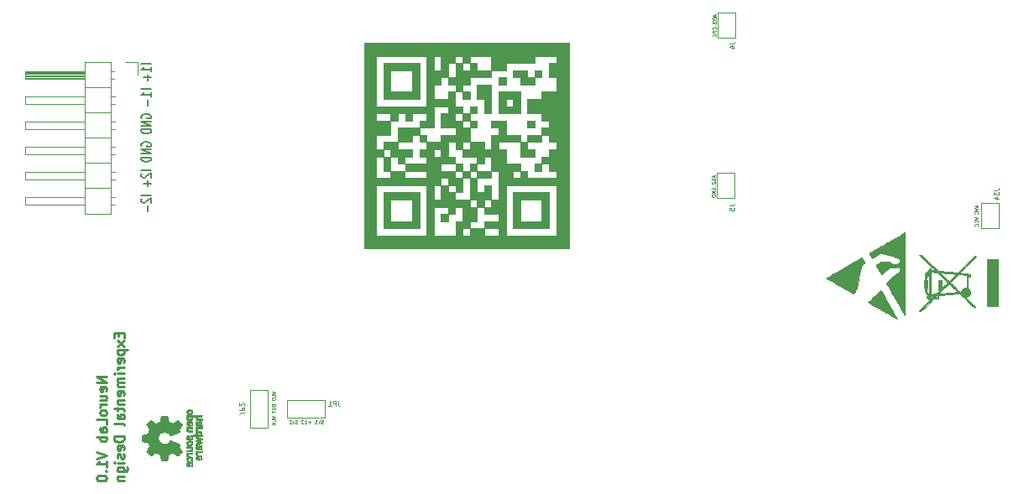
<source format=gbr>
G04 #@! TF.GenerationSoftware,KiCad,Pcbnew,5.0.2-bee76a0~70~ubuntu16.04.1*
G04 #@! TF.CreationDate,2019-03-26T22:40:40+05:30*
G04 #@! TF.ProjectId,neurolab,6e657572-6f6c-4616-922e-6b696361645f,rev?*
G04 #@! TF.SameCoordinates,Original*
G04 #@! TF.FileFunction,Legend,Bot*
G04 #@! TF.FilePolarity,Positive*
%FSLAX46Y46*%
G04 Gerber Fmt 4.6, Leading zero omitted, Abs format (unit mm)*
G04 Created by KiCad (PCBNEW 5.0.2-bee76a0~70~ubuntu16.04.1) date Tue 26 Mar 2019 22:40:40 +0530*
%MOMM*%
%LPD*%
G01*
G04 APERTURE LIST*
%ADD10C,0.087500*%
%ADD11C,0.250000*%
%ADD12C,0.185000*%
%ADD13C,0.120000*%
%ADD14C,0.010000*%
%ADD15C,0.125000*%
G04 APERTURE END LIST*
D10*
X110483333Y-122666666D02*
X110833333Y-122783333D01*
X110483333Y-122900000D01*
X110833333Y-123183333D02*
X110833333Y-123016666D01*
X110483333Y-123016666D01*
X110483333Y-123366666D02*
X110483333Y-123433333D01*
X110500000Y-123466666D01*
X110533333Y-123500000D01*
X110600000Y-123516666D01*
X110716666Y-123516666D01*
X110783333Y-123500000D01*
X110816666Y-123466666D01*
X110833333Y-123433333D01*
X110833333Y-123366666D01*
X110816666Y-123333333D01*
X110783333Y-123300000D01*
X110716666Y-123283333D01*
X110600000Y-123283333D01*
X110533333Y-123300000D01*
X110500000Y-123333333D01*
X110483333Y-123366666D01*
X110483333Y-124000000D02*
X110483333Y-124066666D01*
X110500000Y-124100000D01*
X110533333Y-124133333D01*
X110600000Y-124150000D01*
X110716666Y-124150000D01*
X110783333Y-124133333D01*
X110816666Y-124100000D01*
X110833333Y-124066666D01*
X110833333Y-124000000D01*
X110816666Y-123966666D01*
X110783333Y-123933333D01*
X110716666Y-123916666D01*
X110600000Y-123916666D01*
X110533333Y-123933333D01*
X110500000Y-123966666D01*
X110483333Y-124000000D01*
X110483333Y-124300000D02*
X110766666Y-124300000D01*
X110800000Y-124316666D01*
X110816666Y-124333333D01*
X110833333Y-124366666D01*
X110833333Y-124433333D01*
X110816666Y-124466666D01*
X110800000Y-124483333D01*
X110766666Y-124500000D01*
X110483333Y-124500000D01*
X110483333Y-124616666D02*
X110483333Y-124816666D01*
X110833333Y-124716666D02*
X110483333Y-124716666D01*
X110483333Y-125150000D02*
X110833333Y-125266666D01*
X110483333Y-125383333D01*
X110833333Y-125666666D02*
X110833333Y-125500000D01*
X110483333Y-125500000D01*
X110833333Y-125783333D02*
X110483333Y-125783333D01*
X110650000Y-125783333D02*
X110650000Y-125983333D01*
X110833333Y-125983333D02*
X110483333Y-125983333D01*
D11*
X93827380Y-121173214D02*
X92827380Y-121173214D01*
X93827380Y-121744642D01*
X92827380Y-121744642D01*
X93779761Y-122601785D02*
X93827380Y-122506547D01*
X93827380Y-122316071D01*
X93779761Y-122220833D01*
X93684523Y-122173214D01*
X93303571Y-122173214D01*
X93208333Y-122220833D01*
X93160714Y-122316071D01*
X93160714Y-122506547D01*
X93208333Y-122601785D01*
X93303571Y-122649404D01*
X93398809Y-122649404D01*
X93494047Y-122173214D01*
X93160714Y-123506547D02*
X93827380Y-123506547D01*
X93160714Y-123077976D02*
X93684523Y-123077976D01*
X93779761Y-123125595D01*
X93827380Y-123220833D01*
X93827380Y-123363690D01*
X93779761Y-123458928D01*
X93732142Y-123506547D01*
X93827380Y-123982738D02*
X93160714Y-123982738D01*
X93351190Y-123982738D02*
X93255952Y-124030357D01*
X93208333Y-124077976D01*
X93160714Y-124173214D01*
X93160714Y-124268452D01*
X93827380Y-124744642D02*
X93779761Y-124649404D01*
X93732142Y-124601785D01*
X93636904Y-124554166D01*
X93351190Y-124554166D01*
X93255952Y-124601785D01*
X93208333Y-124649404D01*
X93160714Y-124744642D01*
X93160714Y-124887500D01*
X93208333Y-124982738D01*
X93255952Y-125030357D01*
X93351190Y-125077976D01*
X93636904Y-125077976D01*
X93732142Y-125030357D01*
X93779761Y-124982738D01*
X93827380Y-124887500D01*
X93827380Y-124744642D01*
X93827380Y-125982738D02*
X93827380Y-125506547D01*
X92827380Y-125506547D01*
X93827380Y-126744642D02*
X93303571Y-126744642D01*
X93208333Y-126697023D01*
X93160714Y-126601785D01*
X93160714Y-126411309D01*
X93208333Y-126316071D01*
X93779761Y-126744642D02*
X93827380Y-126649404D01*
X93827380Y-126411309D01*
X93779761Y-126316071D01*
X93684523Y-126268452D01*
X93589285Y-126268452D01*
X93494047Y-126316071D01*
X93446428Y-126411309D01*
X93446428Y-126649404D01*
X93398809Y-126744642D01*
X93827380Y-127220833D02*
X92827380Y-127220833D01*
X93208333Y-127220833D02*
X93160714Y-127316071D01*
X93160714Y-127506547D01*
X93208333Y-127601785D01*
X93255952Y-127649404D01*
X93351190Y-127697023D01*
X93636904Y-127697023D01*
X93732142Y-127649404D01*
X93779761Y-127601785D01*
X93827380Y-127506547D01*
X93827380Y-127316071D01*
X93779761Y-127220833D01*
X92827380Y-128744642D02*
X93827380Y-129077976D01*
X92827380Y-129411309D01*
X93827380Y-130268452D02*
X93827380Y-129697023D01*
X93827380Y-129982738D02*
X92827380Y-129982738D01*
X92970238Y-129887500D01*
X93065476Y-129792261D01*
X93113095Y-129697023D01*
X93732142Y-130697023D02*
X93779761Y-130744642D01*
X93827380Y-130697023D01*
X93779761Y-130649404D01*
X93732142Y-130697023D01*
X93827380Y-130697023D01*
X92827380Y-131363690D02*
X92827380Y-131458928D01*
X92875000Y-131554166D01*
X92922619Y-131601785D01*
X93017857Y-131649404D01*
X93208333Y-131697023D01*
X93446428Y-131697023D01*
X93636904Y-131649404D01*
X93732142Y-131601785D01*
X93779761Y-131554166D01*
X93827380Y-131458928D01*
X93827380Y-131363690D01*
X93779761Y-131268452D01*
X93732142Y-131220833D01*
X93636904Y-131173214D01*
X93446428Y-131125595D01*
X93208333Y-131125595D01*
X93017857Y-131173214D01*
X92922619Y-131220833D01*
X92875000Y-131268452D01*
X92827380Y-131363690D01*
X95053571Y-116744642D02*
X95053571Y-117077976D01*
X95577380Y-117220833D02*
X95577380Y-116744642D01*
X94577380Y-116744642D01*
X94577380Y-117220833D01*
X95577380Y-117554166D02*
X94910714Y-118077976D01*
X94910714Y-117554166D02*
X95577380Y-118077976D01*
X94910714Y-118458928D02*
X95910714Y-118458928D01*
X94958333Y-118458928D02*
X94910714Y-118554166D01*
X94910714Y-118744642D01*
X94958333Y-118839880D01*
X95005952Y-118887500D01*
X95101190Y-118935119D01*
X95386904Y-118935119D01*
X95482142Y-118887500D01*
X95529761Y-118839880D01*
X95577380Y-118744642D01*
X95577380Y-118554166D01*
X95529761Y-118458928D01*
X95529761Y-119744642D02*
X95577380Y-119649404D01*
X95577380Y-119458928D01*
X95529761Y-119363690D01*
X95434523Y-119316071D01*
X95053571Y-119316071D01*
X94958333Y-119363690D01*
X94910714Y-119458928D01*
X94910714Y-119649404D01*
X94958333Y-119744642D01*
X95053571Y-119792261D01*
X95148809Y-119792261D01*
X95244047Y-119316071D01*
X95577380Y-120220833D02*
X94910714Y-120220833D01*
X95101190Y-120220833D02*
X95005952Y-120268452D01*
X94958333Y-120316071D01*
X94910714Y-120411309D01*
X94910714Y-120506547D01*
X95577380Y-120839880D02*
X94910714Y-120839880D01*
X94577380Y-120839880D02*
X94625000Y-120792261D01*
X94672619Y-120839880D01*
X94625000Y-120887500D01*
X94577380Y-120839880D01*
X94672619Y-120839880D01*
X95577380Y-121316071D02*
X94910714Y-121316071D01*
X95005952Y-121316071D02*
X94958333Y-121363690D01*
X94910714Y-121458928D01*
X94910714Y-121601785D01*
X94958333Y-121697023D01*
X95053571Y-121744642D01*
X95577380Y-121744642D01*
X95053571Y-121744642D02*
X94958333Y-121792261D01*
X94910714Y-121887500D01*
X94910714Y-122030357D01*
X94958333Y-122125595D01*
X95053571Y-122173214D01*
X95577380Y-122173214D01*
X95529761Y-123030357D02*
X95577380Y-122935119D01*
X95577380Y-122744642D01*
X95529761Y-122649404D01*
X95434523Y-122601785D01*
X95053571Y-122601785D01*
X94958333Y-122649404D01*
X94910714Y-122744642D01*
X94910714Y-122935119D01*
X94958333Y-123030357D01*
X95053571Y-123077976D01*
X95148809Y-123077976D01*
X95244047Y-122601785D01*
X94910714Y-123506547D02*
X95577380Y-123506547D01*
X95005952Y-123506547D02*
X94958333Y-123554166D01*
X94910714Y-123649404D01*
X94910714Y-123792261D01*
X94958333Y-123887500D01*
X95053571Y-123935119D01*
X95577380Y-123935119D01*
X94910714Y-124268452D02*
X94910714Y-124649404D01*
X94577380Y-124411309D02*
X95434523Y-124411309D01*
X95529761Y-124458928D01*
X95577380Y-124554166D01*
X95577380Y-124649404D01*
X95577380Y-125411309D02*
X95053571Y-125411309D01*
X94958333Y-125363690D01*
X94910714Y-125268452D01*
X94910714Y-125077976D01*
X94958333Y-124982738D01*
X95529761Y-125411309D02*
X95577380Y-125316071D01*
X95577380Y-125077976D01*
X95529761Y-124982738D01*
X95434523Y-124935119D01*
X95339285Y-124935119D01*
X95244047Y-124982738D01*
X95196428Y-125077976D01*
X95196428Y-125316071D01*
X95148809Y-125411309D01*
X95577380Y-126030357D02*
X95529761Y-125935119D01*
X95434523Y-125887500D01*
X94577380Y-125887500D01*
X95577380Y-127173214D02*
X94577380Y-127173214D01*
X94577380Y-127411309D01*
X94625000Y-127554166D01*
X94720238Y-127649404D01*
X94815476Y-127697023D01*
X95005952Y-127744642D01*
X95148809Y-127744642D01*
X95339285Y-127697023D01*
X95434523Y-127649404D01*
X95529761Y-127554166D01*
X95577380Y-127411309D01*
X95577380Y-127173214D01*
X95529761Y-128554166D02*
X95577380Y-128458928D01*
X95577380Y-128268452D01*
X95529761Y-128173214D01*
X95434523Y-128125595D01*
X95053571Y-128125595D01*
X94958333Y-128173214D01*
X94910714Y-128268452D01*
X94910714Y-128458928D01*
X94958333Y-128554166D01*
X95053571Y-128601785D01*
X95148809Y-128601785D01*
X95244047Y-128125595D01*
X95529761Y-128982738D02*
X95577380Y-129077976D01*
X95577380Y-129268452D01*
X95529761Y-129363690D01*
X95434523Y-129411309D01*
X95386904Y-129411309D01*
X95291666Y-129363690D01*
X95244047Y-129268452D01*
X95244047Y-129125595D01*
X95196428Y-129030357D01*
X95101190Y-128982738D01*
X95053571Y-128982738D01*
X94958333Y-129030357D01*
X94910714Y-129125595D01*
X94910714Y-129268452D01*
X94958333Y-129363690D01*
X95577380Y-129839880D02*
X94910714Y-129839880D01*
X94577380Y-129839880D02*
X94625000Y-129792261D01*
X94672619Y-129839880D01*
X94625000Y-129887500D01*
X94577380Y-129839880D01*
X94672619Y-129839880D01*
X94910714Y-130744642D02*
X95720238Y-130744642D01*
X95815476Y-130697023D01*
X95863095Y-130649404D01*
X95910714Y-130554166D01*
X95910714Y-130411309D01*
X95863095Y-130316071D01*
X95529761Y-130744642D02*
X95577380Y-130649404D01*
X95577380Y-130458928D01*
X95529761Y-130363690D01*
X95482142Y-130316071D01*
X95386904Y-130268452D01*
X95101190Y-130268452D01*
X95005952Y-130316071D01*
X94958333Y-130363690D01*
X94910714Y-130458928D01*
X94910714Y-130649404D01*
X94958333Y-130744642D01*
X94910714Y-131220833D02*
X95577380Y-131220833D01*
X95005952Y-131220833D02*
X94958333Y-131268452D01*
X94910714Y-131363690D01*
X94910714Y-131506547D01*
X94958333Y-131601785D01*
X95053571Y-131649404D01*
X95577380Y-131649404D01*
D10*
X155233333Y-84641666D02*
X155233333Y-84808333D01*
X155333333Y-84608333D02*
X154983333Y-84725000D01*
X155333333Y-84841666D01*
X155333333Y-84958333D02*
X154983333Y-84958333D01*
X154983333Y-85041666D01*
X155000000Y-85091666D01*
X155033333Y-85125000D01*
X155066666Y-85141666D01*
X155133333Y-85158333D01*
X155183333Y-85158333D01*
X155250000Y-85141666D01*
X155283333Y-85125000D01*
X155316666Y-85091666D01*
X155333333Y-85041666D01*
X155333333Y-84958333D01*
X154983333Y-85275000D02*
X154983333Y-85491666D01*
X155116666Y-85375000D01*
X155116666Y-85425000D01*
X155133333Y-85458333D01*
X155150000Y-85475000D01*
X155183333Y-85491666D01*
X155266666Y-85491666D01*
X155300000Y-85475000D01*
X155316666Y-85458333D01*
X155333333Y-85425000D01*
X155333333Y-85325000D01*
X155316666Y-85291666D01*
X155300000Y-85275000D01*
X155300000Y-86108333D02*
X155316666Y-86091666D01*
X155333333Y-86041666D01*
X155333333Y-86008333D01*
X155316666Y-85958333D01*
X155283333Y-85925000D01*
X155250000Y-85908333D01*
X155183333Y-85891666D01*
X155133333Y-85891666D01*
X155066666Y-85908333D01*
X155033333Y-85925000D01*
X155000000Y-85958333D01*
X154983333Y-86008333D01*
X154983333Y-86041666D01*
X155000000Y-86091666D01*
X155016666Y-86108333D01*
X155333333Y-86258333D02*
X154983333Y-86258333D01*
X154983333Y-86391666D01*
X155000000Y-86425000D01*
X155016666Y-86441666D01*
X155050000Y-86458333D01*
X155100000Y-86458333D01*
X155133333Y-86441666D01*
X155150000Y-86425000D01*
X155166666Y-86391666D01*
X155166666Y-86258333D01*
X155000000Y-86791666D02*
X154983333Y-86758333D01*
X154983333Y-86708333D01*
X155000000Y-86658333D01*
X155033333Y-86625000D01*
X155066666Y-86608333D01*
X155133333Y-86591666D01*
X155183333Y-86591666D01*
X155250000Y-86608333D01*
X155283333Y-86625000D01*
X155316666Y-86658333D01*
X155333333Y-86708333D01*
X155333333Y-86741666D01*
X155316666Y-86791666D01*
X155300000Y-86808333D01*
X155183333Y-86808333D01*
X155183333Y-86741666D01*
X155133333Y-100833333D02*
X155133333Y-101000000D01*
X155233333Y-100800000D02*
X154883333Y-100916666D01*
X155233333Y-101033333D01*
X155233333Y-101150000D02*
X154883333Y-101150000D01*
X154883333Y-101233333D01*
X154900000Y-101283333D01*
X154933333Y-101316666D01*
X154966666Y-101333333D01*
X155033333Y-101350000D01*
X155083333Y-101350000D01*
X155150000Y-101333333D01*
X155183333Y-101316666D01*
X155216666Y-101283333D01*
X155233333Y-101233333D01*
X155233333Y-101150000D01*
X154916666Y-101483333D02*
X154900000Y-101500000D01*
X154883333Y-101533333D01*
X154883333Y-101616666D01*
X154900000Y-101650000D01*
X154916666Y-101666666D01*
X154950000Y-101683333D01*
X154983333Y-101683333D01*
X155033333Y-101666666D01*
X155233333Y-101466666D01*
X155233333Y-101683333D01*
X154900000Y-102283333D02*
X154883333Y-102250000D01*
X154883333Y-102200000D01*
X154900000Y-102150000D01*
X154933333Y-102116666D01*
X154966666Y-102100000D01*
X155033333Y-102083333D01*
X155083333Y-102083333D01*
X155150000Y-102100000D01*
X155183333Y-102116666D01*
X155216666Y-102150000D01*
X155233333Y-102200000D01*
X155233333Y-102233333D01*
X155216666Y-102283333D01*
X155200000Y-102300000D01*
X155083333Y-102300000D01*
X155083333Y-102233333D01*
X155233333Y-102450000D02*
X154883333Y-102450000D01*
X155233333Y-102650000D01*
X154883333Y-102650000D01*
X155233333Y-102816666D02*
X154883333Y-102816666D01*
X154883333Y-102900000D01*
X154900000Y-102950000D01*
X154933333Y-102983333D01*
X154966666Y-103000000D01*
X155033333Y-103016666D01*
X155083333Y-103016666D01*
X155150000Y-103000000D01*
X155183333Y-102983333D01*
X155216666Y-102950000D01*
X155233333Y-102900000D01*
X155233333Y-102816666D01*
X181633333Y-103883333D02*
X181633333Y-104050000D01*
X181733333Y-103850000D02*
X181383333Y-103966666D01*
X181733333Y-104083333D01*
X181383333Y-104150000D02*
X181733333Y-104266666D01*
X181383333Y-104383333D01*
X181700000Y-104700000D02*
X181716666Y-104683333D01*
X181733333Y-104633333D01*
X181733333Y-104600000D01*
X181716666Y-104550000D01*
X181683333Y-104516666D01*
X181650000Y-104500000D01*
X181583333Y-104483333D01*
X181533333Y-104483333D01*
X181466666Y-104500000D01*
X181433333Y-104516666D01*
X181400000Y-104550000D01*
X181383333Y-104600000D01*
X181383333Y-104633333D01*
X181400000Y-104683333D01*
X181416666Y-104700000D01*
X181383333Y-105066666D02*
X181733333Y-105183333D01*
X181383333Y-105300000D01*
X181700000Y-105616666D02*
X181716666Y-105600000D01*
X181733333Y-105550000D01*
X181733333Y-105516666D01*
X181716666Y-105466666D01*
X181683333Y-105433333D01*
X181650000Y-105416666D01*
X181583333Y-105400000D01*
X181533333Y-105400000D01*
X181466666Y-105416666D01*
X181433333Y-105433333D01*
X181400000Y-105466666D01*
X181383333Y-105516666D01*
X181383333Y-105550000D01*
X181400000Y-105600000D01*
X181416666Y-105616666D01*
X181700000Y-105966666D02*
X181716666Y-105950000D01*
X181733333Y-105900000D01*
X181733333Y-105866666D01*
X181716666Y-105816666D01*
X181683333Y-105783333D01*
X181650000Y-105766666D01*
X181583333Y-105750000D01*
X181533333Y-105750000D01*
X181466666Y-105766666D01*
X181433333Y-105783333D01*
X181400000Y-105816666D01*
X181383333Y-105866666D01*
X181383333Y-105900000D01*
X181400000Y-105950000D01*
X181416666Y-105966666D01*
X115650000Y-125866666D02*
X115600000Y-125883333D01*
X115516666Y-125883333D01*
X115483333Y-125866666D01*
X115466666Y-125850000D01*
X115450000Y-125816666D01*
X115450000Y-125783333D01*
X115466666Y-125750000D01*
X115483333Y-125733333D01*
X115516666Y-125716666D01*
X115583333Y-125700000D01*
X115616666Y-125683333D01*
X115633333Y-125666666D01*
X115650000Y-125633333D01*
X115650000Y-125600000D01*
X115633333Y-125566666D01*
X115616666Y-125550000D01*
X115583333Y-125533333D01*
X115500000Y-125533333D01*
X115450000Y-125550000D01*
X115333333Y-125883333D02*
X115150000Y-125650000D01*
X115333333Y-125650000D02*
X115150000Y-125883333D01*
X114833333Y-125883333D02*
X115033333Y-125883333D01*
X114933333Y-125883333D02*
X114933333Y-125533333D01*
X114966666Y-125583333D01*
X115000000Y-125616666D01*
X115033333Y-125633333D01*
X114416666Y-125750000D02*
X114150000Y-125750000D01*
X114283333Y-125883333D02*
X114283333Y-125616666D01*
X113800000Y-125883333D02*
X114000000Y-125883333D01*
X113900000Y-125883333D02*
X113900000Y-125533333D01*
X113933333Y-125583333D01*
X113966666Y-125616666D01*
X114000000Y-125633333D01*
X113666666Y-125566666D02*
X113650000Y-125550000D01*
X113616666Y-125533333D01*
X113533333Y-125533333D01*
X113500000Y-125550000D01*
X113483333Y-125566666D01*
X113466666Y-125600000D01*
X113466666Y-125633333D01*
X113483333Y-125683333D01*
X113683333Y-125883333D01*
X113466666Y-125883333D01*
X113066666Y-125866666D02*
X113016666Y-125883333D01*
X112933333Y-125883333D01*
X112900000Y-125866666D01*
X112883333Y-125850000D01*
X112866666Y-125816666D01*
X112866666Y-125783333D01*
X112883333Y-125750000D01*
X112900000Y-125733333D01*
X112933333Y-125716666D01*
X113000000Y-125700000D01*
X113033333Y-125683333D01*
X113050000Y-125666666D01*
X113066666Y-125633333D01*
X113066666Y-125600000D01*
X113050000Y-125566666D01*
X113033333Y-125550000D01*
X113000000Y-125533333D01*
X112916666Y-125533333D01*
X112866666Y-125550000D01*
X112750000Y-125883333D02*
X112566666Y-125650000D01*
X112750000Y-125650000D02*
X112566666Y-125883333D01*
X112450000Y-125566666D02*
X112433333Y-125550000D01*
X112400000Y-125533333D01*
X112316666Y-125533333D01*
X112283333Y-125550000D01*
X112266666Y-125566666D01*
X112250000Y-125600000D01*
X112250000Y-125633333D01*
X112266666Y-125683333D01*
X112466666Y-125883333D01*
X112250000Y-125883333D01*
D12*
X98327380Y-89614761D02*
X97327380Y-89614761D01*
X98327380Y-90354761D02*
X98327380Y-89931904D01*
X98327380Y-90143333D02*
X97327380Y-90143333D01*
X97470238Y-90072857D01*
X97565476Y-90002380D01*
X97613095Y-89931904D01*
X97946428Y-90671904D02*
X97946428Y-91235714D01*
X98327380Y-90953809D02*
X97565476Y-90953809D01*
X98327380Y-92151904D02*
X97327380Y-92151904D01*
X98327380Y-92891904D02*
X98327380Y-92469047D01*
X98327380Y-92680476D02*
X97327380Y-92680476D01*
X97470238Y-92610000D01*
X97565476Y-92539523D01*
X97613095Y-92469047D01*
X97946428Y-93209047D02*
X97946428Y-93772857D01*
X97375000Y-95076666D02*
X97327380Y-95006190D01*
X97327380Y-94900476D01*
X97375000Y-94794761D01*
X97470238Y-94724285D01*
X97565476Y-94689047D01*
X97755952Y-94653809D01*
X97898809Y-94653809D01*
X98089285Y-94689047D01*
X98184523Y-94724285D01*
X98279761Y-94794761D01*
X98327380Y-94900476D01*
X98327380Y-94970952D01*
X98279761Y-95076666D01*
X98232142Y-95111904D01*
X97898809Y-95111904D01*
X97898809Y-94970952D01*
X98327380Y-95429047D02*
X97327380Y-95429047D01*
X98327380Y-95851904D01*
X97327380Y-95851904D01*
X98327380Y-96204285D02*
X97327380Y-96204285D01*
X97327380Y-96380476D01*
X97375000Y-96486190D01*
X97470238Y-96556666D01*
X97565476Y-96591904D01*
X97755952Y-96627142D01*
X97898809Y-96627142D01*
X98089285Y-96591904D01*
X98184523Y-96556666D01*
X98279761Y-96486190D01*
X98327380Y-96380476D01*
X98327380Y-96204285D01*
X97375000Y-97895714D02*
X97327380Y-97825238D01*
X97327380Y-97719523D01*
X97375000Y-97613809D01*
X97470238Y-97543333D01*
X97565476Y-97508095D01*
X97755952Y-97472857D01*
X97898809Y-97472857D01*
X98089285Y-97508095D01*
X98184523Y-97543333D01*
X98279761Y-97613809D01*
X98327380Y-97719523D01*
X98327380Y-97790000D01*
X98279761Y-97895714D01*
X98232142Y-97930952D01*
X97898809Y-97930952D01*
X97898809Y-97790000D01*
X98327380Y-98248095D02*
X97327380Y-98248095D01*
X98327380Y-98670952D01*
X97327380Y-98670952D01*
X98327380Y-99023333D02*
X97327380Y-99023333D01*
X97327380Y-99199523D01*
X97375000Y-99305238D01*
X97470238Y-99375714D01*
X97565476Y-99410952D01*
X97755952Y-99446190D01*
X97898809Y-99446190D01*
X98089285Y-99410952D01*
X98184523Y-99375714D01*
X98279761Y-99305238D01*
X98327380Y-99199523D01*
X98327380Y-99023333D01*
X98327380Y-100327142D02*
X97327380Y-100327142D01*
X97422619Y-100644285D02*
X97375000Y-100679523D01*
X97327380Y-100750000D01*
X97327380Y-100926190D01*
X97375000Y-100996666D01*
X97422619Y-101031904D01*
X97517857Y-101067142D01*
X97613095Y-101067142D01*
X97755952Y-101031904D01*
X98327380Y-100609047D01*
X98327380Y-101067142D01*
X97946428Y-101384285D02*
X97946428Y-101948095D01*
X98327380Y-101666190D02*
X97565476Y-101666190D01*
X98327380Y-102864285D02*
X97327380Y-102864285D01*
X97422619Y-103181428D02*
X97375000Y-103216666D01*
X97327380Y-103287142D01*
X97327380Y-103463333D01*
X97375000Y-103533809D01*
X97422619Y-103569047D01*
X97517857Y-103604285D01*
X97613095Y-103604285D01*
X97755952Y-103569047D01*
X98327380Y-103146190D01*
X98327380Y-103604285D01*
X97946428Y-103921428D02*
X97946428Y-104485238D01*
D13*
G04 #@! TO.C,J16*
X94260000Y-89370000D02*
X94260000Y-104730000D01*
X94260000Y-104730000D02*
X91600000Y-104730000D01*
X91600000Y-104730000D02*
X91600000Y-89370000D01*
X91600000Y-89370000D02*
X94260000Y-89370000D01*
X91600000Y-90320000D02*
X85600000Y-90320000D01*
X85600000Y-90320000D02*
X85600000Y-91080000D01*
X85600000Y-91080000D02*
X91600000Y-91080000D01*
X91600000Y-90380000D02*
X85600000Y-90380000D01*
X91600000Y-90500000D02*
X85600000Y-90500000D01*
X91600000Y-90620000D02*
X85600000Y-90620000D01*
X91600000Y-90740000D02*
X85600000Y-90740000D01*
X91600000Y-90860000D02*
X85600000Y-90860000D01*
X91600000Y-90980000D02*
X85600000Y-90980000D01*
X94590000Y-90320000D02*
X94260000Y-90320000D01*
X94590000Y-91080000D02*
X94260000Y-91080000D01*
X94260000Y-91970000D02*
X91600000Y-91970000D01*
X91600000Y-92860000D02*
X85600000Y-92860000D01*
X85600000Y-92860000D02*
X85600000Y-93620000D01*
X85600000Y-93620000D02*
X91600000Y-93620000D01*
X94657071Y-92860000D02*
X94260000Y-92860000D01*
X94657071Y-93620000D02*
X94260000Y-93620000D01*
X94260000Y-94510000D02*
X91600000Y-94510000D01*
X91600000Y-95400000D02*
X85600000Y-95400000D01*
X85600000Y-95400000D02*
X85600000Y-96160000D01*
X85600000Y-96160000D02*
X91600000Y-96160000D01*
X94657071Y-95400000D02*
X94260000Y-95400000D01*
X94657071Y-96160000D02*
X94260000Y-96160000D01*
X94260000Y-97050000D02*
X91600000Y-97050000D01*
X91600000Y-97940000D02*
X85600000Y-97940000D01*
X85600000Y-97940000D02*
X85600000Y-98700000D01*
X85600000Y-98700000D02*
X91600000Y-98700000D01*
X94657071Y-97940000D02*
X94260000Y-97940000D01*
X94657071Y-98700000D02*
X94260000Y-98700000D01*
X94260000Y-99590000D02*
X91600000Y-99590000D01*
X91600000Y-100480000D02*
X85600000Y-100480000D01*
X85600000Y-100480000D02*
X85600000Y-101240000D01*
X85600000Y-101240000D02*
X91600000Y-101240000D01*
X94657071Y-100480000D02*
X94260000Y-100480000D01*
X94657071Y-101240000D02*
X94260000Y-101240000D01*
X94260000Y-102130000D02*
X91600000Y-102130000D01*
X91600000Y-103020000D02*
X85600000Y-103020000D01*
X85600000Y-103020000D02*
X85600000Y-103780000D01*
X85600000Y-103780000D02*
X91600000Y-103780000D01*
X94657071Y-103020000D02*
X94260000Y-103020000D01*
X94657071Y-103780000D02*
X94260000Y-103780000D01*
X96970000Y-90700000D02*
X96970000Y-89430000D01*
X96970000Y-89430000D02*
X95700000Y-89430000D01*
G04 #@! TO.C,J4*
X155510000Y-86945000D02*
X155510000Y-84405000D01*
X157290000Y-84405000D02*
X157290000Y-86945000D01*
X157290000Y-84405000D02*
X155510000Y-84405000D01*
X155510000Y-86945000D02*
X157290000Y-86945000D01*
G04 #@! TO.C,J5*
X155360000Y-103145000D02*
X155360000Y-100605000D01*
X157140000Y-100605000D02*
X157140000Y-103145000D01*
X157140000Y-100605000D02*
X155360000Y-100605000D01*
X155360000Y-103145000D02*
X157140000Y-103145000D01*
G04 #@! TO.C,J34*
X182070000Y-106200000D02*
X182070000Y-103660000D01*
X183850000Y-103660000D02*
X183850000Y-106200000D01*
X183850000Y-103660000D02*
X182070000Y-103660000D01*
X182070000Y-106200000D02*
X183850000Y-106200000D01*
G04 #@! TO.C,JP1*
X112065000Y-123485000D02*
X112065000Y-125265000D01*
X115885000Y-125265000D02*
X112065000Y-125265000D01*
X115885000Y-123485000D02*
X115885000Y-125265000D01*
X112065000Y-123485000D02*
X115885000Y-123485000D01*
D14*
G04 #@! TO.C,G\002A\002A\002A*
G36*
X128283947Y-104746053D02*
X127559200Y-104746053D01*
X127559200Y-105470800D01*
X128283947Y-105470800D01*
X128283947Y-104746053D01*
X128283947Y-104746053D01*
G37*
X128283947Y-104746053D02*
X127559200Y-104746053D01*
X127559200Y-105470800D01*
X128283947Y-105470800D01*
X128283947Y-104746053D01*
G36*
X138443947Y-102568426D02*
X134816827Y-102568426D01*
X134816827Y-105470800D01*
X135541574Y-105470800D01*
X135541574Y-103293173D01*
X137722587Y-103293173D01*
X137722587Y-105470800D01*
X135541574Y-105470800D01*
X134816827Y-105470800D01*
X134816827Y-106195546D01*
X138443947Y-106195546D01*
X138443947Y-102568426D01*
X138443947Y-102568426D01*
G37*
X138443947Y-102568426D02*
X134816827Y-102568426D01*
X134816827Y-105470800D01*
X135541574Y-105470800D01*
X135541574Y-103293173D01*
X137722587Y-103293173D01*
X137722587Y-105470800D01*
X135541574Y-105470800D01*
X134816827Y-105470800D01*
X134816827Y-106195546D01*
X138443947Y-106195546D01*
X138443947Y-102568426D01*
G36*
X125381574Y-102568426D02*
X121754454Y-102568426D01*
X121754454Y-105470800D01*
X122479200Y-105470800D01*
X122479200Y-103293173D01*
X124656827Y-103293173D01*
X124656827Y-105470800D01*
X122479200Y-105470800D01*
X121754454Y-105470800D01*
X121754454Y-106195546D01*
X125381574Y-106195546D01*
X125381574Y-102568426D01*
X125381574Y-102568426D01*
G37*
X125381574Y-102568426D02*
X121754454Y-102568426D01*
X121754454Y-105470800D01*
X122479200Y-105470800D01*
X122479200Y-103293173D01*
X124656827Y-103293173D01*
X124656827Y-105470800D01*
X122479200Y-105470800D01*
X121754454Y-105470800D01*
X121754454Y-106195546D01*
X125381574Y-106195546D01*
X125381574Y-102568426D01*
G36*
X122479200Y-98941306D02*
X121754454Y-98941306D01*
X121754454Y-100390800D01*
X122479200Y-100390800D01*
X122479200Y-98941306D01*
X122479200Y-98941306D01*
G37*
X122479200Y-98941306D02*
X121754454Y-98941306D01*
X121754454Y-100390800D01*
X122479200Y-100390800D01*
X122479200Y-98941306D01*
G36*
X123928694Y-98937920D02*
X124656827Y-98937920D01*
X124656827Y-98213173D01*
X123203947Y-98213173D01*
X123203947Y-97488426D01*
X121754454Y-97488426D01*
X121754454Y-98213173D01*
X122479200Y-98213173D01*
X122479200Y-98937920D01*
X123207334Y-98937920D01*
X123207334Y-99662666D01*
X123928694Y-99662666D01*
X123928694Y-98937920D01*
X123928694Y-98937920D01*
G37*
X123928694Y-98937920D02*
X124656827Y-98937920D01*
X124656827Y-98213173D01*
X123203947Y-98213173D01*
X123203947Y-97488426D01*
X121754454Y-97488426D01*
X121754454Y-98213173D01*
X122479200Y-98213173D01*
X122479200Y-98937920D01*
X123207334Y-98937920D01*
X123207334Y-99662666D01*
X123928694Y-99662666D01*
X123928694Y-98937920D01*
G36*
X126106320Y-96763680D02*
X125384960Y-96763680D01*
X125384960Y-97485040D01*
X126106320Y-97485040D01*
X126106320Y-96763680D01*
X126106320Y-96763680D01*
G37*
X126106320Y-96763680D02*
X125384960Y-96763680D01*
X125384960Y-97485040D01*
X126106320Y-97485040D01*
X126106320Y-96763680D01*
G36*
X124656827Y-96760293D02*
X125381574Y-96760293D01*
X125381574Y-96035546D01*
X123207334Y-96035546D01*
X123207334Y-97485040D01*
X124656827Y-97485040D01*
X124656827Y-96760293D01*
X124656827Y-96760293D01*
G37*
X124656827Y-96760293D02*
X125381574Y-96760293D01*
X125381574Y-96035546D01*
X123207334Y-96035546D01*
X123207334Y-97485040D01*
X124656827Y-97485040D01*
X124656827Y-96760293D01*
G36*
X131914454Y-103293173D02*
X132639200Y-103293173D01*
X132639200Y-101843680D01*
X131914454Y-101843680D01*
X131914454Y-102568426D01*
X131186320Y-102568426D01*
X131186320Y-101115546D01*
X130464960Y-101115546D01*
X130464960Y-103293173D01*
X131189707Y-103293173D01*
X131189707Y-104017920D01*
X131914454Y-104017920D01*
X131914454Y-103293173D01*
X131914454Y-103293173D01*
G37*
X131914454Y-103293173D02*
X132639200Y-103293173D01*
X132639200Y-101843680D01*
X131914454Y-101843680D01*
X131914454Y-102568426D01*
X131186320Y-102568426D01*
X131186320Y-101115546D01*
X130464960Y-101115546D01*
X130464960Y-103293173D01*
X131189707Y-103293173D01*
X131189707Y-104017920D01*
X131914454Y-104017920D01*
X131914454Y-103293173D01*
G36*
X132639200Y-100390800D02*
X131189707Y-100390800D01*
X131189707Y-101115546D01*
X132639200Y-101115546D01*
X132639200Y-100390800D01*
X132639200Y-100390800D01*
G37*
X132639200Y-100390800D02*
X131189707Y-100390800D01*
X131189707Y-101115546D01*
X132639200Y-101115546D01*
X132639200Y-100390800D01*
G36*
X137719200Y-99666053D02*
X136994454Y-99666053D01*
X136994454Y-100390800D01*
X137719200Y-100390800D01*
X137719200Y-99666053D01*
X137719200Y-99666053D01*
G37*
X137719200Y-99666053D02*
X136994454Y-99666053D01*
X136994454Y-100390800D01*
X137719200Y-100390800D01*
X137719200Y-99666053D01*
G36*
X131186320Y-99666053D02*
X130464960Y-99666053D01*
X130464960Y-100390800D01*
X131186320Y-100390800D01*
X131186320Y-99666053D01*
X131186320Y-99666053D01*
G37*
X131186320Y-99666053D02*
X130464960Y-99666053D01*
X130464960Y-100390800D01*
X131186320Y-100390800D01*
X131186320Y-99666053D01*
G36*
X130461574Y-100390800D02*
X129736827Y-100390800D01*
X129736827Y-101115546D01*
X130461574Y-101115546D01*
X130461574Y-100390800D01*
X130461574Y-100390800D01*
G37*
X130461574Y-100390800D02*
X129736827Y-100390800D01*
X129736827Y-101115546D01*
X130461574Y-101115546D01*
X130461574Y-100390800D01*
G36*
X129736827Y-99666053D02*
X129012080Y-99666053D01*
X129012080Y-100390800D01*
X129736827Y-100390800D01*
X129736827Y-99666053D01*
X129736827Y-99666053D01*
G37*
X129736827Y-99666053D02*
X129012080Y-99666053D01*
X129012080Y-100390800D01*
X129736827Y-100390800D01*
X129736827Y-99666053D01*
G36*
X136994454Y-98213173D02*
X136266320Y-98213173D01*
X136266320Y-97488426D01*
X135544960Y-97488426D01*
X135544960Y-98937920D01*
X136994454Y-98937920D01*
X136994454Y-98213173D01*
X136994454Y-98213173D01*
G37*
X136994454Y-98213173D02*
X136266320Y-98213173D01*
X136266320Y-97488426D01*
X135544960Y-97488426D01*
X135544960Y-98937920D01*
X136994454Y-98937920D01*
X136994454Y-98213173D01*
G36*
X137719200Y-96763680D02*
X136269707Y-96763680D01*
X136269707Y-97485040D01*
X137719200Y-97485040D01*
X137719200Y-96763680D01*
X137719200Y-96763680D01*
G37*
X137719200Y-96763680D02*
X136269707Y-96763680D01*
X136269707Y-97485040D01*
X137719200Y-97485040D01*
X137719200Y-96763680D01*
G36*
X136994454Y-95310800D02*
X136269707Y-95310800D01*
X136269707Y-96035546D01*
X136994454Y-96035546D01*
X136994454Y-95310800D01*
X136994454Y-95310800D01*
G37*
X136994454Y-95310800D02*
X136269707Y-95310800D01*
X136269707Y-96035546D01*
X136994454Y-96035546D01*
X136994454Y-95310800D01*
G36*
X131186320Y-95310800D02*
X130464960Y-95310800D01*
X130464960Y-96035546D01*
X131186320Y-96035546D01*
X131186320Y-95310800D01*
X131186320Y-95310800D01*
G37*
X131186320Y-95310800D02*
X130464960Y-95310800D01*
X130464960Y-96035546D01*
X131186320Y-96035546D01*
X131186320Y-95310800D01*
G36*
X130461574Y-94586053D02*
X129736827Y-94586053D01*
X129736827Y-95307413D01*
X130461574Y-95307413D01*
X130461574Y-94586053D01*
X130461574Y-94586053D01*
G37*
X130461574Y-94586053D02*
X129736827Y-94586053D01*
X129736827Y-95307413D01*
X130461574Y-95307413D01*
X130461574Y-94586053D01*
G36*
X131186320Y-93857920D02*
X130464960Y-93857920D01*
X130464960Y-94582666D01*
X131186320Y-94582666D01*
X131186320Y-93857920D01*
X131186320Y-93857920D01*
G37*
X131186320Y-93857920D02*
X130464960Y-93857920D01*
X130464960Y-94582666D01*
X131186320Y-94582666D01*
X131186320Y-93857920D01*
G36*
X135541574Y-92408426D02*
X133367334Y-92408426D01*
X133367334Y-93857920D01*
X134092080Y-93857920D01*
X134092080Y-93133173D01*
X134816827Y-93133173D01*
X134816827Y-93857920D01*
X134092080Y-93857920D01*
X133367334Y-93857920D01*
X133367334Y-94582666D01*
X135541574Y-94582666D01*
X135541574Y-92408426D01*
X135541574Y-92408426D01*
G37*
X135541574Y-92408426D02*
X133367334Y-92408426D01*
X133367334Y-93857920D01*
X134092080Y-93857920D01*
X134092080Y-93133173D01*
X134816827Y-93133173D01*
X134816827Y-93857920D01*
X134092080Y-93857920D01*
X133367334Y-93857920D01*
X133367334Y-94582666D01*
X135541574Y-94582666D01*
X135541574Y-92408426D01*
G36*
X130461574Y-92408426D02*
X129736827Y-92408426D01*
X129736827Y-93133173D01*
X130461574Y-93133173D01*
X130461574Y-92408426D01*
X130461574Y-92408426D01*
G37*
X130461574Y-92408426D02*
X129736827Y-92408426D01*
X129736827Y-93133173D01*
X130461574Y-93133173D01*
X130461574Y-92408426D01*
G36*
X132639200Y-91683680D02*
X131189707Y-91683680D01*
X131189707Y-93133173D01*
X131914454Y-93133173D01*
X131914454Y-94582666D01*
X132639200Y-94582666D01*
X132639200Y-91683680D01*
X132639200Y-91683680D01*
G37*
X132639200Y-91683680D02*
X131189707Y-91683680D01*
X131189707Y-93133173D01*
X131914454Y-93133173D01*
X131914454Y-94582666D01*
X132639200Y-94582666D01*
X132639200Y-91683680D01*
G36*
X134092080Y-90955546D02*
X133367334Y-90955546D01*
X133367334Y-91680293D01*
X134092080Y-91680293D01*
X134092080Y-90955546D01*
X134092080Y-90955546D01*
G37*
X134092080Y-90955546D02*
X133367334Y-90955546D01*
X133367334Y-91680293D01*
X134092080Y-91680293D01*
X134092080Y-90955546D01*
G36*
X136994454Y-90955577D02*
X136268014Y-90953853D01*
X136267152Y-90592326D01*
X136266290Y-90230800D01*
X134816796Y-90230800D01*
X134817658Y-90592326D01*
X134818520Y-90953853D01*
X135544960Y-90955577D01*
X135544960Y-91680293D01*
X136994454Y-91680293D01*
X136994454Y-90955577D01*
X136994454Y-90955577D01*
G37*
X136994454Y-90955577D02*
X136268014Y-90953853D01*
X136267152Y-90592326D01*
X136266290Y-90230800D01*
X134816796Y-90230800D01*
X134817658Y-90592326D01*
X134818520Y-90953853D01*
X135544960Y-90955577D01*
X135544960Y-91680293D01*
X136994454Y-91680293D01*
X136994454Y-90955577D01*
G36*
X137719200Y-90230800D02*
X136994454Y-90230800D01*
X136994454Y-90955546D01*
X137719200Y-90955546D01*
X137719200Y-90230800D01*
X137719200Y-90230800D01*
G37*
X137719200Y-90230800D02*
X136994454Y-90230800D01*
X136994454Y-90955546D01*
X137719200Y-90955546D01*
X137719200Y-90230800D01*
G36*
X129736827Y-91680293D02*
X130461574Y-91680293D01*
X130461574Y-90955546D01*
X132639200Y-90955546D01*
X132639200Y-90230800D01*
X131186320Y-90230800D01*
X131186320Y-89506053D01*
X130464960Y-89506053D01*
X130464960Y-90230800D01*
X129736827Y-90230800D01*
X129736827Y-89506053D01*
X129012080Y-89506053D01*
X129012080Y-90955546D01*
X128287334Y-90955546D01*
X128287334Y-91680293D01*
X129012080Y-91680293D01*
X129012080Y-92405040D01*
X129736827Y-92405040D01*
X129736827Y-91680293D01*
X129736827Y-91680293D01*
G37*
X129736827Y-91680293D02*
X130461574Y-91680293D01*
X130461574Y-90955546D01*
X132639200Y-90955546D01*
X132639200Y-90230800D01*
X131186320Y-90230800D01*
X131186320Y-89506053D01*
X130464960Y-89506053D01*
X130464960Y-90230800D01*
X129736827Y-90230800D01*
X129736827Y-89506053D01*
X129012080Y-89506053D01*
X129012080Y-90955546D01*
X128287334Y-90955546D01*
X128287334Y-91680293D01*
X129012080Y-91680293D01*
X129012080Y-92405040D01*
X129736827Y-92405040D01*
X129736827Y-91680293D01*
G36*
X125381574Y-89506053D02*
X121754454Y-89506053D01*
X121754454Y-92408426D01*
X122479200Y-92408426D01*
X122479200Y-90227413D01*
X124656827Y-90227413D01*
X124656827Y-92408426D01*
X122479200Y-92408426D01*
X121754454Y-92408426D01*
X121754454Y-93133173D01*
X125381574Y-93133173D01*
X125381574Y-89506053D01*
X125381574Y-89506053D01*
G37*
X125381574Y-89506053D02*
X121754454Y-89506053D01*
X121754454Y-92408426D01*
X122479200Y-92408426D01*
X122479200Y-90227413D01*
X124656827Y-90227413D01*
X124656827Y-92408426D01*
X122479200Y-92408426D01*
X121754454Y-92408426D01*
X121754454Y-93133173D01*
X125381574Y-93133173D01*
X125381574Y-89506053D01*
G36*
X140519974Y-87430026D02*
X119783414Y-87430026D01*
X119783414Y-93857920D01*
X121026320Y-93857920D01*
X121026320Y-88777920D01*
X126109707Y-88777920D01*
X126109707Y-90230800D01*
X126834454Y-90230800D01*
X126834454Y-88777920D01*
X127559200Y-88777920D01*
X127559200Y-90230800D01*
X126834454Y-90230800D01*
X126109707Y-90230800D01*
X126109707Y-93133173D01*
X126834454Y-93133173D01*
X126834454Y-91680293D01*
X127559200Y-91680293D01*
X127559200Y-90955546D01*
X128283947Y-90955546D01*
X128283947Y-89502666D01*
X129008694Y-89502666D01*
X129008694Y-88777920D01*
X129736827Y-88777920D01*
X129736827Y-89502666D01*
X130461574Y-89502666D01*
X130461574Y-88777920D01*
X132642587Y-88777920D01*
X132642587Y-90227413D01*
X134092080Y-90227413D01*
X134092080Y-89502666D01*
X136994454Y-89502666D01*
X136994454Y-88777920D01*
X139172080Y-88777920D01*
X139172080Y-89506053D01*
X138447334Y-89506053D01*
X138447334Y-90955546D01*
X139172080Y-90955546D01*
X139172080Y-92408426D01*
X137722587Y-92408426D01*
X137722587Y-93133173D01*
X136269707Y-93133173D01*
X136269707Y-94582666D01*
X137722587Y-94582666D01*
X137722587Y-95307383D01*
X138084114Y-95308245D01*
X138445640Y-95309106D01*
X138447364Y-96035546D01*
X137722587Y-96035546D01*
X137722587Y-96760293D01*
X138447334Y-96760293D01*
X138447334Y-97485040D01*
X139172080Y-97485040D01*
X139172080Y-98213173D01*
X138447364Y-98213173D01*
X138445640Y-98939613D01*
X138084114Y-98940475D01*
X137722587Y-98941337D01*
X137722587Y-99662666D01*
X138447334Y-99662666D01*
X138447334Y-100390800D01*
X139172080Y-100390800D01*
X139172080Y-101115546D01*
X136266320Y-101115546D01*
X136266320Y-100390800D01*
X135544960Y-100390800D01*
X135544960Y-101115546D01*
X134816827Y-101115546D01*
X134816827Y-100390800D01*
X135541574Y-100390800D01*
X135541574Y-99666053D01*
X134092080Y-99666053D01*
X134092080Y-98213173D01*
X133363916Y-98213173D01*
X133365640Y-97486733D01*
X135541574Y-97485029D01*
X135541574Y-96763680D01*
X134092080Y-96763680D01*
X134092080Y-95310800D01*
X132642587Y-95310800D01*
X132642587Y-96035546D01*
X133367364Y-96035546D01*
X133365640Y-96761986D01*
X133004114Y-96762848D01*
X132642587Y-96763710D01*
X132642587Y-98213173D01*
X131914454Y-98213173D01*
X131914454Y-97488426D01*
X130464960Y-97488426D01*
X130464960Y-98213173D01*
X129736827Y-98213173D01*
X129736827Y-97485040D01*
X130461574Y-97485040D01*
X130461574Y-96035546D01*
X129736827Y-96035546D01*
X129736827Y-95310830D01*
X129010387Y-95309106D01*
X129010387Y-94584360D01*
X129736827Y-94582636D01*
X129736827Y-93857920D01*
X129008694Y-93857920D01*
X129008694Y-92408426D01*
X128287334Y-92408426D01*
X128287334Y-93133173D01*
X126834454Y-93133173D01*
X126109707Y-93133173D01*
X126109707Y-93857920D01*
X121026320Y-93857920D01*
X119783414Y-93857920D01*
X119783414Y-101115546D01*
X121026320Y-101115546D01*
X121026320Y-98937920D01*
X121751067Y-98937920D01*
X121751067Y-98213173D01*
X121026320Y-98213173D01*
X121026320Y-96760293D01*
X122479200Y-96760293D01*
X122479200Y-95310800D01*
X121026320Y-95310800D01*
X121026320Y-94582666D01*
X122479200Y-94582666D01*
X122479200Y-95307413D01*
X123203947Y-95307413D01*
X123203947Y-94582666D01*
X123932080Y-94582666D01*
X123932080Y-95307413D01*
X124656827Y-95307413D01*
X124656827Y-94582666D01*
X126109707Y-94582666D01*
X126109707Y-95310800D01*
X125384960Y-95310800D01*
X125384960Y-96035546D01*
X126834454Y-96035546D01*
X126834454Y-93857920D01*
X128287364Y-93857920D01*
X128285640Y-94584360D01*
X127559200Y-94586084D01*
X127559200Y-96035546D01*
X129012080Y-96035546D01*
X129012080Y-96763680D01*
X127559200Y-96763680D01*
X127559200Y-97488426D01*
X126109707Y-97488426D01*
X126109707Y-98213173D01*
X125384960Y-98213173D01*
X125384960Y-98937920D01*
X126109707Y-98937920D01*
X126109707Y-98941306D01*
X126834454Y-98941306D01*
X126834454Y-98213173D01*
X127559200Y-98213173D01*
X127559200Y-98941306D01*
X126834454Y-98941306D01*
X126109707Y-98941306D01*
X126109707Y-99666053D01*
X123932080Y-99666053D01*
X123932080Y-100390800D01*
X126109707Y-100390800D01*
X126109707Y-101115546D01*
X123928694Y-101115546D01*
X123928694Y-100390800D01*
X122479200Y-100390800D01*
X122479200Y-101115546D01*
X121026320Y-101115546D01*
X119783414Y-101115546D01*
X119783414Y-106923680D01*
X121026320Y-106923680D01*
X121026320Y-101840293D01*
X126109707Y-101840293D01*
X126109707Y-103293173D01*
X126834454Y-103293173D01*
X126834454Y-101840293D01*
X127559200Y-101840293D01*
X127559200Y-101115546D01*
X128287334Y-101115546D01*
X128287334Y-101840293D01*
X129012080Y-101840293D01*
X129012080Y-102565040D01*
X129736827Y-102565040D01*
X129736827Y-101115546D01*
X129008694Y-101115546D01*
X129008694Y-100390800D01*
X127559200Y-100390800D01*
X127559200Y-99662666D01*
X129008694Y-99662666D01*
X129008694Y-98941337D01*
X128285640Y-98939613D01*
X128285640Y-97486733D01*
X129012080Y-97485009D01*
X129012080Y-98213173D01*
X129736827Y-98213173D01*
X129736827Y-98937920D01*
X131189707Y-98937920D01*
X131189707Y-99662666D01*
X131914454Y-99662666D01*
X131914454Y-98937889D01*
X132640894Y-98939613D01*
X132641748Y-99665206D01*
X132642602Y-100390800D01*
X133367334Y-100390800D01*
X133367334Y-103293173D01*
X132642617Y-103293173D01*
X132641755Y-103656393D01*
X132640894Y-104019613D01*
X131914454Y-104021337D01*
X131914454Y-104742651D01*
X132640047Y-104743505D01*
X133365640Y-104744360D01*
X133367364Y-105470800D01*
X131914454Y-105470800D01*
X131914454Y-106195546D01*
X133367334Y-106195546D01*
X133367334Y-106923680D01*
X134092080Y-106923680D01*
X134092080Y-101840293D01*
X139172080Y-101840293D01*
X139172080Y-106923680D01*
X134092080Y-106923680D01*
X133367334Y-106923680D01*
X131914454Y-106923680D01*
X131914454Y-106198933D01*
X130464960Y-106198933D01*
X130464960Y-106923680D01*
X129736827Y-106923680D01*
X129736827Y-106195546D01*
X130461574Y-106195546D01*
X130461574Y-105470800D01*
X131186320Y-105470800D01*
X131186320Y-104021306D01*
X130461574Y-104021306D01*
X130461574Y-103293173D01*
X129008694Y-103293173D01*
X129008694Y-102568426D01*
X128283947Y-102568426D01*
X128283947Y-101843680D01*
X127559200Y-101843680D01*
X127559200Y-103293173D01*
X126834454Y-103293173D01*
X126109707Y-103293173D01*
X126109707Y-106923680D01*
X126834454Y-106923680D01*
X126834454Y-104017920D01*
X128287334Y-104017920D01*
X128287334Y-104742666D01*
X129008663Y-104742666D01*
X129009525Y-104381140D01*
X129010387Y-104019613D01*
X129736827Y-104017889D01*
X129736827Y-105470800D01*
X129012080Y-105470800D01*
X129012080Y-106923680D01*
X126834454Y-106923680D01*
X126109707Y-106923680D01*
X121026320Y-106923680D01*
X119783414Y-106923680D01*
X119783414Y-108166586D01*
X140519974Y-108166586D01*
X140519974Y-87430026D01*
X140519974Y-87430026D01*
G37*
X140519974Y-87430026D02*
X119783414Y-87430026D01*
X119783414Y-93857920D01*
X121026320Y-93857920D01*
X121026320Y-88777920D01*
X126109707Y-88777920D01*
X126109707Y-90230800D01*
X126834454Y-90230800D01*
X126834454Y-88777920D01*
X127559200Y-88777920D01*
X127559200Y-90230800D01*
X126834454Y-90230800D01*
X126109707Y-90230800D01*
X126109707Y-93133173D01*
X126834454Y-93133173D01*
X126834454Y-91680293D01*
X127559200Y-91680293D01*
X127559200Y-90955546D01*
X128283947Y-90955546D01*
X128283947Y-89502666D01*
X129008694Y-89502666D01*
X129008694Y-88777920D01*
X129736827Y-88777920D01*
X129736827Y-89502666D01*
X130461574Y-89502666D01*
X130461574Y-88777920D01*
X132642587Y-88777920D01*
X132642587Y-90227413D01*
X134092080Y-90227413D01*
X134092080Y-89502666D01*
X136994454Y-89502666D01*
X136994454Y-88777920D01*
X139172080Y-88777920D01*
X139172080Y-89506053D01*
X138447334Y-89506053D01*
X138447334Y-90955546D01*
X139172080Y-90955546D01*
X139172080Y-92408426D01*
X137722587Y-92408426D01*
X137722587Y-93133173D01*
X136269707Y-93133173D01*
X136269707Y-94582666D01*
X137722587Y-94582666D01*
X137722587Y-95307383D01*
X138084114Y-95308245D01*
X138445640Y-95309106D01*
X138447364Y-96035546D01*
X137722587Y-96035546D01*
X137722587Y-96760293D01*
X138447334Y-96760293D01*
X138447334Y-97485040D01*
X139172080Y-97485040D01*
X139172080Y-98213173D01*
X138447364Y-98213173D01*
X138445640Y-98939613D01*
X138084114Y-98940475D01*
X137722587Y-98941337D01*
X137722587Y-99662666D01*
X138447334Y-99662666D01*
X138447334Y-100390800D01*
X139172080Y-100390800D01*
X139172080Y-101115546D01*
X136266320Y-101115546D01*
X136266320Y-100390800D01*
X135544960Y-100390800D01*
X135544960Y-101115546D01*
X134816827Y-101115546D01*
X134816827Y-100390800D01*
X135541574Y-100390800D01*
X135541574Y-99666053D01*
X134092080Y-99666053D01*
X134092080Y-98213173D01*
X133363916Y-98213173D01*
X133365640Y-97486733D01*
X135541574Y-97485029D01*
X135541574Y-96763680D01*
X134092080Y-96763680D01*
X134092080Y-95310800D01*
X132642587Y-95310800D01*
X132642587Y-96035546D01*
X133367364Y-96035546D01*
X133365640Y-96761986D01*
X133004114Y-96762848D01*
X132642587Y-96763710D01*
X132642587Y-98213173D01*
X131914454Y-98213173D01*
X131914454Y-97488426D01*
X130464960Y-97488426D01*
X130464960Y-98213173D01*
X129736827Y-98213173D01*
X129736827Y-97485040D01*
X130461574Y-97485040D01*
X130461574Y-96035546D01*
X129736827Y-96035546D01*
X129736827Y-95310830D01*
X129010387Y-95309106D01*
X129010387Y-94584360D01*
X129736827Y-94582636D01*
X129736827Y-93857920D01*
X129008694Y-93857920D01*
X129008694Y-92408426D01*
X128287334Y-92408426D01*
X128287334Y-93133173D01*
X126834454Y-93133173D01*
X126109707Y-93133173D01*
X126109707Y-93857920D01*
X121026320Y-93857920D01*
X119783414Y-93857920D01*
X119783414Y-101115546D01*
X121026320Y-101115546D01*
X121026320Y-98937920D01*
X121751067Y-98937920D01*
X121751067Y-98213173D01*
X121026320Y-98213173D01*
X121026320Y-96760293D01*
X122479200Y-96760293D01*
X122479200Y-95310800D01*
X121026320Y-95310800D01*
X121026320Y-94582666D01*
X122479200Y-94582666D01*
X122479200Y-95307413D01*
X123203947Y-95307413D01*
X123203947Y-94582666D01*
X123932080Y-94582666D01*
X123932080Y-95307413D01*
X124656827Y-95307413D01*
X124656827Y-94582666D01*
X126109707Y-94582666D01*
X126109707Y-95310800D01*
X125384960Y-95310800D01*
X125384960Y-96035546D01*
X126834454Y-96035546D01*
X126834454Y-93857920D01*
X128287364Y-93857920D01*
X128285640Y-94584360D01*
X127559200Y-94586084D01*
X127559200Y-96035546D01*
X129012080Y-96035546D01*
X129012080Y-96763680D01*
X127559200Y-96763680D01*
X127559200Y-97488426D01*
X126109707Y-97488426D01*
X126109707Y-98213173D01*
X125384960Y-98213173D01*
X125384960Y-98937920D01*
X126109707Y-98937920D01*
X126109707Y-98941306D01*
X126834454Y-98941306D01*
X126834454Y-98213173D01*
X127559200Y-98213173D01*
X127559200Y-98941306D01*
X126834454Y-98941306D01*
X126109707Y-98941306D01*
X126109707Y-99666053D01*
X123932080Y-99666053D01*
X123932080Y-100390800D01*
X126109707Y-100390800D01*
X126109707Y-101115546D01*
X123928694Y-101115546D01*
X123928694Y-100390800D01*
X122479200Y-100390800D01*
X122479200Y-101115546D01*
X121026320Y-101115546D01*
X119783414Y-101115546D01*
X119783414Y-106923680D01*
X121026320Y-106923680D01*
X121026320Y-101840293D01*
X126109707Y-101840293D01*
X126109707Y-103293173D01*
X126834454Y-103293173D01*
X126834454Y-101840293D01*
X127559200Y-101840293D01*
X127559200Y-101115546D01*
X128287334Y-101115546D01*
X128287334Y-101840293D01*
X129012080Y-101840293D01*
X129012080Y-102565040D01*
X129736827Y-102565040D01*
X129736827Y-101115546D01*
X129008694Y-101115546D01*
X129008694Y-100390800D01*
X127559200Y-100390800D01*
X127559200Y-99662666D01*
X129008694Y-99662666D01*
X129008694Y-98941337D01*
X128285640Y-98939613D01*
X128285640Y-97486733D01*
X129012080Y-97485009D01*
X129012080Y-98213173D01*
X129736827Y-98213173D01*
X129736827Y-98937920D01*
X131189707Y-98937920D01*
X131189707Y-99662666D01*
X131914454Y-99662666D01*
X131914454Y-98937889D01*
X132640894Y-98939613D01*
X132641748Y-99665206D01*
X132642602Y-100390800D01*
X133367334Y-100390800D01*
X133367334Y-103293173D01*
X132642617Y-103293173D01*
X132641755Y-103656393D01*
X132640894Y-104019613D01*
X131914454Y-104021337D01*
X131914454Y-104742651D01*
X132640047Y-104743505D01*
X133365640Y-104744360D01*
X133367364Y-105470800D01*
X131914454Y-105470800D01*
X131914454Y-106195546D01*
X133367334Y-106195546D01*
X133367334Y-106923680D01*
X134092080Y-106923680D01*
X134092080Y-101840293D01*
X139172080Y-101840293D01*
X139172080Y-106923680D01*
X134092080Y-106923680D01*
X133367334Y-106923680D01*
X131914454Y-106923680D01*
X131914454Y-106198933D01*
X130464960Y-106198933D01*
X130464960Y-106923680D01*
X129736827Y-106923680D01*
X129736827Y-106195546D01*
X130461574Y-106195546D01*
X130461574Y-105470800D01*
X131186320Y-105470800D01*
X131186320Y-104021306D01*
X130461574Y-104021306D01*
X130461574Y-103293173D01*
X129008694Y-103293173D01*
X129008694Y-102568426D01*
X128283947Y-102568426D01*
X128283947Y-101843680D01*
X127559200Y-101843680D01*
X127559200Y-103293173D01*
X126834454Y-103293173D01*
X126109707Y-103293173D01*
X126109707Y-106923680D01*
X126834454Y-106923680D01*
X126834454Y-104017920D01*
X128287334Y-104017920D01*
X128287334Y-104742666D01*
X129008663Y-104742666D01*
X129009525Y-104381140D01*
X129010387Y-104019613D01*
X129736827Y-104017889D01*
X129736827Y-105470800D01*
X129012080Y-105470800D01*
X129012080Y-106923680D01*
X126834454Y-106923680D01*
X126109707Y-106923680D01*
X121026320Y-106923680D01*
X119783414Y-106923680D01*
X119783414Y-108166586D01*
X140519974Y-108166586D01*
X140519974Y-87430026D01*
G04 #@! TO.C,REF\002A\002A\002A*
G36*
X170767036Y-108740749D02*
X170783972Y-108784544D01*
X170817601Y-108851293D01*
X170870334Y-108947137D01*
X170874525Y-108954599D01*
X170925001Y-109042871D01*
X170969223Y-109117363D01*
X171002731Y-109170760D01*
X171021064Y-109195746D01*
X171021962Y-109196445D01*
X171047414Y-109190409D01*
X171104255Y-109162723D01*
X171189389Y-109115188D01*
X171299717Y-109049611D01*
X171432144Y-108967797D01*
X171583571Y-108871548D01*
X171620707Y-108847594D01*
X171723757Y-108785183D01*
X171812432Y-108739737D01*
X171878714Y-108715246D01*
X171891807Y-108712733D01*
X171949443Y-108713848D01*
X172040865Y-108726343D01*
X172160208Y-108748660D01*
X172301609Y-108779240D01*
X172459203Y-108816528D01*
X172627126Y-108858965D01*
X172799514Y-108904994D01*
X172970501Y-108953057D01*
X173134224Y-109001597D01*
X173284818Y-109049057D01*
X173416420Y-109093878D01*
X173523163Y-109134503D01*
X173586494Y-109162823D01*
X173653957Y-109196183D01*
X173718511Y-109227682D01*
X173722045Y-109229387D01*
X173787250Y-109281498D01*
X173831156Y-109357554D01*
X173852197Y-109446092D01*
X173848807Y-109535648D01*
X173819423Y-109614758D01*
X173780736Y-109659264D01*
X173674636Y-109723356D01*
X173542405Y-109770322D01*
X173397527Y-109796090D01*
X173315394Y-109799741D01*
X173162105Y-109785039D01*
X173035166Y-109741890D01*
X172928418Y-109667972D01*
X172904657Y-109644921D01*
X172838009Y-109576325D01*
X172366916Y-109571614D01*
X171895822Y-109566903D01*
X171714106Y-109686946D01*
X171631856Y-109743277D01*
X171557865Y-109797528D01*
X171502448Y-109841959D01*
X171482056Y-109861056D01*
X171431723Y-109915124D01*
X171471158Y-109988350D01*
X171499415Y-110034633D01*
X171521354Y-110059957D01*
X171525299Y-110061576D01*
X171542023Y-110078884D01*
X171554476Y-110108497D01*
X171565700Y-110137114D01*
X171587024Y-110180934D01*
X171620529Y-110243718D01*
X171668296Y-110329228D01*
X171732407Y-110441226D01*
X171814944Y-110583473D01*
X171860065Y-110660773D01*
X171914111Y-110751702D01*
X171952604Y-110811339D01*
X171980044Y-110844961D01*
X172000934Y-110857844D01*
X172019775Y-110855265D01*
X172024152Y-110853115D01*
X172051714Y-110832197D01*
X172103416Y-110787440D01*
X172173475Y-110724057D01*
X172256107Y-110647262D01*
X172326156Y-110580844D01*
X172492414Y-110427790D01*
X172636519Y-110308056D01*
X172759921Y-110220573D01*
X172864068Y-110164274D01*
X172916954Y-110145284D01*
X172963250Y-110137440D01*
X173042221Y-110129338D01*
X173144846Y-110121691D01*
X173262103Y-110115212D01*
X173336248Y-110112163D01*
X173464427Y-110107908D01*
X173558138Y-110106036D01*
X173624583Y-110107099D01*
X173670961Y-110111646D01*
X173704474Y-110120227D01*
X173732321Y-110133394D01*
X173749324Y-110143735D01*
X173814862Y-110203456D01*
X173860532Y-110280411D01*
X173880450Y-110361380D01*
X173873244Y-110422058D01*
X173842066Y-110476999D01*
X173786230Y-110545867D01*
X173715474Y-110619005D01*
X173639537Y-110686752D01*
X173568159Y-110739450D01*
X173533668Y-110758853D01*
X173486441Y-110787919D01*
X173414506Y-110840783D01*
X173323485Y-110912616D01*
X173219000Y-110998588D01*
X173106675Y-111093868D01*
X172992130Y-111193627D01*
X172880990Y-111293034D01*
X172778875Y-111387259D01*
X172691408Y-111471473D01*
X172627198Y-111537591D01*
X172563057Y-111610999D01*
X172515763Y-111672753D01*
X172490235Y-111716066D01*
X172487429Y-111730445D01*
X172498752Y-111752479D01*
X172529144Y-111807438D01*
X172576780Y-111892152D01*
X172639835Y-112003448D01*
X172716485Y-112138156D01*
X172804905Y-112293103D01*
X172903270Y-112465119D01*
X173009756Y-112651032D01*
X173122537Y-112847670D01*
X173239789Y-113051863D01*
X173359687Y-113260439D01*
X173480407Y-113470225D01*
X173600123Y-113678052D01*
X173717011Y-113880747D01*
X173829246Y-114075140D01*
X173935004Y-114258058D01*
X174032460Y-114426330D01*
X174119788Y-114576785D01*
X174195165Y-114706251D01*
X174256765Y-114811557D01*
X174302764Y-114889532D01*
X174331337Y-114937004D01*
X174340304Y-114950763D01*
X174342076Y-114932231D01*
X174343799Y-114873933D01*
X174345464Y-114777809D01*
X174347063Y-114645799D01*
X174348587Y-114479846D01*
X174350029Y-114281889D01*
X174351380Y-114053870D01*
X174352632Y-113797729D01*
X174353776Y-113515408D01*
X174354804Y-113208847D01*
X174355708Y-112879987D01*
X174356479Y-112530769D01*
X174357109Y-112163135D01*
X174357590Y-111779024D01*
X174357914Y-111380377D01*
X174358072Y-110969137D01*
X174358087Y-110796580D01*
X174358087Y-106622586D01*
X173841954Y-106920268D01*
X173732665Y-106983286D01*
X173591940Y-107064406D01*
X173424486Y-107160916D01*
X173235012Y-107270103D01*
X173028223Y-107389255D01*
X172808828Y-107515660D01*
X172581533Y-107646605D01*
X172351046Y-107779379D01*
X172122073Y-107911269D01*
X172064163Y-107944624D01*
X171853232Y-108066247D01*
X171652535Y-108182228D01*
X171465059Y-108290825D01*
X171293792Y-108390294D01*
X171141723Y-108478892D01*
X171011838Y-108554878D01*
X170907125Y-108616507D01*
X170830573Y-108662037D01*
X170785169Y-108689725D01*
X170773609Y-108697472D01*
X170764385Y-108713772D01*
X170767036Y-108740749D01*
X170767036Y-108740749D01*
G37*
X170767036Y-108740749D02*
X170783972Y-108784544D01*
X170817601Y-108851293D01*
X170870334Y-108947137D01*
X170874525Y-108954599D01*
X170925001Y-109042871D01*
X170969223Y-109117363D01*
X171002731Y-109170760D01*
X171021064Y-109195746D01*
X171021962Y-109196445D01*
X171047414Y-109190409D01*
X171104255Y-109162723D01*
X171189389Y-109115188D01*
X171299717Y-109049611D01*
X171432144Y-108967797D01*
X171583571Y-108871548D01*
X171620707Y-108847594D01*
X171723757Y-108785183D01*
X171812432Y-108739737D01*
X171878714Y-108715246D01*
X171891807Y-108712733D01*
X171949443Y-108713848D01*
X172040865Y-108726343D01*
X172160208Y-108748660D01*
X172301609Y-108779240D01*
X172459203Y-108816528D01*
X172627126Y-108858965D01*
X172799514Y-108904994D01*
X172970501Y-108953057D01*
X173134224Y-109001597D01*
X173284818Y-109049057D01*
X173416420Y-109093878D01*
X173523163Y-109134503D01*
X173586494Y-109162823D01*
X173653957Y-109196183D01*
X173718511Y-109227682D01*
X173722045Y-109229387D01*
X173787250Y-109281498D01*
X173831156Y-109357554D01*
X173852197Y-109446092D01*
X173848807Y-109535648D01*
X173819423Y-109614758D01*
X173780736Y-109659264D01*
X173674636Y-109723356D01*
X173542405Y-109770322D01*
X173397527Y-109796090D01*
X173315394Y-109799741D01*
X173162105Y-109785039D01*
X173035166Y-109741890D01*
X172928418Y-109667972D01*
X172904657Y-109644921D01*
X172838009Y-109576325D01*
X172366916Y-109571614D01*
X171895822Y-109566903D01*
X171714106Y-109686946D01*
X171631856Y-109743277D01*
X171557865Y-109797528D01*
X171502448Y-109841959D01*
X171482056Y-109861056D01*
X171431723Y-109915124D01*
X171471158Y-109988350D01*
X171499415Y-110034633D01*
X171521354Y-110059957D01*
X171525299Y-110061576D01*
X171542023Y-110078884D01*
X171554476Y-110108497D01*
X171565700Y-110137114D01*
X171587024Y-110180934D01*
X171620529Y-110243718D01*
X171668296Y-110329228D01*
X171732407Y-110441226D01*
X171814944Y-110583473D01*
X171860065Y-110660773D01*
X171914111Y-110751702D01*
X171952604Y-110811339D01*
X171980044Y-110844961D01*
X172000934Y-110857844D01*
X172019775Y-110855265D01*
X172024152Y-110853115D01*
X172051714Y-110832197D01*
X172103416Y-110787440D01*
X172173475Y-110724057D01*
X172256107Y-110647262D01*
X172326156Y-110580844D01*
X172492414Y-110427790D01*
X172636519Y-110308056D01*
X172759921Y-110220573D01*
X172864068Y-110164274D01*
X172916954Y-110145284D01*
X172963250Y-110137440D01*
X173042221Y-110129338D01*
X173144846Y-110121691D01*
X173262103Y-110115212D01*
X173336248Y-110112163D01*
X173464427Y-110107908D01*
X173558138Y-110106036D01*
X173624583Y-110107099D01*
X173670961Y-110111646D01*
X173704474Y-110120227D01*
X173732321Y-110133394D01*
X173749324Y-110143735D01*
X173814862Y-110203456D01*
X173860532Y-110280411D01*
X173880450Y-110361380D01*
X173873244Y-110422058D01*
X173842066Y-110476999D01*
X173786230Y-110545867D01*
X173715474Y-110619005D01*
X173639537Y-110686752D01*
X173568159Y-110739450D01*
X173533668Y-110758853D01*
X173486441Y-110787919D01*
X173414506Y-110840783D01*
X173323485Y-110912616D01*
X173219000Y-110998588D01*
X173106675Y-111093868D01*
X172992130Y-111193627D01*
X172880990Y-111293034D01*
X172778875Y-111387259D01*
X172691408Y-111471473D01*
X172627198Y-111537591D01*
X172563057Y-111610999D01*
X172515763Y-111672753D01*
X172490235Y-111716066D01*
X172487429Y-111730445D01*
X172498752Y-111752479D01*
X172529144Y-111807438D01*
X172576780Y-111892152D01*
X172639835Y-112003448D01*
X172716485Y-112138156D01*
X172804905Y-112293103D01*
X172903270Y-112465119D01*
X173009756Y-112651032D01*
X173122537Y-112847670D01*
X173239789Y-113051863D01*
X173359687Y-113260439D01*
X173480407Y-113470225D01*
X173600123Y-113678052D01*
X173717011Y-113880747D01*
X173829246Y-114075140D01*
X173935004Y-114258058D01*
X174032460Y-114426330D01*
X174119788Y-114576785D01*
X174195165Y-114706251D01*
X174256765Y-114811557D01*
X174302764Y-114889532D01*
X174331337Y-114937004D01*
X174340304Y-114950763D01*
X174342076Y-114932231D01*
X174343799Y-114873933D01*
X174345464Y-114777809D01*
X174347063Y-114645799D01*
X174348587Y-114479846D01*
X174350029Y-114281889D01*
X174351380Y-114053870D01*
X174352632Y-113797729D01*
X174353776Y-113515408D01*
X174354804Y-113208847D01*
X174355708Y-112879987D01*
X174356479Y-112530769D01*
X174357109Y-112163135D01*
X174357590Y-111779024D01*
X174357914Y-111380377D01*
X174358072Y-110969137D01*
X174358087Y-110796580D01*
X174358087Y-106622586D01*
X173841954Y-106920268D01*
X173732665Y-106983286D01*
X173591940Y-107064406D01*
X173424486Y-107160916D01*
X173235012Y-107270103D01*
X173028223Y-107389255D01*
X172808828Y-107515660D01*
X172581533Y-107646605D01*
X172351046Y-107779379D01*
X172122073Y-107911269D01*
X172064163Y-107944624D01*
X171853232Y-108066247D01*
X171652535Y-108182228D01*
X171465059Y-108290825D01*
X171293792Y-108390294D01*
X171141723Y-108478892D01*
X171011838Y-108554878D01*
X170907125Y-108616507D01*
X170830573Y-108662037D01*
X170785169Y-108689725D01*
X170773609Y-108697472D01*
X170764385Y-108713772D01*
X170767036Y-108740749D01*
G36*
X170690908Y-113676146D02*
X170716590Y-113691469D01*
X170775469Y-113725911D01*
X170864602Y-113777769D01*
X170981049Y-113845340D01*
X171121867Y-113926921D01*
X171284114Y-114020809D01*
X171464849Y-114125299D01*
X171661130Y-114238690D01*
X171870016Y-114359278D01*
X172085017Y-114483313D01*
X172304649Y-114609987D01*
X172515495Y-114731608D01*
X172714499Y-114846412D01*
X172898607Y-114952638D01*
X173064765Y-115048523D01*
X173209917Y-115132302D01*
X173331009Y-115202214D01*
X173424988Y-115256496D01*
X173488797Y-115293385D01*
X173518719Y-115310731D01*
X173569271Y-115339007D01*
X173600914Y-115354382D01*
X173606420Y-115355224D01*
X173596082Y-115336488D01*
X173566407Y-115284386D01*
X173518968Y-115201640D01*
X173455333Y-115090975D01*
X173377074Y-114955114D01*
X173285759Y-114796781D01*
X173182960Y-114618698D01*
X173070247Y-114423590D01*
X172949189Y-114214180D01*
X172821357Y-113993191D01*
X172772702Y-113909113D01*
X172642567Y-113684170D01*
X172518497Y-113469524D01*
X172402077Y-113267932D01*
X172294893Y-113082148D01*
X172198531Y-112914928D01*
X172114578Y-112769027D01*
X172044620Y-112647201D01*
X171990243Y-112552204D01*
X171953034Y-112486792D01*
X171934578Y-112453720D01*
X171932830Y-112450262D01*
X171917005Y-112460339D01*
X171874692Y-112495407D01*
X171809790Y-112551885D01*
X171726196Y-112626193D01*
X171627809Y-112714752D01*
X171518525Y-112813980D01*
X171402244Y-112920298D01*
X171282862Y-113030125D01*
X171164277Y-113139882D01*
X171050388Y-113245988D01*
X170945092Y-113344862D01*
X170852287Y-113432926D01*
X170775870Y-113506599D01*
X170719740Y-113562300D01*
X170701335Y-113581403D01*
X170641872Y-113644708D01*
X170690908Y-113676146D01*
X170690908Y-113676146D01*
G37*
X170690908Y-113676146D02*
X170716590Y-113691469D01*
X170775469Y-113725911D01*
X170864602Y-113777769D01*
X170981049Y-113845340D01*
X171121867Y-113926921D01*
X171284114Y-114020809D01*
X171464849Y-114125299D01*
X171661130Y-114238690D01*
X171870016Y-114359278D01*
X172085017Y-114483313D01*
X172304649Y-114609987D01*
X172515495Y-114731608D01*
X172714499Y-114846412D01*
X172898607Y-114952638D01*
X173064765Y-115048523D01*
X173209917Y-115132302D01*
X173331009Y-115202214D01*
X173424988Y-115256496D01*
X173488797Y-115293385D01*
X173518719Y-115310731D01*
X173569271Y-115339007D01*
X173600914Y-115354382D01*
X173606420Y-115355224D01*
X173596082Y-115336488D01*
X173566407Y-115284386D01*
X173518968Y-115201640D01*
X173455333Y-115090975D01*
X173377074Y-114955114D01*
X173285759Y-114796781D01*
X173182960Y-114618698D01*
X173070247Y-114423590D01*
X172949189Y-114214180D01*
X172821357Y-113993191D01*
X172772702Y-113909113D01*
X172642567Y-113684170D01*
X172518497Y-113469524D01*
X172402077Y-113267932D01*
X172294893Y-113082148D01*
X172198531Y-112914928D01*
X172114578Y-112769027D01*
X172044620Y-112647201D01*
X171990243Y-112552204D01*
X171953034Y-112486792D01*
X171934578Y-112453720D01*
X171932830Y-112450262D01*
X171917005Y-112460339D01*
X171874692Y-112495407D01*
X171809790Y-112551885D01*
X171726196Y-112626193D01*
X171627809Y-112714752D01*
X171518525Y-112813980D01*
X171402244Y-112920298D01*
X171282862Y-113030125D01*
X171164277Y-113139882D01*
X171050388Y-113245988D01*
X170945092Y-113344862D01*
X170852287Y-113432926D01*
X170775870Y-113506599D01*
X170719740Y-113562300D01*
X170701335Y-113581403D01*
X170641872Y-113644708D01*
X170690908Y-113676146D01*
G36*
X166451166Y-111220878D02*
X166501538Y-111251876D01*
X166581341Y-111299634D01*
X166687180Y-111362194D01*
X166815659Y-111437597D01*
X166963384Y-111523885D01*
X167126958Y-111619101D01*
X167302987Y-111721285D01*
X167488075Y-111828481D01*
X167678827Y-111938729D01*
X167871847Y-112050071D01*
X168063741Y-112160550D01*
X168251111Y-112268207D01*
X168430565Y-112371084D01*
X168598705Y-112467223D01*
X168752137Y-112554665D01*
X168887465Y-112631453D01*
X169001294Y-112695628D01*
X169090229Y-112745233D01*
X169150874Y-112778309D01*
X169179833Y-112792897D01*
X169181644Y-112793431D01*
X169206217Y-112775321D01*
X169243807Y-112724980D01*
X169290722Y-112648395D01*
X169343274Y-112551552D01*
X169393213Y-112450167D01*
X169453769Y-112312215D01*
X169508179Y-112167142D01*
X169557651Y-112009950D01*
X169603395Y-111835643D01*
X169646620Y-111639222D01*
X169688534Y-111415689D01*
X169730347Y-111160048D01*
X169769284Y-110895606D01*
X169803828Y-110665852D01*
X169838026Y-110472917D01*
X169873577Y-110311964D01*
X169912182Y-110178155D01*
X169955539Y-110066650D01*
X170005348Y-109972614D01*
X170063309Y-109891206D01*
X170131120Y-109817590D01*
X170156312Y-109793851D01*
X170214958Y-109742397D01*
X170262815Y-109704334D01*
X170290958Y-109686677D01*
X170293265Y-109686206D01*
X170307416Y-109680028D01*
X170307575Y-109658590D01*
X170291861Y-109617533D01*
X170258391Y-109552501D01*
X170205281Y-109459137D01*
X170167088Y-109394252D01*
X170107385Y-109297501D01*
X170056263Y-109222312D01*
X170017399Y-109173739D01*
X169994472Y-109156835D01*
X169994305Y-109156845D01*
X169972456Y-109167328D01*
X169917739Y-109196931D01*
X169833136Y-109243938D01*
X169721629Y-109306629D01*
X169586201Y-109383286D01*
X169429833Y-109472191D01*
X169255507Y-109571626D01*
X169066206Y-109679872D01*
X168864911Y-109795211D01*
X168654605Y-109915924D01*
X168438271Y-110040294D01*
X168218889Y-110166601D01*
X167999442Y-110293127D01*
X167782912Y-110418155D01*
X167572281Y-110539965D01*
X167370532Y-110656839D01*
X167180647Y-110767060D01*
X167005606Y-110868908D01*
X166848394Y-110960665D01*
X166711991Y-111040613D01*
X166599380Y-111107034D01*
X166513543Y-111158209D01*
X166457462Y-111192420D01*
X166434119Y-111207948D01*
X166433621Y-111208598D01*
X166451166Y-111220878D01*
X166451166Y-111220878D01*
G37*
X166451166Y-111220878D02*
X166501538Y-111251876D01*
X166581341Y-111299634D01*
X166687180Y-111362194D01*
X166815659Y-111437597D01*
X166963384Y-111523885D01*
X167126958Y-111619101D01*
X167302987Y-111721285D01*
X167488075Y-111828481D01*
X167678827Y-111938729D01*
X167871847Y-112050071D01*
X168063741Y-112160550D01*
X168251111Y-112268207D01*
X168430565Y-112371084D01*
X168598705Y-112467223D01*
X168752137Y-112554665D01*
X168887465Y-112631453D01*
X169001294Y-112695628D01*
X169090229Y-112745233D01*
X169150874Y-112778309D01*
X169179833Y-112792897D01*
X169181644Y-112793431D01*
X169206217Y-112775321D01*
X169243807Y-112724980D01*
X169290722Y-112648395D01*
X169343274Y-112551552D01*
X169393213Y-112450167D01*
X169453769Y-112312215D01*
X169508179Y-112167142D01*
X169557651Y-112009950D01*
X169603395Y-111835643D01*
X169646620Y-111639222D01*
X169688534Y-111415689D01*
X169730347Y-111160048D01*
X169769284Y-110895606D01*
X169803828Y-110665852D01*
X169838026Y-110472917D01*
X169873577Y-110311964D01*
X169912182Y-110178155D01*
X169955539Y-110066650D01*
X170005348Y-109972614D01*
X170063309Y-109891206D01*
X170131120Y-109817590D01*
X170156312Y-109793851D01*
X170214958Y-109742397D01*
X170262815Y-109704334D01*
X170290958Y-109686677D01*
X170293265Y-109686206D01*
X170307416Y-109680028D01*
X170307575Y-109658590D01*
X170291861Y-109617533D01*
X170258391Y-109552501D01*
X170205281Y-109459137D01*
X170167088Y-109394252D01*
X170107385Y-109297501D01*
X170056263Y-109222312D01*
X170017399Y-109173739D01*
X169994472Y-109156835D01*
X169994305Y-109156845D01*
X169972456Y-109167328D01*
X169917739Y-109196931D01*
X169833136Y-109243938D01*
X169721629Y-109306629D01*
X169586201Y-109383286D01*
X169429833Y-109472191D01*
X169255507Y-109571626D01*
X169066206Y-109679872D01*
X168864911Y-109795211D01*
X168654605Y-109915924D01*
X168438271Y-110040294D01*
X168218889Y-110166601D01*
X167999442Y-110293127D01*
X167782912Y-110418155D01*
X167572281Y-110539965D01*
X167370532Y-110656839D01*
X167180647Y-110767060D01*
X167005606Y-110868908D01*
X166848394Y-110960665D01*
X166711991Y-111040613D01*
X166599380Y-111107034D01*
X166513543Y-111158209D01*
X166457462Y-111192420D01*
X166434119Y-111207948D01*
X166433621Y-111208598D01*
X166451166Y-111220878D01*
G36*
X101894184Y-125441241D02*
X101907282Y-125467753D01*
X101930106Y-125500447D01*
X101954996Y-125524275D01*
X101986249Y-125540594D01*
X102028166Y-125550760D01*
X102085044Y-125556128D01*
X102161184Y-125558056D01*
X102193917Y-125558169D01*
X102265656Y-125557839D01*
X102316927Y-125556473D01*
X102352404Y-125553500D01*
X102376763Y-125548351D01*
X102394680Y-125540457D01*
X102406902Y-125532243D01*
X102458905Y-125479813D01*
X102490184Y-125418070D01*
X102499592Y-125351464D01*
X102485980Y-125284442D01*
X102476354Y-125263208D01*
X102449859Y-125212376D01*
X102865052Y-125212376D01*
X102845868Y-125249475D01*
X102831025Y-125298357D01*
X102827222Y-125358439D01*
X102834243Y-125418436D01*
X102850013Y-125463744D01*
X102880047Y-125501325D01*
X102923024Y-125533436D01*
X102927436Y-125535850D01*
X102948221Y-125546033D01*
X102969170Y-125553470D01*
X102994548Y-125558589D01*
X103028618Y-125561819D01*
X103075641Y-125563587D01*
X103139882Y-125564323D01*
X103212176Y-125564456D01*
X103442822Y-125564456D01*
X103442822Y-125426139D01*
X103017533Y-125426139D01*
X102984979Y-125387451D01*
X102958940Y-125347262D01*
X102954205Y-125309203D01*
X102966389Y-125270934D01*
X102978320Y-125250538D01*
X102995313Y-125235358D01*
X103020995Y-125224562D01*
X103058991Y-125217317D01*
X103112926Y-125212792D01*
X103186425Y-125210156D01*
X103235347Y-125209228D01*
X103436535Y-125206089D01*
X103440336Y-125140074D01*
X103444136Y-125074060D01*
X102195650Y-125074060D01*
X102195650Y-125212376D01*
X102265254Y-125215903D01*
X102313569Y-125227785D01*
X102343631Y-125249980D01*
X102358471Y-125284441D01*
X102361436Y-125319258D01*
X102358028Y-125358671D01*
X102344617Y-125384829D01*
X102326896Y-125401186D01*
X102307835Y-125414063D01*
X102286601Y-125421728D01*
X102256849Y-125425139D01*
X102212236Y-125425251D01*
X102174880Y-125424103D01*
X102118604Y-125421468D01*
X102081658Y-125417544D01*
X102058223Y-125410937D01*
X102042480Y-125400251D01*
X102033380Y-125390167D01*
X102013537Y-125348030D01*
X102010332Y-125298160D01*
X102017168Y-125269524D01*
X102041464Y-125241172D01*
X102088728Y-125222391D01*
X102158624Y-125213288D01*
X102195650Y-125212376D01*
X102195650Y-125074060D01*
X101883614Y-125074060D01*
X101883614Y-125143218D01*
X101885256Y-125184740D01*
X101891087Y-125206162D01*
X101902461Y-125212374D01*
X101902798Y-125212376D01*
X101913938Y-125215258D01*
X101912673Y-125227970D01*
X101900433Y-125253243D01*
X101881707Y-125312131D01*
X101879739Y-125378385D01*
X101894184Y-125441241D01*
X101894184Y-125441241D01*
G37*
X101894184Y-125441241D02*
X101907282Y-125467753D01*
X101930106Y-125500447D01*
X101954996Y-125524275D01*
X101986249Y-125540594D01*
X102028166Y-125550760D01*
X102085044Y-125556128D01*
X102161184Y-125558056D01*
X102193917Y-125558169D01*
X102265656Y-125557839D01*
X102316927Y-125556473D01*
X102352404Y-125553500D01*
X102376763Y-125548351D01*
X102394680Y-125540457D01*
X102406902Y-125532243D01*
X102458905Y-125479813D01*
X102490184Y-125418070D01*
X102499592Y-125351464D01*
X102485980Y-125284442D01*
X102476354Y-125263208D01*
X102449859Y-125212376D01*
X102865052Y-125212376D01*
X102845868Y-125249475D01*
X102831025Y-125298357D01*
X102827222Y-125358439D01*
X102834243Y-125418436D01*
X102850013Y-125463744D01*
X102880047Y-125501325D01*
X102923024Y-125533436D01*
X102927436Y-125535850D01*
X102948221Y-125546033D01*
X102969170Y-125553470D01*
X102994548Y-125558589D01*
X103028618Y-125561819D01*
X103075641Y-125563587D01*
X103139882Y-125564323D01*
X103212176Y-125564456D01*
X103442822Y-125564456D01*
X103442822Y-125426139D01*
X103017533Y-125426139D01*
X102984979Y-125387451D01*
X102958940Y-125347262D01*
X102954205Y-125309203D01*
X102966389Y-125270934D01*
X102978320Y-125250538D01*
X102995313Y-125235358D01*
X103020995Y-125224562D01*
X103058991Y-125217317D01*
X103112926Y-125212792D01*
X103186425Y-125210156D01*
X103235347Y-125209228D01*
X103436535Y-125206089D01*
X103440336Y-125140074D01*
X103444136Y-125074060D01*
X102195650Y-125074060D01*
X102195650Y-125212376D01*
X102265254Y-125215903D01*
X102313569Y-125227785D01*
X102343631Y-125249980D01*
X102358471Y-125284441D01*
X102361436Y-125319258D01*
X102358028Y-125358671D01*
X102344617Y-125384829D01*
X102326896Y-125401186D01*
X102307835Y-125414063D01*
X102286601Y-125421728D01*
X102256849Y-125425139D01*
X102212236Y-125425251D01*
X102174880Y-125424103D01*
X102118604Y-125421468D01*
X102081658Y-125417544D01*
X102058223Y-125410937D01*
X102042480Y-125400251D01*
X102033380Y-125390167D01*
X102013537Y-125348030D01*
X102010332Y-125298160D01*
X102017168Y-125269524D01*
X102041464Y-125241172D01*
X102088728Y-125222391D01*
X102158624Y-125213288D01*
X102195650Y-125212376D01*
X102195650Y-125074060D01*
X101883614Y-125074060D01*
X101883614Y-125143218D01*
X101885256Y-125184740D01*
X101891087Y-125206162D01*
X101902461Y-125212374D01*
X101902798Y-125212376D01*
X101913938Y-125215258D01*
X101912673Y-125227970D01*
X101900433Y-125253243D01*
X101881707Y-125312131D01*
X101879739Y-125378385D01*
X101894184Y-125441241D01*
G36*
X102831555Y-125965790D02*
X102847339Y-126024945D01*
X102875948Y-126069977D01*
X102913419Y-126101754D01*
X102929411Y-126111634D01*
X102946163Y-126118927D01*
X102967592Y-126124026D01*
X102997616Y-126127321D01*
X103040154Y-126129203D01*
X103099122Y-126130063D01*
X103178440Y-126130293D01*
X103199484Y-126130297D01*
X103442822Y-126130297D01*
X103442822Y-126069941D01*
X103440126Y-126031443D01*
X103433295Y-126002977D01*
X103429083Y-125995845D01*
X103421813Y-125976348D01*
X103429083Y-125956434D01*
X103438160Y-125923647D01*
X103441813Y-125876022D01*
X103440228Y-125823236D01*
X103433589Y-125774964D01*
X103425072Y-125746782D01*
X103390063Y-125692247D01*
X103341479Y-125658165D01*
X103276882Y-125642843D01*
X103275223Y-125642701D01*
X103246566Y-125644045D01*
X103246566Y-125765644D01*
X103279161Y-125776274D01*
X103297505Y-125793590D01*
X103311379Y-125828348D01*
X103316917Y-125874227D01*
X103314191Y-125921012D01*
X103303274Y-125958486D01*
X103296269Y-125968985D01*
X103263904Y-125987332D01*
X103227111Y-125991980D01*
X103178763Y-125991980D01*
X103178763Y-125922418D01*
X103183850Y-125856333D01*
X103198263Y-125806236D01*
X103220729Y-125775071D01*
X103246566Y-125765644D01*
X103246566Y-125644045D01*
X103204647Y-125646013D01*
X103148845Y-125669290D01*
X103106647Y-125713052D01*
X103102808Y-125719101D01*
X103090309Y-125745093D01*
X103082740Y-125777265D01*
X103079061Y-125822240D01*
X103078216Y-125875669D01*
X103078169Y-125991980D01*
X103029411Y-125991980D01*
X102991581Y-125987047D01*
X102966236Y-125974457D01*
X102964887Y-125972983D01*
X102953800Y-125944966D01*
X102949503Y-125902674D01*
X102951615Y-125855936D01*
X102959756Y-125814582D01*
X102971965Y-125790043D01*
X102981746Y-125776747D01*
X102983613Y-125762706D01*
X102975600Y-125743329D01*
X102955739Y-125714024D01*
X102922063Y-125670197D01*
X102918909Y-125666175D01*
X102907236Y-125668236D01*
X102887822Y-125685432D01*
X102866248Y-125711567D01*
X102848096Y-125740448D01*
X102843809Y-125749522D01*
X102835256Y-125782620D01*
X102829155Y-125831120D01*
X102826708Y-125885305D01*
X102826703Y-125887839D01*
X102831555Y-125965790D01*
X102831555Y-125965790D01*
G37*
X102831555Y-125965790D02*
X102847339Y-126024945D01*
X102875948Y-126069977D01*
X102913419Y-126101754D01*
X102929411Y-126111634D01*
X102946163Y-126118927D01*
X102967592Y-126124026D01*
X102997616Y-126127321D01*
X103040154Y-126129203D01*
X103099122Y-126130063D01*
X103178440Y-126130293D01*
X103199484Y-126130297D01*
X103442822Y-126130297D01*
X103442822Y-126069941D01*
X103440126Y-126031443D01*
X103433295Y-126002977D01*
X103429083Y-125995845D01*
X103421813Y-125976348D01*
X103429083Y-125956434D01*
X103438160Y-125923647D01*
X103441813Y-125876022D01*
X103440228Y-125823236D01*
X103433589Y-125774964D01*
X103425072Y-125746782D01*
X103390063Y-125692247D01*
X103341479Y-125658165D01*
X103276882Y-125642843D01*
X103275223Y-125642701D01*
X103246566Y-125644045D01*
X103246566Y-125765644D01*
X103279161Y-125776274D01*
X103297505Y-125793590D01*
X103311379Y-125828348D01*
X103316917Y-125874227D01*
X103314191Y-125921012D01*
X103303274Y-125958486D01*
X103296269Y-125968985D01*
X103263904Y-125987332D01*
X103227111Y-125991980D01*
X103178763Y-125991980D01*
X103178763Y-125922418D01*
X103183850Y-125856333D01*
X103198263Y-125806236D01*
X103220729Y-125775071D01*
X103246566Y-125765644D01*
X103246566Y-125644045D01*
X103204647Y-125646013D01*
X103148845Y-125669290D01*
X103106647Y-125713052D01*
X103102808Y-125719101D01*
X103090309Y-125745093D01*
X103082740Y-125777265D01*
X103079061Y-125822240D01*
X103078216Y-125875669D01*
X103078169Y-125991980D01*
X103029411Y-125991980D01*
X102991581Y-125987047D01*
X102966236Y-125974457D01*
X102964887Y-125972983D01*
X102953800Y-125944966D01*
X102949503Y-125902674D01*
X102951615Y-125855936D01*
X102959756Y-125814582D01*
X102971965Y-125790043D01*
X102981746Y-125776747D01*
X102983613Y-125762706D01*
X102975600Y-125743329D01*
X102955739Y-125714024D01*
X102922063Y-125670197D01*
X102918909Y-125666175D01*
X102907236Y-125668236D01*
X102887822Y-125685432D01*
X102866248Y-125711567D01*
X102848096Y-125740448D01*
X102843809Y-125749522D01*
X102835256Y-125782620D01*
X102829155Y-125831120D01*
X102826708Y-125885305D01*
X102826703Y-125887839D01*
X102831555Y-125965790D01*
G36*
X102828020Y-126356644D02*
X102833660Y-126375461D01*
X102846053Y-126381527D01*
X102851647Y-126381782D01*
X102867230Y-126382871D01*
X102869676Y-126390368D01*
X102858993Y-126410619D01*
X102851694Y-126422649D01*
X102836063Y-126460600D01*
X102828334Y-126505928D01*
X102827740Y-126553456D01*
X102833513Y-126598005D01*
X102844884Y-126634398D01*
X102861088Y-126657457D01*
X102881355Y-126662004D01*
X102886843Y-126659709D01*
X102909626Y-126642980D01*
X102937647Y-126617037D01*
X102942177Y-126612345D01*
X102963005Y-126587617D01*
X102969735Y-126566282D01*
X102965038Y-126536445D01*
X102961917Y-126524492D01*
X102954421Y-126487295D01*
X102957792Y-126461141D01*
X102969681Y-126439054D01*
X102985635Y-126418822D01*
X103005700Y-126403921D01*
X103033702Y-126393566D01*
X103073467Y-126386971D01*
X103128823Y-126383351D01*
X103203594Y-126381922D01*
X103248740Y-126381782D01*
X103442822Y-126381782D01*
X103442822Y-126256040D01*
X102826683Y-126256040D01*
X102826683Y-126318911D01*
X102828020Y-126356644D01*
X102828020Y-126356644D01*
G37*
X102828020Y-126356644D02*
X102833660Y-126375461D01*
X102846053Y-126381527D01*
X102851647Y-126381782D01*
X102867230Y-126382871D01*
X102869676Y-126390368D01*
X102858993Y-126410619D01*
X102851694Y-126422649D01*
X102836063Y-126460600D01*
X102828334Y-126505928D01*
X102827740Y-126553456D01*
X102833513Y-126598005D01*
X102844884Y-126634398D01*
X102861088Y-126657457D01*
X102881355Y-126662004D01*
X102886843Y-126659709D01*
X102909626Y-126642980D01*
X102937647Y-126617037D01*
X102942177Y-126612345D01*
X102963005Y-126587617D01*
X102969735Y-126566282D01*
X102965038Y-126536445D01*
X102961917Y-126524492D01*
X102954421Y-126487295D01*
X102957792Y-126461141D01*
X102969681Y-126439054D01*
X102985635Y-126418822D01*
X103005700Y-126403921D01*
X103033702Y-126393566D01*
X103073467Y-126386971D01*
X103128823Y-126383351D01*
X103203594Y-126381922D01*
X103248740Y-126381782D01*
X103442822Y-126381782D01*
X103442822Y-126256040D01*
X102826683Y-126256040D01*
X102826683Y-126318911D01*
X102828020Y-126356644D01*
G36*
X103442822Y-127148812D02*
X103442822Y-127079654D01*
X103441645Y-127039512D01*
X103436772Y-127018606D01*
X103426186Y-127011078D01*
X103419029Y-127010495D01*
X103404676Y-127009226D01*
X103401923Y-127001221D01*
X103410771Y-126980185D01*
X103419029Y-126963827D01*
X103438597Y-126901023D01*
X103439729Y-126832752D01*
X103425135Y-126777248D01*
X103389877Y-126725562D01*
X103337835Y-126686162D01*
X103276450Y-126664587D01*
X103273018Y-126664038D01*
X103235571Y-126660833D01*
X103181813Y-126659239D01*
X103141155Y-126659367D01*
X103141155Y-126796721D01*
X103195194Y-126799903D01*
X103239735Y-126807141D01*
X103264888Y-126816940D01*
X103299260Y-126854011D01*
X103311582Y-126898026D01*
X103301618Y-126943416D01*
X103271895Y-126982203D01*
X103251905Y-126996892D01*
X103228050Y-127005481D01*
X103193230Y-127009504D01*
X103140930Y-127010495D01*
X103089139Y-127008722D01*
X103043634Y-127004037D01*
X103013181Y-126997397D01*
X103010452Y-126996290D01*
X102978000Y-126969509D01*
X102960183Y-126930421D01*
X102957306Y-126886685D01*
X102969674Y-126845962D01*
X102997593Y-126815913D01*
X103003148Y-126812796D01*
X103037022Y-126803039D01*
X103085728Y-126797723D01*
X103141155Y-126796721D01*
X103141155Y-126659367D01*
X103120540Y-126659432D01*
X103087563Y-126660336D01*
X103005981Y-126666486D01*
X102944730Y-126679267D01*
X102899449Y-126700529D01*
X102865779Y-126732122D01*
X102846014Y-126762793D01*
X102832120Y-126805646D01*
X102827354Y-126858944D01*
X102831236Y-126913520D01*
X102843282Y-126960208D01*
X102857693Y-126984876D01*
X102880878Y-127010495D01*
X102587773Y-127010495D01*
X102587773Y-127148812D01*
X103442822Y-127148812D01*
X103442822Y-127148812D01*
G37*
X103442822Y-127148812D02*
X103442822Y-127079654D01*
X103441645Y-127039512D01*
X103436772Y-127018606D01*
X103426186Y-127011078D01*
X103419029Y-127010495D01*
X103404676Y-127009226D01*
X103401923Y-127001221D01*
X103410771Y-126980185D01*
X103419029Y-126963827D01*
X103438597Y-126901023D01*
X103439729Y-126832752D01*
X103425135Y-126777248D01*
X103389877Y-126725562D01*
X103337835Y-126686162D01*
X103276450Y-126664587D01*
X103273018Y-126664038D01*
X103235571Y-126660833D01*
X103181813Y-126659239D01*
X103141155Y-126659367D01*
X103141155Y-126796721D01*
X103195194Y-126799903D01*
X103239735Y-126807141D01*
X103264888Y-126816940D01*
X103299260Y-126854011D01*
X103311582Y-126898026D01*
X103301618Y-126943416D01*
X103271895Y-126982203D01*
X103251905Y-126996892D01*
X103228050Y-127005481D01*
X103193230Y-127009504D01*
X103140930Y-127010495D01*
X103089139Y-127008722D01*
X103043634Y-127004037D01*
X103013181Y-126997397D01*
X103010452Y-126996290D01*
X102978000Y-126969509D01*
X102960183Y-126930421D01*
X102957306Y-126886685D01*
X102969674Y-126845962D01*
X102997593Y-126815913D01*
X103003148Y-126812796D01*
X103037022Y-126803039D01*
X103085728Y-126797723D01*
X103141155Y-126796721D01*
X103141155Y-126659367D01*
X103120540Y-126659432D01*
X103087563Y-126660336D01*
X103005981Y-126666486D01*
X102944730Y-126679267D01*
X102899449Y-126700529D01*
X102865779Y-126732122D01*
X102846014Y-126762793D01*
X102832120Y-126805646D01*
X102827354Y-126858944D01*
X102831236Y-126913520D01*
X102843282Y-126960208D01*
X102857693Y-126984876D01*
X102880878Y-127010495D01*
X102587773Y-127010495D01*
X102587773Y-127148812D01*
X103442822Y-127148812D01*
G36*
X102829237Y-127631524D02*
X102832971Y-127681255D01*
X103222773Y-127811291D01*
X103153614Y-127831678D01*
X103110874Y-127843946D01*
X103053115Y-127860085D01*
X102989625Y-127877512D01*
X102955570Y-127886726D01*
X102826683Y-127921388D01*
X102826683Y-128064391D01*
X102961857Y-128021646D01*
X103028342Y-128000596D01*
X103108539Y-127975167D01*
X103192193Y-127948610D01*
X103266782Y-127924902D01*
X103436535Y-127870902D01*
X103440328Y-127812598D01*
X103444122Y-127754295D01*
X103339734Y-127722679D01*
X103274889Y-127703182D01*
X103203400Y-127681904D01*
X103140263Y-127663308D01*
X103137750Y-127662574D01*
X103094969Y-127648684D01*
X103065779Y-127636429D01*
X103054741Y-127627846D01*
X103056018Y-127626082D01*
X103073130Y-127619891D01*
X103109787Y-127608128D01*
X103161378Y-127592225D01*
X103223294Y-127573614D01*
X103257352Y-127563543D01*
X103442822Y-127509007D01*
X103442822Y-127393264D01*
X103150471Y-127300737D01*
X103068462Y-127274744D01*
X102993987Y-127251066D01*
X102930544Y-127230820D01*
X102881632Y-127215126D01*
X102850749Y-127205102D01*
X102841726Y-127202055D01*
X102832487Y-127204467D01*
X102828441Y-127223408D01*
X102828846Y-127262823D01*
X102829152Y-127268993D01*
X102832971Y-127342086D01*
X103009010Y-127389957D01*
X103073211Y-127407553D01*
X103129649Y-127423277D01*
X103173422Y-127435746D01*
X103199630Y-127443574D01*
X103203903Y-127445020D01*
X103198990Y-127451014D01*
X103173532Y-127463101D01*
X103130997Y-127479893D01*
X103074850Y-127500003D01*
X103024130Y-127517003D01*
X102825504Y-127581794D01*
X102829237Y-127631524D01*
X102829237Y-127631524D01*
G37*
X102829237Y-127631524D02*
X102832971Y-127681255D01*
X103222773Y-127811291D01*
X103153614Y-127831678D01*
X103110874Y-127843946D01*
X103053115Y-127860085D01*
X102989625Y-127877512D01*
X102955570Y-127886726D01*
X102826683Y-127921388D01*
X102826683Y-128064391D01*
X102961857Y-128021646D01*
X103028342Y-128000596D01*
X103108539Y-127975167D01*
X103192193Y-127948610D01*
X103266782Y-127924902D01*
X103436535Y-127870902D01*
X103440328Y-127812598D01*
X103444122Y-127754295D01*
X103339734Y-127722679D01*
X103274889Y-127703182D01*
X103203400Y-127681904D01*
X103140263Y-127663308D01*
X103137750Y-127662574D01*
X103094969Y-127648684D01*
X103065779Y-127636429D01*
X103054741Y-127627846D01*
X103056018Y-127626082D01*
X103073130Y-127619891D01*
X103109787Y-127608128D01*
X103161378Y-127592225D01*
X103223294Y-127573614D01*
X103257352Y-127563543D01*
X103442822Y-127509007D01*
X103442822Y-127393264D01*
X103150471Y-127300737D01*
X103068462Y-127274744D01*
X102993987Y-127251066D01*
X102930544Y-127230820D01*
X102881632Y-127215126D01*
X102850749Y-127205102D01*
X102841726Y-127202055D01*
X102832487Y-127204467D01*
X102828441Y-127223408D01*
X102828846Y-127262823D01*
X102829152Y-127268993D01*
X102832971Y-127342086D01*
X103009010Y-127389957D01*
X103073211Y-127407553D01*
X103129649Y-127423277D01*
X103173422Y-127435746D01*
X103199630Y-127443574D01*
X103203903Y-127445020D01*
X103198990Y-127451014D01*
X103173532Y-127463101D01*
X103130997Y-127479893D01*
X103074850Y-127500003D01*
X103024130Y-127517003D01*
X102825504Y-127581794D01*
X102829237Y-127631524D01*
G36*
X102830417Y-128388411D02*
X102843290Y-128441411D01*
X102850110Y-128456731D01*
X102867974Y-128486428D01*
X102888093Y-128509220D01*
X102913962Y-128526083D01*
X102949073Y-128537998D01*
X102996920Y-128545942D01*
X103060996Y-128550894D01*
X103144794Y-128553831D01*
X103200768Y-128554947D01*
X103442822Y-128559052D01*
X103442822Y-128488932D01*
X103441038Y-128446393D01*
X103434942Y-128424476D01*
X103424706Y-128418812D01*
X103413637Y-128415821D01*
X103415754Y-128402451D01*
X103424629Y-128384233D01*
X103438233Y-128338624D01*
X103441899Y-128280007D01*
X103435903Y-128218354D01*
X103420521Y-128163638D01*
X103418386Y-128158730D01*
X103383255Y-128108723D01*
X103334419Y-128075756D01*
X103277333Y-128060587D01*
X103256824Y-128061746D01*
X103256824Y-128185508D01*
X103284425Y-128196413D01*
X103304204Y-128228745D01*
X103314819Y-128280910D01*
X103316228Y-128308787D01*
X103312620Y-128355247D01*
X103298597Y-128386129D01*
X103291931Y-128393664D01*
X103255666Y-128414076D01*
X103222773Y-128418812D01*
X103178763Y-128418812D01*
X103178763Y-128357513D01*
X103182395Y-128286256D01*
X103193818Y-128236276D01*
X103213824Y-128204696D01*
X103222743Y-128197626D01*
X103256824Y-128185508D01*
X103256824Y-128061746D01*
X103217456Y-128063971D01*
X103160244Y-128086663D01*
X103121580Y-128117624D01*
X103104864Y-128136376D01*
X103093878Y-128154733D01*
X103087180Y-128178619D01*
X103083326Y-128213957D01*
X103080873Y-128266669D01*
X103080168Y-128287577D01*
X103075879Y-128418812D01*
X103036158Y-128418620D01*
X102994405Y-128413537D01*
X102969158Y-128395162D01*
X102953030Y-128358039D01*
X102952742Y-128357043D01*
X102946400Y-128304410D01*
X102954684Y-128252906D01*
X102974827Y-128214630D01*
X102984773Y-128199272D01*
X102983397Y-128182730D01*
X102968987Y-128157275D01*
X102958817Y-128142328D01*
X102937088Y-128113091D01*
X102920800Y-128094980D01*
X102916137Y-128092074D01*
X102892005Y-128104040D01*
X102863185Y-128139396D01*
X102853461Y-128154753D01*
X102836714Y-128198901D01*
X102827227Y-128258398D01*
X102825095Y-128324487D01*
X102830417Y-128388411D01*
X102830417Y-128388411D01*
G37*
X102830417Y-128388411D02*
X102843290Y-128441411D01*
X102850110Y-128456731D01*
X102867974Y-128486428D01*
X102888093Y-128509220D01*
X102913962Y-128526083D01*
X102949073Y-128537998D01*
X102996920Y-128545942D01*
X103060996Y-128550894D01*
X103144794Y-128553831D01*
X103200768Y-128554947D01*
X103442822Y-128559052D01*
X103442822Y-128488932D01*
X103441038Y-128446393D01*
X103434942Y-128424476D01*
X103424706Y-128418812D01*
X103413637Y-128415821D01*
X103415754Y-128402451D01*
X103424629Y-128384233D01*
X103438233Y-128338624D01*
X103441899Y-128280007D01*
X103435903Y-128218354D01*
X103420521Y-128163638D01*
X103418386Y-128158730D01*
X103383255Y-128108723D01*
X103334419Y-128075756D01*
X103277333Y-128060587D01*
X103256824Y-128061746D01*
X103256824Y-128185508D01*
X103284425Y-128196413D01*
X103304204Y-128228745D01*
X103314819Y-128280910D01*
X103316228Y-128308787D01*
X103312620Y-128355247D01*
X103298597Y-128386129D01*
X103291931Y-128393664D01*
X103255666Y-128414076D01*
X103222773Y-128418812D01*
X103178763Y-128418812D01*
X103178763Y-128357513D01*
X103182395Y-128286256D01*
X103193818Y-128236276D01*
X103213824Y-128204696D01*
X103222743Y-128197626D01*
X103256824Y-128185508D01*
X103256824Y-128061746D01*
X103217456Y-128063971D01*
X103160244Y-128086663D01*
X103121580Y-128117624D01*
X103104864Y-128136376D01*
X103093878Y-128154733D01*
X103087180Y-128178619D01*
X103083326Y-128213957D01*
X103080873Y-128266669D01*
X103080168Y-128287577D01*
X103075879Y-128418812D01*
X103036158Y-128418620D01*
X102994405Y-128413537D01*
X102969158Y-128395162D01*
X102953030Y-128358039D01*
X102952742Y-128357043D01*
X102946400Y-128304410D01*
X102954684Y-128252906D01*
X102974827Y-128214630D01*
X102984773Y-128199272D01*
X102983397Y-128182730D01*
X102968987Y-128157275D01*
X102958817Y-128142328D01*
X102937088Y-128113091D01*
X102920800Y-128094980D01*
X102916137Y-128092074D01*
X102892005Y-128104040D01*
X102863185Y-128139396D01*
X102853461Y-128154753D01*
X102836714Y-128198901D01*
X102827227Y-128258398D01*
X102825095Y-128324487D01*
X102830417Y-128388411D01*
G36*
X102826486Y-128985255D02*
X102836015Y-129033595D01*
X102850125Y-129061114D01*
X102873568Y-129090064D01*
X102925571Y-129048876D01*
X102957064Y-129023482D01*
X102972428Y-129006238D01*
X102974776Y-128989102D01*
X102967217Y-128964027D01*
X102962941Y-128952257D01*
X102956631Y-128904270D01*
X102970156Y-128860324D01*
X103000710Y-128828060D01*
X103010452Y-128822819D01*
X103036258Y-128817112D01*
X103083817Y-128812706D01*
X103149758Y-128809811D01*
X103230710Y-128808631D01*
X103242226Y-128808614D01*
X103442822Y-128808614D01*
X103442822Y-128670297D01*
X102826683Y-128670297D01*
X102826683Y-128739456D01*
X102827725Y-128779333D01*
X102832358Y-128800107D01*
X102842849Y-128807789D01*
X102852745Y-128808614D01*
X102878806Y-128808614D01*
X102852745Y-128841745D01*
X102834965Y-128879735D01*
X102826174Y-128930770D01*
X102826486Y-128985255D01*
X102826486Y-128985255D01*
G37*
X102826486Y-128985255D02*
X102836015Y-129033595D01*
X102850125Y-129061114D01*
X102873568Y-129090064D01*
X102925571Y-129048876D01*
X102957064Y-129023482D01*
X102972428Y-129006238D01*
X102974776Y-128989102D01*
X102967217Y-128964027D01*
X102962941Y-128952257D01*
X102956631Y-128904270D01*
X102970156Y-128860324D01*
X103000710Y-128828060D01*
X103010452Y-128822819D01*
X103036258Y-128817112D01*
X103083817Y-128812706D01*
X103149758Y-128809811D01*
X103230710Y-128808631D01*
X103242226Y-128808614D01*
X103442822Y-128808614D01*
X103442822Y-128670297D01*
X102826683Y-128670297D01*
X102826683Y-128739456D01*
X102827725Y-128779333D01*
X102832358Y-128800107D01*
X102842849Y-128807789D01*
X102852745Y-128808614D01*
X102878806Y-128808614D01*
X102852745Y-128841745D01*
X102834965Y-128879735D01*
X102826174Y-128930770D01*
X102826486Y-128985255D01*
G36*
X102829970Y-129382581D02*
X102845597Y-129442685D01*
X102877848Y-129493021D01*
X102901940Y-129517393D01*
X102958895Y-129557345D01*
X103024965Y-129580242D01*
X103106182Y-129588108D01*
X103112748Y-129588148D01*
X103178763Y-129588218D01*
X103178763Y-129208264D01*
X103213342Y-129216363D01*
X103244659Y-129230987D01*
X103277291Y-129256581D01*
X103282500Y-129261935D01*
X103310694Y-129307943D01*
X103315475Y-129360410D01*
X103296926Y-129420803D01*
X103291931Y-129431040D01*
X103276745Y-129462439D01*
X103268094Y-129483470D01*
X103267293Y-129487139D01*
X103275063Y-129499948D01*
X103294072Y-129524378D01*
X103304460Y-129536779D01*
X103328321Y-129562476D01*
X103344077Y-129570915D01*
X103358571Y-129565058D01*
X103362534Y-129561928D01*
X103379879Y-129540725D01*
X103400959Y-129505738D01*
X103413265Y-129481337D01*
X103434946Y-129412072D01*
X103441971Y-129335388D01*
X103433647Y-129262765D01*
X103427686Y-129242426D01*
X103393952Y-129179476D01*
X103342045Y-129132815D01*
X103271459Y-129102173D01*
X103181692Y-129087282D01*
X103134753Y-129085647D01*
X103066413Y-129090421D01*
X103066413Y-129210990D01*
X103071465Y-129222652D01*
X103075429Y-129253998D01*
X103077768Y-129299571D01*
X103078169Y-129330446D01*
X103077783Y-129385981D01*
X103075975Y-129421033D01*
X103071773Y-129440262D01*
X103064203Y-129448330D01*
X103053218Y-129449901D01*
X103019381Y-129439121D01*
X102985940Y-129411980D01*
X102960272Y-129376277D01*
X102949772Y-129340560D01*
X102959086Y-129292048D01*
X102986013Y-129250053D01*
X103024827Y-129220936D01*
X103066413Y-129210990D01*
X103066413Y-129090421D01*
X103035236Y-129092599D01*
X102955949Y-129114055D01*
X102896263Y-129150470D01*
X102855549Y-129202297D01*
X102833179Y-129269990D01*
X102828871Y-129306662D01*
X102829970Y-129382581D01*
X102829970Y-129382581D01*
G37*
X102829970Y-129382581D02*
X102845597Y-129442685D01*
X102877848Y-129493021D01*
X102901940Y-129517393D01*
X102958895Y-129557345D01*
X103024965Y-129580242D01*
X103106182Y-129588108D01*
X103112748Y-129588148D01*
X103178763Y-129588218D01*
X103178763Y-129208264D01*
X103213342Y-129216363D01*
X103244659Y-129230987D01*
X103277291Y-129256581D01*
X103282500Y-129261935D01*
X103310694Y-129307943D01*
X103315475Y-129360410D01*
X103296926Y-129420803D01*
X103291931Y-129431040D01*
X103276745Y-129462439D01*
X103268094Y-129483470D01*
X103267293Y-129487139D01*
X103275063Y-129499948D01*
X103294072Y-129524378D01*
X103304460Y-129536779D01*
X103328321Y-129562476D01*
X103344077Y-129570915D01*
X103358571Y-129565058D01*
X103362534Y-129561928D01*
X103379879Y-129540725D01*
X103400959Y-129505738D01*
X103413265Y-129481337D01*
X103434946Y-129412072D01*
X103441971Y-129335388D01*
X103433647Y-129262765D01*
X103427686Y-129242426D01*
X103393952Y-129179476D01*
X103342045Y-129132815D01*
X103271459Y-129102173D01*
X103181692Y-129087282D01*
X103134753Y-129085647D01*
X103066413Y-129090421D01*
X103066413Y-129210990D01*
X103071465Y-129222652D01*
X103075429Y-129253998D01*
X103077768Y-129299571D01*
X103078169Y-129330446D01*
X103077783Y-129385981D01*
X103075975Y-129421033D01*
X103071773Y-129440262D01*
X103064203Y-129448330D01*
X103053218Y-129449901D01*
X103019381Y-129439121D01*
X102985940Y-129411980D01*
X102960272Y-129376277D01*
X102949772Y-129340560D01*
X102959086Y-129292048D01*
X102986013Y-129250053D01*
X103024827Y-129220936D01*
X103066413Y-129210990D01*
X103066413Y-129090421D01*
X103035236Y-129092599D01*
X102955949Y-129114055D01*
X102896263Y-129150470D01*
X102855549Y-129202297D01*
X102833179Y-129269990D01*
X102828871Y-129306662D01*
X102829970Y-129382581D01*
G36*
X101890148Y-124811739D02*
X101919231Y-124877521D01*
X101967793Y-124927460D01*
X102035908Y-124961626D01*
X102123651Y-124980093D01*
X102137351Y-124981417D01*
X102233939Y-124982454D01*
X102318602Y-124969007D01*
X102387221Y-124941892D01*
X102409294Y-124927373D01*
X102456011Y-124876799D01*
X102486268Y-124812391D01*
X102498824Y-124740334D01*
X102492439Y-124666815D01*
X102472772Y-124610928D01*
X102439629Y-124562868D01*
X102396175Y-124523588D01*
X102395158Y-124522908D01*
X102368338Y-124506956D01*
X102341368Y-124496590D01*
X102307332Y-124490312D01*
X102259310Y-124486627D01*
X102219931Y-124485003D01*
X102184219Y-124484328D01*
X102184219Y-124610045D01*
X102219770Y-124611274D01*
X102267094Y-124615734D01*
X102297465Y-124623603D01*
X102319072Y-124637793D01*
X102331694Y-124651083D01*
X102358122Y-124698198D01*
X102361653Y-124747495D01*
X102342639Y-124793407D01*
X102321331Y-124816362D01*
X102299859Y-124832904D01*
X102279313Y-124842579D01*
X102252574Y-124846826D01*
X102212523Y-124847080D01*
X102175638Y-124845772D01*
X102122947Y-124842957D01*
X102088772Y-124838495D01*
X102066480Y-124830452D01*
X102049442Y-124816897D01*
X102039703Y-124806155D01*
X102014123Y-124761223D01*
X102012847Y-124712751D01*
X102027999Y-124672106D01*
X102059642Y-124637433D01*
X102111620Y-124616776D01*
X102184219Y-124610045D01*
X102184219Y-124484328D01*
X102141621Y-124483521D01*
X102083056Y-124486052D01*
X102039007Y-124493638D01*
X102004248Y-124507319D01*
X101973551Y-124528135D01*
X101964436Y-124535853D01*
X101919021Y-124584111D01*
X101892493Y-124635872D01*
X101881379Y-124699172D01*
X101880471Y-124730039D01*
X101890148Y-124811739D01*
X101890148Y-124811739D01*
G37*
X101890148Y-124811739D02*
X101919231Y-124877521D01*
X101967793Y-124927460D01*
X102035908Y-124961626D01*
X102123651Y-124980093D01*
X102137351Y-124981417D01*
X102233939Y-124982454D01*
X102318602Y-124969007D01*
X102387221Y-124941892D01*
X102409294Y-124927373D01*
X102456011Y-124876799D01*
X102486268Y-124812391D01*
X102498824Y-124740334D01*
X102492439Y-124666815D01*
X102472772Y-124610928D01*
X102439629Y-124562868D01*
X102396175Y-124523588D01*
X102395158Y-124522908D01*
X102368338Y-124506956D01*
X102341368Y-124496590D01*
X102307332Y-124490312D01*
X102259310Y-124486627D01*
X102219931Y-124485003D01*
X102184219Y-124484328D01*
X102184219Y-124610045D01*
X102219770Y-124611274D01*
X102267094Y-124615734D01*
X102297465Y-124623603D01*
X102319072Y-124637793D01*
X102331694Y-124651083D01*
X102358122Y-124698198D01*
X102361653Y-124747495D01*
X102342639Y-124793407D01*
X102321331Y-124816362D01*
X102299859Y-124832904D01*
X102279313Y-124842579D01*
X102252574Y-124846826D01*
X102212523Y-124847080D01*
X102175638Y-124845772D01*
X102122947Y-124842957D01*
X102088772Y-124838495D01*
X102066480Y-124830452D01*
X102049442Y-124816897D01*
X102039703Y-124806155D01*
X102014123Y-124761223D01*
X102012847Y-124712751D01*
X102027999Y-124672106D01*
X102059642Y-124637433D01*
X102111620Y-124616776D01*
X102184219Y-124610045D01*
X102184219Y-124484328D01*
X102141621Y-124483521D01*
X102083056Y-124486052D01*
X102039007Y-124493638D01*
X102004248Y-124507319D01*
X101973551Y-124528135D01*
X101964436Y-124535853D01*
X101919021Y-124584111D01*
X101892493Y-124635872D01*
X101881379Y-124699172D01*
X101880471Y-124730039D01*
X101890148Y-124811739D01*
G36*
X101897614Y-125993301D02*
X101903514Y-126005832D01*
X101935283Y-126049201D01*
X101981646Y-126090210D01*
X102032696Y-126120832D01*
X102056166Y-126129541D01*
X102098091Y-126137488D01*
X102148757Y-126142226D01*
X102169679Y-126142801D01*
X102235693Y-126142871D01*
X102235693Y-125762917D01*
X102270273Y-125771017D01*
X102311170Y-125790896D01*
X102346514Y-125825653D01*
X102369282Y-125867002D01*
X102374010Y-125893351D01*
X102368273Y-125929084D01*
X102353882Y-125971718D01*
X102347262Y-125986201D01*
X102320513Y-126039760D01*
X102355376Y-126085467D01*
X102378955Y-126111842D01*
X102398417Y-126125876D01*
X102404129Y-126126586D01*
X102417973Y-126114049D01*
X102439012Y-126086572D01*
X102455425Y-126061634D01*
X102484930Y-125994336D01*
X102498284Y-125918890D01*
X102494812Y-125844112D01*
X102476663Y-125784505D01*
X102437784Y-125723059D01*
X102386595Y-125679392D01*
X102320367Y-125652074D01*
X102236371Y-125639678D01*
X102197936Y-125638579D01*
X102109861Y-125642978D01*
X102107299Y-125643518D01*
X102107299Y-125769418D01*
X102115558Y-125772885D01*
X102120113Y-125787137D01*
X102122065Y-125816530D01*
X102122517Y-125865425D01*
X102122525Y-125884252D01*
X102121843Y-125941533D01*
X102119364Y-125977859D01*
X102114443Y-125997396D01*
X102106434Y-126004310D01*
X102103862Y-126004555D01*
X102083423Y-125996664D01*
X102054789Y-125976915D01*
X102044763Y-125968425D01*
X102016408Y-125936906D01*
X102005259Y-125904051D01*
X102004327Y-125886349D01*
X102015981Y-125838461D01*
X102047285Y-125798301D01*
X102092752Y-125772827D01*
X102094233Y-125772375D01*
X102107299Y-125769418D01*
X102107299Y-125643518D01*
X102040510Y-125657608D01*
X101985025Y-125683962D01*
X101945639Y-125716193D01*
X101902931Y-125775783D01*
X101880109Y-125845832D01*
X101878046Y-125920339D01*
X101897614Y-125993301D01*
X101897614Y-125993301D01*
G37*
X101897614Y-125993301D02*
X101903514Y-126005832D01*
X101935283Y-126049201D01*
X101981646Y-126090210D01*
X102032696Y-126120832D01*
X102056166Y-126129541D01*
X102098091Y-126137488D01*
X102148757Y-126142226D01*
X102169679Y-126142801D01*
X102235693Y-126142871D01*
X102235693Y-125762917D01*
X102270273Y-125771017D01*
X102311170Y-125790896D01*
X102346514Y-125825653D01*
X102369282Y-125867002D01*
X102374010Y-125893351D01*
X102368273Y-125929084D01*
X102353882Y-125971718D01*
X102347262Y-125986201D01*
X102320513Y-126039760D01*
X102355376Y-126085467D01*
X102378955Y-126111842D01*
X102398417Y-126125876D01*
X102404129Y-126126586D01*
X102417973Y-126114049D01*
X102439012Y-126086572D01*
X102455425Y-126061634D01*
X102484930Y-125994336D01*
X102498284Y-125918890D01*
X102494812Y-125844112D01*
X102476663Y-125784505D01*
X102437784Y-125723059D01*
X102386595Y-125679392D01*
X102320367Y-125652074D01*
X102236371Y-125639678D01*
X102197936Y-125638579D01*
X102109861Y-125642978D01*
X102107299Y-125643518D01*
X102107299Y-125769418D01*
X102115558Y-125772885D01*
X102120113Y-125787137D01*
X102122065Y-125816530D01*
X102122517Y-125865425D01*
X102122525Y-125884252D01*
X102121843Y-125941533D01*
X102119364Y-125977859D01*
X102114443Y-125997396D01*
X102106434Y-126004310D01*
X102103862Y-126004555D01*
X102083423Y-125996664D01*
X102054789Y-125976915D01*
X102044763Y-125968425D01*
X102016408Y-125936906D01*
X102005259Y-125904051D01*
X102004327Y-125886349D01*
X102015981Y-125838461D01*
X102047285Y-125798301D01*
X102092752Y-125772827D01*
X102094233Y-125772375D01*
X102107299Y-125769418D01*
X102107299Y-125643518D01*
X102040510Y-125657608D01*
X101985025Y-125683962D01*
X101945639Y-125716193D01*
X101902931Y-125775783D01*
X101880109Y-125845832D01*
X101878046Y-125920339D01*
X101897614Y-125993301D01*
G36*
X101881452Y-127364017D02*
X101890482Y-127411634D01*
X101909370Y-127461034D01*
X101911777Y-127466312D01*
X101931476Y-127503774D01*
X101949781Y-127529717D01*
X101961508Y-127538103D01*
X101980632Y-127530117D01*
X102008850Y-127510720D01*
X102019384Y-127502110D01*
X102060847Y-127466628D01*
X102033858Y-127420885D01*
X102015878Y-127377350D01*
X102006267Y-127327050D01*
X102005660Y-127278812D01*
X102014691Y-127241467D01*
X102020327Y-127232505D01*
X102046171Y-127215437D01*
X102075941Y-127213363D01*
X102099197Y-127226134D01*
X102103708Y-127233688D01*
X102109309Y-127256325D01*
X102115892Y-127296115D01*
X102122183Y-127345166D01*
X102123170Y-127354215D01*
X102136798Y-127432996D01*
X102159946Y-127490136D01*
X102194752Y-127528030D01*
X102243354Y-127549079D01*
X102302718Y-127555635D01*
X102370198Y-127546577D01*
X102423188Y-127517164D01*
X102461783Y-127467278D01*
X102486081Y-127396800D01*
X102495667Y-127318565D01*
X102495552Y-127254766D01*
X102486845Y-127203016D01*
X102474825Y-127167673D01*
X102453880Y-127123017D01*
X102429574Y-127081747D01*
X102418876Y-127067079D01*
X102388084Y-127029357D01*
X102342049Y-127074852D01*
X102296013Y-127120347D01*
X102330243Y-127172072D01*
X102355952Y-127223952D01*
X102369399Y-127279351D01*
X102370818Y-127332605D01*
X102360443Y-127378049D01*
X102338507Y-127410016D01*
X102319998Y-127420338D01*
X102290314Y-127418789D01*
X102267615Y-127393140D01*
X102251940Y-127343460D01*
X102244695Y-127289031D01*
X102230873Y-127205264D01*
X102204796Y-127143033D01*
X102165699Y-127101507D01*
X102112820Y-127079853D01*
X102050126Y-127076853D01*
X101984642Y-127091671D01*
X101935144Y-127125454D01*
X101901408Y-127178505D01*
X101883207Y-127251126D01*
X101879639Y-127304928D01*
X101881452Y-127364017D01*
X101881452Y-127364017D01*
G37*
X101881452Y-127364017D02*
X101890482Y-127411634D01*
X101909370Y-127461034D01*
X101911777Y-127466312D01*
X101931476Y-127503774D01*
X101949781Y-127529717D01*
X101961508Y-127538103D01*
X101980632Y-127530117D01*
X102008850Y-127510720D01*
X102019384Y-127502110D01*
X102060847Y-127466628D01*
X102033858Y-127420885D01*
X102015878Y-127377350D01*
X102006267Y-127327050D01*
X102005660Y-127278812D01*
X102014691Y-127241467D01*
X102020327Y-127232505D01*
X102046171Y-127215437D01*
X102075941Y-127213363D01*
X102099197Y-127226134D01*
X102103708Y-127233688D01*
X102109309Y-127256325D01*
X102115892Y-127296115D01*
X102122183Y-127345166D01*
X102123170Y-127354215D01*
X102136798Y-127432996D01*
X102159946Y-127490136D01*
X102194752Y-127528030D01*
X102243354Y-127549079D01*
X102302718Y-127555635D01*
X102370198Y-127546577D01*
X102423188Y-127517164D01*
X102461783Y-127467278D01*
X102486081Y-127396800D01*
X102495667Y-127318565D01*
X102495552Y-127254766D01*
X102486845Y-127203016D01*
X102474825Y-127167673D01*
X102453880Y-127123017D01*
X102429574Y-127081747D01*
X102418876Y-127067079D01*
X102388084Y-127029357D01*
X102342049Y-127074852D01*
X102296013Y-127120347D01*
X102330243Y-127172072D01*
X102355952Y-127223952D01*
X102369399Y-127279351D01*
X102370818Y-127332605D01*
X102360443Y-127378049D01*
X102338507Y-127410016D01*
X102319998Y-127420338D01*
X102290314Y-127418789D01*
X102267615Y-127393140D01*
X102251940Y-127343460D01*
X102244695Y-127289031D01*
X102230873Y-127205264D01*
X102204796Y-127143033D01*
X102165699Y-127101507D01*
X102112820Y-127079853D01*
X102050126Y-127076853D01*
X101984642Y-127091671D01*
X101935144Y-127125454D01*
X101901408Y-127178505D01*
X101883207Y-127251126D01*
X101879639Y-127304928D01*
X101881452Y-127364017D01*
G36*
X101891055Y-127960762D02*
X101925692Y-128024363D01*
X101980372Y-128074123D01*
X102024842Y-128097568D01*
X102064121Y-128107634D01*
X102120116Y-128114156D01*
X102184621Y-128116951D01*
X102249429Y-128115836D01*
X102306334Y-128110626D01*
X102336727Y-128104541D01*
X102378306Y-128084014D01*
X102422468Y-128048463D01*
X102461087Y-128005619D01*
X102486034Y-127963211D01*
X102486430Y-127962177D01*
X102497331Y-127909553D01*
X102497601Y-127847188D01*
X102487676Y-127787924D01*
X102479722Y-127765040D01*
X102446300Y-127706102D01*
X102402511Y-127663890D01*
X102344538Y-127636156D01*
X102268565Y-127620651D01*
X102228771Y-127617143D01*
X102178766Y-127617590D01*
X102178766Y-127752376D01*
X102251732Y-127756917D01*
X102307334Y-127769986D01*
X102342861Y-127790756D01*
X102353020Y-127805552D01*
X102360104Y-127843464D01*
X102358007Y-127888527D01*
X102347812Y-127927487D01*
X102342204Y-127937704D01*
X102309538Y-127964659D01*
X102259545Y-127982451D01*
X102198705Y-127990024D01*
X102133497Y-127986325D01*
X102094253Y-127978057D01*
X102048805Y-127954320D01*
X102020396Y-127916849D01*
X102010573Y-127871720D01*
X102020887Y-127825011D01*
X102046112Y-127789132D01*
X102066925Y-127770277D01*
X102087439Y-127759272D01*
X102115203Y-127754026D01*
X102157762Y-127752449D01*
X102178766Y-127752376D01*
X102178766Y-127617590D01*
X102122580Y-127618094D01*
X102035501Y-127635388D01*
X101967530Y-127669029D01*
X101918664Y-127719018D01*
X101888899Y-127785356D01*
X101885448Y-127799601D01*
X101877345Y-127885210D01*
X101891055Y-127960762D01*
X101891055Y-127960762D01*
G37*
X101891055Y-127960762D02*
X101925692Y-128024363D01*
X101980372Y-128074123D01*
X102024842Y-128097568D01*
X102064121Y-128107634D01*
X102120116Y-128114156D01*
X102184621Y-128116951D01*
X102249429Y-128115836D01*
X102306334Y-128110626D01*
X102336727Y-128104541D01*
X102378306Y-128084014D01*
X102422468Y-128048463D01*
X102461087Y-128005619D01*
X102486034Y-127963211D01*
X102486430Y-127962177D01*
X102497331Y-127909553D01*
X102497601Y-127847188D01*
X102487676Y-127787924D01*
X102479722Y-127765040D01*
X102446300Y-127706102D01*
X102402511Y-127663890D01*
X102344538Y-127636156D01*
X102268565Y-127620651D01*
X102228771Y-127617143D01*
X102178766Y-127617590D01*
X102178766Y-127752376D01*
X102251732Y-127756917D01*
X102307334Y-127769986D01*
X102342861Y-127790756D01*
X102353020Y-127805552D01*
X102360104Y-127843464D01*
X102358007Y-127888527D01*
X102347812Y-127927487D01*
X102342204Y-127937704D01*
X102309538Y-127964659D01*
X102259545Y-127982451D01*
X102198705Y-127990024D01*
X102133497Y-127986325D01*
X102094253Y-127978057D01*
X102048805Y-127954320D01*
X102020396Y-127916849D01*
X102010573Y-127871720D01*
X102020887Y-127825011D01*
X102046112Y-127789132D01*
X102066925Y-127770277D01*
X102087439Y-127759272D01*
X102115203Y-127754026D01*
X102157762Y-127752449D01*
X102178766Y-127752376D01*
X102178766Y-127617590D01*
X102122580Y-127618094D01*
X102035501Y-127635388D01*
X101967530Y-127669029D01*
X101918664Y-127719018D01*
X101888899Y-127785356D01*
X101885448Y-127799601D01*
X101877345Y-127885210D01*
X101891055Y-127960762D01*
G36*
X102079342Y-128343367D02*
X102171563Y-128344555D01*
X102241610Y-128348897D01*
X102292381Y-128357558D01*
X102326772Y-128371704D01*
X102347679Y-128392500D01*
X102358000Y-128421110D01*
X102360636Y-128456535D01*
X102357682Y-128493636D01*
X102346889Y-128521818D01*
X102325360Y-128542243D01*
X102290199Y-128556079D01*
X102238510Y-128564491D01*
X102167394Y-128568643D01*
X102079342Y-128569703D01*
X101883614Y-128569703D01*
X101883614Y-128708020D01*
X102487179Y-128708020D01*
X102487179Y-128638862D01*
X102485489Y-128597170D01*
X102479556Y-128575701D01*
X102468293Y-128569703D01*
X102458261Y-128566091D01*
X102460383Y-128551714D01*
X102474580Y-128522736D01*
X102496480Y-128456319D01*
X102494928Y-128385875D01*
X102471147Y-128318377D01*
X102452362Y-128286233D01*
X102432022Y-128261715D01*
X102406573Y-128243804D01*
X102372458Y-128231479D01*
X102326121Y-128223723D01*
X102264007Y-128219516D01*
X102182561Y-128217840D01*
X102119578Y-128217624D01*
X101883614Y-128217624D01*
X101883614Y-128343367D01*
X102079342Y-128343367D01*
X102079342Y-128343367D01*
G37*
X102079342Y-128343367D02*
X102171563Y-128344555D01*
X102241610Y-128348897D01*
X102292381Y-128357558D01*
X102326772Y-128371704D01*
X102347679Y-128392500D01*
X102358000Y-128421110D01*
X102360636Y-128456535D01*
X102357682Y-128493636D01*
X102346889Y-128521818D01*
X102325360Y-128542243D01*
X102290199Y-128556079D01*
X102238510Y-128564491D01*
X102167394Y-128568643D01*
X102079342Y-128569703D01*
X101883614Y-128569703D01*
X101883614Y-128708020D01*
X102487179Y-128708020D01*
X102487179Y-128638862D01*
X102485489Y-128597170D01*
X102479556Y-128575701D01*
X102468293Y-128569703D01*
X102458261Y-128566091D01*
X102460383Y-128551714D01*
X102474580Y-128522736D01*
X102496480Y-128456319D01*
X102494928Y-128385875D01*
X102471147Y-128318377D01*
X102452362Y-128286233D01*
X102432022Y-128261715D01*
X102406573Y-128243804D01*
X102372458Y-128231479D01*
X102326121Y-128223723D01*
X102264007Y-128219516D01*
X102182561Y-128217840D01*
X102119578Y-128217624D01*
X101883614Y-128217624D01*
X101883614Y-128343367D01*
X102079342Y-128343367D01*
G36*
X101888880Y-129567226D02*
X101919830Y-129640080D01*
X101934895Y-129663027D01*
X101958048Y-129692354D01*
X101976253Y-129710764D01*
X101982183Y-129713961D01*
X101995340Y-129704935D01*
X102017667Y-129681837D01*
X102033250Y-129663344D01*
X102073926Y-129612728D01*
X102040295Y-129572760D01*
X102018584Y-129541874D01*
X102011090Y-129511759D01*
X102012920Y-129477292D01*
X102026528Y-129422561D01*
X102054772Y-129384886D01*
X102100433Y-129361991D01*
X102166289Y-129351597D01*
X102166331Y-129351595D01*
X102239939Y-129352494D01*
X102293946Y-129366463D01*
X102330716Y-129394328D01*
X102343168Y-129413325D01*
X102358673Y-129463776D01*
X102358683Y-129517663D01*
X102343638Y-129564546D01*
X102336287Y-129575644D01*
X102317511Y-129603476D01*
X102314434Y-129625236D01*
X102328409Y-129648704D01*
X102353510Y-129674649D01*
X102395880Y-129715716D01*
X102433464Y-129670121D01*
X102475882Y-129599674D01*
X102496785Y-129520233D01*
X102495272Y-129437215D01*
X102481411Y-129382694D01*
X102447135Y-129318970D01*
X102393212Y-129268005D01*
X102355149Y-129244851D01*
X102300536Y-129226099D01*
X102231369Y-129216715D01*
X102156407Y-129216643D01*
X102084409Y-129225824D01*
X102024137Y-129244199D01*
X102017958Y-129247093D01*
X101957351Y-129289952D01*
X101913224Y-129347979D01*
X101886493Y-129416591D01*
X101878073Y-129491201D01*
X101888880Y-129567226D01*
X101888880Y-129567226D01*
G37*
X101888880Y-129567226D02*
X101919830Y-129640080D01*
X101934895Y-129663027D01*
X101958048Y-129692354D01*
X101976253Y-129710764D01*
X101982183Y-129713961D01*
X101995340Y-129704935D01*
X102017667Y-129681837D01*
X102033250Y-129663344D01*
X102073926Y-129612728D01*
X102040295Y-129572760D01*
X102018584Y-129541874D01*
X102011090Y-129511759D01*
X102012920Y-129477292D01*
X102026528Y-129422561D01*
X102054772Y-129384886D01*
X102100433Y-129361991D01*
X102166289Y-129351597D01*
X102166331Y-129351595D01*
X102239939Y-129352494D01*
X102293946Y-129366463D01*
X102330716Y-129394328D01*
X102343168Y-129413325D01*
X102358673Y-129463776D01*
X102358683Y-129517663D01*
X102343638Y-129564546D01*
X102336287Y-129575644D01*
X102317511Y-129603476D01*
X102314434Y-129625236D01*
X102328409Y-129648704D01*
X102353510Y-129674649D01*
X102395880Y-129715716D01*
X102433464Y-129670121D01*
X102475882Y-129599674D01*
X102496785Y-129520233D01*
X102495272Y-129437215D01*
X102481411Y-129382694D01*
X102447135Y-129318970D01*
X102393212Y-129268005D01*
X102355149Y-129244851D01*
X102300536Y-129226099D01*
X102231369Y-129216715D01*
X102156407Y-129216643D01*
X102084409Y-129225824D01*
X102024137Y-129244199D01*
X102017958Y-129247093D01*
X101957351Y-129289952D01*
X101913224Y-129347979D01*
X101886493Y-129416591D01*
X101878073Y-129491201D01*
X101888880Y-129567226D01*
G36*
X101881457Y-130027898D02*
X101889279Y-130060096D01*
X101917921Y-130121825D01*
X101961667Y-130174610D01*
X102014117Y-130211141D01*
X102025893Y-130216160D01*
X102056740Y-130223045D01*
X102102371Y-130227864D01*
X102148492Y-130229505D01*
X102235693Y-130229505D01*
X102235693Y-130047178D01*
X102235978Y-129971979D01*
X102237704Y-129919003D01*
X102242181Y-129885325D01*
X102250720Y-129868020D01*
X102264630Y-129864163D01*
X102285222Y-129870829D01*
X102309315Y-129882770D01*
X102349525Y-129916080D01*
X102369558Y-129962368D01*
X102368905Y-130018944D01*
X102347101Y-130083031D01*
X102320193Y-130138417D01*
X102356532Y-130184375D01*
X102392872Y-130230333D01*
X102432819Y-130187096D01*
X102470563Y-130129374D01*
X102493320Y-130058386D01*
X102499688Y-129982029D01*
X102488268Y-129908199D01*
X102484393Y-129896287D01*
X102450506Y-129831399D01*
X102399986Y-129783130D01*
X102331325Y-129750465D01*
X102243014Y-129732385D01*
X102241121Y-129732175D01*
X102144878Y-129730556D01*
X102110542Y-129737100D01*
X102110542Y-129864852D01*
X102115822Y-129876584D01*
X102119867Y-129908438D01*
X102122176Y-129955397D01*
X102122525Y-129985154D01*
X102122306Y-130040648D01*
X102120916Y-130075346D01*
X102117251Y-130093601D01*
X102110210Y-130099766D01*
X102098690Y-130098195D01*
X102094233Y-130096878D01*
X102052355Y-130074382D01*
X102018604Y-130039003D01*
X102003773Y-130007780D01*
X102004668Y-129966301D01*
X102023164Y-129924269D01*
X102053786Y-129889012D01*
X102091062Y-129867854D01*
X102110542Y-129864852D01*
X102110542Y-129737100D01*
X102060229Y-129746690D01*
X101989191Y-129778698D01*
X101933779Y-129824701D01*
X101896009Y-129882821D01*
X101877896Y-129951180D01*
X101881457Y-130027898D01*
X101881457Y-130027898D01*
G37*
X101881457Y-130027898D02*
X101889279Y-130060096D01*
X101917921Y-130121825D01*
X101961667Y-130174610D01*
X102014117Y-130211141D01*
X102025893Y-130216160D01*
X102056740Y-130223045D01*
X102102371Y-130227864D01*
X102148492Y-130229505D01*
X102235693Y-130229505D01*
X102235693Y-130047178D01*
X102235978Y-129971979D01*
X102237704Y-129919003D01*
X102242181Y-129885325D01*
X102250720Y-129868020D01*
X102264630Y-129864163D01*
X102285222Y-129870829D01*
X102309315Y-129882770D01*
X102349525Y-129916080D01*
X102369558Y-129962368D01*
X102368905Y-130018944D01*
X102347101Y-130083031D01*
X102320193Y-130138417D01*
X102356532Y-130184375D01*
X102392872Y-130230333D01*
X102432819Y-130187096D01*
X102470563Y-130129374D01*
X102493320Y-130058386D01*
X102499688Y-129982029D01*
X102488268Y-129908199D01*
X102484393Y-129896287D01*
X102450506Y-129831399D01*
X102399986Y-129783130D01*
X102331325Y-129750465D01*
X102243014Y-129732385D01*
X102241121Y-129732175D01*
X102144878Y-129730556D01*
X102110542Y-129737100D01*
X102110542Y-129864852D01*
X102115822Y-129876584D01*
X102119867Y-129908438D01*
X102122176Y-129955397D01*
X102122525Y-129985154D01*
X102122306Y-130040648D01*
X102120916Y-130075346D01*
X102117251Y-130093601D01*
X102110210Y-130099766D01*
X102098690Y-130098195D01*
X102094233Y-130096878D01*
X102052355Y-130074382D01*
X102018604Y-130039003D01*
X102003773Y-130007780D01*
X102004668Y-129966301D01*
X102023164Y-129924269D01*
X102053786Y-129889012D01*
X102091062Y-129867854D01*
X102110542Y-129864852D01*
X102110542Y-129737100D01*
X102060229Y-129746690D01*
X101989191Y-129778698D01*
X101933779Y-129824701D01*
X101896009Y-129882821D01*
X101877896Y-129951180D01*
X101881457Y-130027898D01*
G36*
X101894002Y-126595988D02*
X101908950Y-126627283D01*
X101930541Y-126657591D01*
X101955391Y-126680682D01*
X101987087Y-126697500D01*
X102029214Y-126708994D01*
X102085358Y-126716109D01*
X102159106Y-126719793D01*
X102254044Y-126720992D01*
X102263985Y-126721011D01*
X102487179Y-126721287D01*
X102487179Y-126582970D01*
X102281418Y-126582970D01*
X102205189Y-126582872D01*
X102149939Y-126582191D01*
X102111501Y-126580349D01*
X102085706Y-126576767D01*
X102068384Y-126570868D01*
X102055368Y-126562073D01*
X102042507Y-126549820D01*
X102014873Y-126506953D01*
X102009745Y-126460157D01*
X102027217Y-126415576D01*
X102040221Y-126400072D01*
X102052447Y-126388690D01*
X102065540Y-126380519D01*
X102083615Y-126375026D01*
X102110787Y-126371680D01*
X102151170Y-126369949D01*
X102208879Y-126369303D01*
X102279132Y-126369208D01*
X102487179Y-126369208D01*
X102487179Y-126230891D01*
X101883614Y-126230891D01*
X101883614Y-126300050D01*
X101885256Y-126341572D01*
X101891087Y-126362994D01*
X101902461Y-126369205D01*
X101902798Y-126369208D01*
X101913938Y-126372090D01*
X101912674Y-126384801D01*
X101900434Y-126410074D01*
X101882424Y-126467395D01*
X101880421Y-126532963D01*
X101894002Y-126595988D01*
X101894002Y-126595988D01*
G37*
X101894002Y-126595988D02*
X101908950Y-126627283D01*
X101930541Y-126657591D01*
X101955391Y-126680682D01*
X101987087Y-126697500D01*
X102029214Y-126708994D01*
X102085358Y-126716109D01*
X102159106Y-126719793D01*
X102254044Y-126720992D01*
X102263985Y-126721011D01*
X102487179Y-126721287D01*
X102487179Y-126582970D01*
X102281418Y-126582970D01*
X102205189Y-126582872D01*
X102149939Y-126582191D01*
X102111501Y-126580349D01*
X102085706Y-126576767D01*
X102068384Y-126570868D01*
X102055368Y-126562073D01*
X102042507Y-126549820D01*
X102014873Y-126506953D01*
X102009745Y-126460157D01*
X102027217Y-126415576D01*
X102040221Y-126400072D01*
X102052447Y-126388690D01*
X102065540Y-126380519D01*
X102083615Y-126375026D01*
X102110787Y-126371680D01*
X102151170Y-126369949D01*
X102208879Y-126369303D01*
X102279132Y-126369208D01*
X102487179Y-126369208D01*
X102487179Y-126230891D01*
X101883614Y-126230891D01*
X101883614Y-126300050D01*
X101885256Y-126341572D01*
X101891087Y-126362994D01*
X101902461Y-126369205D01*
X101902798Y-126369208D01*
X101913938Y-126372090D01*
X101912674Y-126384801D01*
X101900434Y-126410074D01*
X101882424Y-126467395D01*
X101880421Y-126532963D01*
X101894002Y-126595988D01*
G36*
X101883030Y-129149460D02*
X101896245Y-129192711D01*
X101912941Y-129220558D01*
X101926145Y-129229629D01*
X101941797Y-129227132D01*
X101966385Y-129210931D01*
X101983800Y-129197232D01*
X102015283Y-129168992D01*
X102028529Y-129147775D01*
X102027664Y-129129688D01*
X102014010Y-129076035D01*
X102014630Y-129036630D01*
X102030104Y-129004632D01*
X102039161Y-128993890D01*
X102071027Y-128959505D01*
X102487179Y-128959505D01*
X102487179Y-128821188D01*
X101883614Y-128821188D01*
X101883614Y-128890347D01*
X101885256Y-128931869D01*
X101891087Y-128953291D01*
X101902461Y-128959502D01*
X101902798Y-128959505D01*
X101914713Y-128962439D01*
X101913159Y-128975704D01*
X101904563Y-128994084D01*
X101888568Y-129032046D01*
X101878945Y-129062872D01*
X101876478Y-129102536D01*
X101883030Y-129149460D01*
X101883030Y-129149460D01*
G37*
X101883030Y-129149460D02*
X101896245Y-129192711D01*
X101912941Y-129220558D01*
X101926145Y-129229629D01*
X101941797Y-129227132D01*
X101966385Y-129210931D01*
X101983800Y-129197232D01*
X102015283Y-129168992D01*
X102028529Y-129147775D01*
X102027664Y-129129688D01*
X102014010Y-129076035D01*
X102014630Y-129036630D01*
X102030104Y-129004632D01*
X102039161Y-128993890D01*
X102071027Y-128959505D01*
X102487179Y-128959505D01*
X102487179Y-128821188D01*
X101883614Y-128821188D01*
X101883614Y-128890347D01*
X101885256Y-128931869D01*
X101891087Y-128953291D01*
X101902461Y-128959502D01*
X101902798Y-128959505D01*
X101914713Y-128962439D01*
X101913159Y-128975704D01*
X101904563Y-128994084D01*
X101888568Y-129032046D01*
X101878945Y-129062872D01*
X101876478Y-129102536D01*
X101883030Y-129149460D01*
G36*
X97715018Y-127726964D02*
X98016570Y-127783812D01*
X98189512Y-128203338D01*
X98018395Y-128454984D01*
X97970750Y-128525458D01*
X97928210Y-128589163D01*
X97892715Y-128643126D01*
X97866210Y-128684373D01*
X97850636Y-128709934D01*
X97847278Y-128716895D01*
X97855914Y-128729435D01*
X97879792Y-128756231D01*
X97915859Y-128794280D01*
X97961067Y-128840579D01*
X98012364Y-128892123D01*
X98066701Y-128945909D01*
X98121028Y-128998935D01*
X98172295Y-129048195D01*
X98217451Y-129090687D01*
X98253446Y-129123407D01*
X98277230Y-129143351D01*
X98285190Y-129148119D01*
X98299865Y-129141257D01*
X98332014Y-129122020D01*
X98378492Y-129092430D01*
X98436156Y-129054510D01*
X98501860Y-129010282D01*
X98539336Y-128984654D01*
X98607768Y-128937941D01*
X98669520Y-128896432D01*
X98721519Y-128862140D01*
X98760692Y-128837080D01*
X98783965Y-128823264D01*
X98788855Y-128821188D01*
X98802755Y-128825895D01*
X98835150Y-128838723D01*
X98881485Y-128857738D01*
X98937206Y-128881003D01*
X98997758Y-128906584D01*
X99058586Y-128932545D01*
X99115136Y-128956950D01*
X99162852Y-128977863D01*
X99197181Y-128993349D01*
X99213568Y-129001472D01*
X99214212Y-129001952D01*
X99217341Y-129014707D01*
X99224321Y-129048677D01*
X99234467Y-129100340D01*
X99247092Y-129166176D01*
X99261509Y-129242664D01*
X99269823Y-129287290D01*
X99285384Y-129369021D01*
X99300192Y-129442843D01*
X99313436Y-129505021D01*
X99324305Y-129551822D01*
X99331989Y-129579509D01*
X99334427Y-129585074D01*
X99350930Y-129590526D01*
X99388200Y-129594924D01*
X99441880Y-129598272D01*
X99507612Y-129600574D01*
X99581037Y-129601832D01*
X99657796Y-129602048D01*
X99733532Y-129601227D01*
X99803886Y-129599371D01*
X99864500Y-129596482D01*
X99911016Y-129592565D01*
X99939075Y-129587622D01*
X99944916Y-129584657D01*
X99951917Y-129566934D01*
X99961927Y-129529381D01*
X99973769Y-129476964D01*
X99986267Y-129414652D01*
X99990310Y-129392900D01*
X100009520Y-129288024D01*
X100024991Y-129205180D01*
X100037337Y-129141630D01*
X100047173Y-129094637D01*
X100055114Y-129061463D01*
X100061776Y-129039371D01*
X100067773Y-129025624D01*
X100073719Y-129017484D01*
X100074894Y-129016345D01*
X100093826Y-129004977D01*
X100130669Y-128987635D01*
X100180913Y-128966050D01*
X100240046Y-128941954D01*
X100303556Y-128917079D01*
X100366932Y-128893157D01*
X100425662Y-128871919D01*
X100475235Y-128855097D01*
X100511139Y-128844422D01*
X100528862Y-128841627D01*
X100529483Y-128841860D01*
X100543970Y-128851331D01*
X100575844Y-128872818D01*
X100621789Y-128904063D01*
X100678485Y-128942807D01*
X100742617Y-128986793D01*
X100760842Y-128999319D01*
X100826914Y-129043984D01*
X100887200Y-129083288D01*
X100938235Y-129115088D01*
X100976560Y-129137245D01*
X100998711Y-129147617D01*
X101001432Y-129148119D01*
X101015736Y-129139405D01*
X101044072Y-129115325D01*
X101083396Y-129078976D01*
X101130661Y-129033453D01*
X101182823Y-128981852D01*
X101236835Y-128927267D01*
X101289653Y-128872794D01*
X101338231Y-128821529D01*
X101379523Y-128776567D01*
X101410485Y-128741004D01*
X101428070Y-128717935D01*
X101430941Y-128711554D01*
X101424178Y-128696699D01*
X101405939Y-128666286D01*
X101379297Y-128625268D01*
X101357852Y-128593709D01*
X101318503Y-128536525D01*
X101272171Y-128468806D01*
X101225913Y-128400880D01*
X101201155Y-128364361D01*
X101117547Y-128240752D01*
X101173650Y-128136991D01*
X101198228Y-128089720D01*
X101217331Y-128049523D01*
X101228227Y-128022326D01*
X101229743Y-128015402D01*
X101218549Y-128007077D01*
X101186917Y-127990654D01*
X101137765Y-127967357D01*
X101074010Y-127938414D01*
X100998571Y-127905050D01*
X100914364Y-127868491D01*
X100824308Y-127829964D01*
X100731321Y-127790694D01*
X100638320Y-127751908D01*
X100548223Y-127714830D01*
X100463948Y-127680689D01*
X100388413Y-127650708D01*
X100324534Y-127626116D01*
X100275231Y-127608136D01*
X100243421Y-127597997D01*
X100232496Y-127596366D01*
X100218561Y-127609291D01*
X100195940Y-127637589D01*
X100169333Y-127675346D01*
X100167228Y-127678515D01*
X100089114Y-127776100D01*
X99997982Y-127854786D01*
X99896745Y-127913891D01*
X99788318Y-127952732D01*
X99675614Y-127970628D01*
X99561548Y-127966897D01*
X99449034Y-127940857D01*
X99340985Y-127891825D01*
X99317345Y-127877400D01*
X99221887Y-127802369D01*
X99145232Y-127713730D01*
X99087780Y-127614549D01*
X99049929Y-127507895D01*
X99032078Y-127396836D01*
X99034625Y-127284439D01*
X99057970Y-127173773D01*
X99102510Y-127067906D01*
X99168645Y-126969905D01*
X99195487Y-126939590D01*
X99279512Y-126862438D01*
X99367966Y-126806218D01*
X99467115Y-126767653D01*
X99565303Y-126746174D01*
X99675697Y-126740872D01*
X99786640Y-126758552D01*
X99894381Y-126797419D01*
X99995169Y-126855677D01*
X100085256Y-126931531D01*
X100160892Y-127023183D01*
X100168864Y-127035228D01*
X100194974Y-127073389D01*
X100217595Y-127102399D01*
X100232039Y-127116268D01*
X100232496Y-127116469D01*
X100248121Y-127113492D01*
X100283582Y-127101689D01*
X100335962Y-127082286D01*
X100402345Y-127056512D01*
X100479814Y-127025591D01*
X100565450Y-126990751D01*
X100656337Y-126953217D01*
X100749559Y-126914217D01*
X100842197Y-126874977D01*
X100931335Y-126836724D01*
X101014055Y-126800683D01*
X101087441Y-126768083D01*
X101148575Y-126740148D01*
X101194541Y-126718105D01*
X101222421Y-126703182D01*
X101229743Y-126697172D01*
X101224041Y-126678809D01*
X101208749Y-126644448D01*
X101186599Y-126600016D01*
X101173650Y-126575583D01*
X101117547Y-126471822D01*
X101201155Y-126348213D01*
X101243987Y-126285114D01*
X101291122Y-126216030D01*
X101335503Y-126151293D01*
X101357852Y-126118866D01*
X101388477Y-126073259D01*
X101412747Y-126034640D01*
X101427587Y-126008048D01*
X101430724Y-125999410D01*
X101422261Y-125986839D01*
X101398636Y-125959016D01*
X101362302Y-125918639D01*
X101315711Y-125868405D01*
X101261317Y-125811012D01*
X101226392Y-125774714D01*
X101163996Y-125711210D01*
X101108188Y-125656327D01*
X101061354Y-125612286D01*
X101025882Y-125581305D01*
X101004161Y-125565602D01*
X100999752Y-125564095D01*
X100982985Y-125571086D01*
X100949082Y-125590406D01*
X100901476Y-125619909D01*
X100843599Y-125657455D01*
X100778884Y-125700900D01*
X100760842Y-125713255D01*
X100695267Y-125758273D01*
X100636228Y-125798660D01*
X100587042Y-125832160D01*
X100551028Y-125856514D01*
X100531502Y-125869464D01*
X100529483Y-125870715D01*
X100513922Y-125868844D01*
X100479709Y-125858913D01*
X100431355Y-125842653D01*
X100373371Y-125821795D01*
X100310270Y-125798073D01*
X100246563Y-125773216D01*
X100186761Y-125748958D01*
X100135376Y-125727029D01*
X100096919Y-125709162D01*
X100075902Y-125697087D01*
X100074894Y-125696229D01*
X100068888Y-125688846D01*
X100062948Y-125676375D01*
X100056460Y-125656080D01*
X100048809Y-125625222D01*
X100039380Y-125581066D01*
X100027559Y-125520874D01*
X100012729Y-125441907D01*
X99994277Y-125341430D01*
X99990310Y-125319675D01*
X99977853Y-125255198D01*
X99965666Y-125198989D01*
X99954926Y-125156013D01*
X99946809Y-125131240D01*
X99944916Y-125127918D01*
X99928138Y-125122444D01*
X99890645Y-125117994D01*
X99836794Y-125114572D01*
X99770944Y-125112181D01*
X99697453Y-125110823D01*
X99620680Y-125110501D01*
X99544983Y-125111219D01*
X99474720Y-125112979D01*
X99414250Y-125115784D01*
X99367930Y-125119638D01*
X99340119Y-125124543D01*
X99334427Y-125127500D01*
X99328686Y-125143963D01*
X99319345Y-125181449D01*
X99307215Y-125236225D01*
X99293107Y-125304555D01*
X99277830Y-125382706D01*
X99269823Y-125425284D01*
X99254721Y-125506071D01*
X99241040Y-125578113D01*
X99229467Y-125637889D01*
X99220687Y-125681879D01*
X99215387Y-125706561D01*
X99214212Y-125710623D01*
X99200965Y-125717489D01*
X99169057Y-125732002D01*
X99123047Y-125752229D01*
X99067492Y-125776234D01*
X99006953Y-125802082D01*
X98945986Y-125827840D01*
X98889151Y-125851573D01*
X98841006Y-125871346D01*
X98806110Y-125885224D01*
X98789021Y-125891274D01*
X98788274Y-125891386D01*
X98774793Y-125884528D01*
X98743770Y-125865302D01*
X98698289Y-125835728D01*
X98641432Y-125797827D01*
X98576283Y-125753620D01*
X98538862Y-125727921D01*
X98470247Y-125681093D01*
X98407952Y-125639501D01*
X98355129Y-125605175D01*
X98314927Y-125580143D01*
X98290500Y-125566435D01*
X98285024Y-125564456D01*
X98272278Y-125572966D01*
X98245063Y-125596493D01*
X98206428Y-125632032D01*
X98159423Y-125676577D01*
X98107095Y-125727123D01*
X98052495Y-125780664D01*
X97998670Y-125834195D01*
X97948670Y-125884711D01*
X97905543Y-125929206D01*
X97872339Y-125964675D01*
X97852106Y-125988113D01*
X97847278Y-125995954D01*
X97854067Y-126008720D01*
X97873142Y-126039256D01*
X97902561Y-126084590D01*
X97940381Y-126141756D01*
X97984661Y-126207784D01*
X98018395Y-126257590D01*
X98189512Y-126509236D01*
X98103041Y-126718999D01*
X98016570Y-126928763D01*
X97715018Y-126985611D01*
X97413466Y-127042460D01*
X97413466Y-127670115D01*
X97715018Y-127726964D01*
X97715018Y-127726964D01*
G37*
X97715018Y-127726964D02*
X98016570Y-127783812D01*
X98189512Y-128203338D01*
X98018395Y-128454984D01*
X97970750Y-128525458D01*
X97928210Y-128589163D01*
X97892715Y-128643126D01*
X97866210Y-128684373D01*
X97850636Y-128709934D01*
X97847278Y-128716895D01*
X97855914Y-128729435D01*
X97879792Y-128756231D01*
X97915859Y-128794280D01*
X97961067Y-128840579D01*
X98012364Y-128892123D01*
X98066701Y-128945909D01*
X98121028Y-128998935D01*
X98172295Y-129048195D01*
X98217451Y-129090687D01*
X98253446Y-129123407D01*
X98277230Y-129143351D01*
X98285190Y-129148119D01*
X98299865Y-129141257D01*
X98332014Y-129122020D01*
X98378492Y-129092430D01*
X98436156Y-129054510D01*
X98501860Y-129010282D01*
X98539336Y-128984654D01*
X98607768Y-128937941D01*
X98669520Y-128896432D01*
X98721519Y-128862140D01*
X98760692Y-128837080D01*
X98783965Y-128823264D01*
X98788855Y-128821188D01*
X98802755Y-128825895D01*
X98835150Y-128838723D01*
X98881485Y-128857738D01*
X98937206Y-128881003D01*
X98997758Y-128906584D01*
X99058586Y-128932545D01*
X99115136Y-128956950D01*
X99162852Y-128977863D01*
X99197181Y-128993349D01*
X99213568Y-129001472D01*
X99214212Y-129001952D01*
X99217341Y-129014707D01*
X99224321Y-129048677D01*
X99234467Y-129100340D01*
X99247092Y-129166176D01*
X99261509Y-129242664D01*
X99269823Y-129287290D01*
X99285384Y-129369021D01*
X99300192Y-129442843D01*
X99313436Y-129505021D01*
X99324305Y-129551822D01*
X99331989Y-129579509D01*
X99334427Y-129585074D01*
X99350930Y-129590526D01*
X99388200Y-129594924D01*
X99441880Y-129598272D01*
X99507612Y-129600574D01*
X99581037Y-129601832D01*
X99657796Y-129602048D01*
X99733532Y-129601227D01*
X99803886Y-129599371D01*
X99864500Y-129596482D01*
X99911016Y-129592565D01*
X99939075Y-129587622D01*
X99944916Y-129584657D01*
X99951917Y-129566934D01*
X99961927Y-129529381D01*
X99973769Y-129476964D01*
X99986267Y-129414652D01*
X99990310Y-129392900D01*
X100009520Y-129288024D01*
X100024991Y-129205180D01*
X100037337Y-129141630D01*
X100047173Y-129094637D01*
X100055114Y-129061463D01*
X100061776Y-129039371D01*
X100067773Y-129025624D01*
X100073719Y-129017484D01*
X100074894Y-129016345D01*
X100093826Y-129004977D01*
X100130669Y-128987635D01*
X100180913Y-128966050D01*
X100240046Y-128941954D01*
X100303556Y-128917079D01*
X100366932Y-128893157D01*
X100425662Y-128871919D01*
X100475235Y-128855097D01*
X100511139Y-128844422D01*
X100528862Y-128841627D01*
X100529483Y-128841860D01*
X100543970Y-128851331D01*
X100575844Y-128872818D01*
X100621789Y-128904063D01*
X100678485Y-128942807D01*
X100742617Y-128986793D01*
X100760842Y-128999319D01*
X100826914Y-129043984D01*
X100887200Y-129083288D01*
X100938235Y-129115088D01*
X100976560Y-129137245D01*
X100998711Y-129147617D01*
X101001432Y-129148119D01*
X101015736Y-129139405D01*
X101044072Y-129115325D01*
X101083396Y-129078976D01*
X101130661Y-129033453D01*
X101182823Y-128981852D01*
X101236835Y-128927267D01*
X101289653Y-128872794D01*
X101338231Y-128821529D01*
X101379523Y-128776567D01*
X101410485Y-128741004D01*
X101428070Y-128717935D01*
X101430941Y-128711554D01*
X101424178Y-128696699D01*
X101405939Y-128666286D01*
X101379297Y-128625268D01*
X101357852Y-128593709D01*
X101318503Y-128536525D01*
X101272171Y-128468806D01*
X101225913Y-128400880D01*
X101201155Y-128364361D01*
X101117547Y-128240752D01*
X101173650Y-128136991D01*
X101198228Y-128089720D01*
X101217331Y-128049523D01*
X101228227Y-128022326D01*
X101229743Y-128015402D01*
X101218549Y-128007077D01*
X101186917Y-127990654D01*
X101137765Y-127967357D01*
X101074010Y-127938414D01*
X100998571Y-127905050D01*
X100914364Y-127868491D01*
X100824308Y-127829964D01*
X100731321Y-127790694D01*
X100638320Y-127751908D01*
X100548223Y-127714830D01*
X100463948Y-127680689D01*
X100388413Y-127650708D01*
X100324534Y-127626116D01*
X100275231Y-127608136D01*
X100243421Y-127597997D01*
X100232496Y-127596366D01*
X100218561Y-127609291D01*
X100195940Y-127637589D01*
X100169333Y-127675346D01*
X100167228Y-127678515D01*
X100089114Y-127776100D01*
X99997982Y-127854786D01*
X99896745Y-127913891D01*
X99788318Y-127952732D01*
X99675614Y-127970628D01*
X99561548Y-127966897D01*
X99449034Y-127940857D01*
X99340985Y-127891825D01*
X99317345Y-127877400D01*
X99221887Y-127802369D01*
X99145232Y-127713730D01*
X99087780Y-127614549D01*
X99049929Y-127507895D01*
X99032078Y-127396836D01*
X99034625Y-127284439D01*
X99057970Y-127173773D01*
X99102510Y-127067906D01*
X99168645Y-126969905D01*
X99195487Y-126939590D01*
X99279512Y-126862438D01*
X99367966Y-126806218D01*
X99467115Y-126767653D01*
X99565303Y-126746174D01*
X99675697Y-126740872D01*
X99786640Y-126758552D01*
X99894381Y-126797419D01*
X99995169Y-126855677D01*
X100085256Y-126931531D01*
X100160892Y-127023183D01*
X100168864Y-127035228D01*
X100194974Y-127073389D01*
X100217595Y-127102399D01*
X100232039Y-127116268D01*
X100232496Y-127116469D01*
X100248121Y-127113492D01*
X100283582Y-127101689D01*
X100335962Y-127082286D01*
X100402345Y-127056512D01*
X100479814Y-127025591D01*
X100565450Y-126990751D01*
X100656337Y-126953217D01*
X100749559Y-126914217D01*
X100842197Y-126874977D01*
X100931335Y-126836724D01*
X101014055Y-126800683D01*
X101087441Y-126768083D01*
X101148575Y-126740148D01*
X101194541Y-126718105D01*
X101222421Y-126703182D01*
X101229743Y-126697172D01*
X101224041Y-126678809D01*
X101208749Y-126644448D01*
X101186599Y-126600016D01*
X101173650Y-126575583D01*
X101117547Y-126471822D01*
X101201155Y-126348213D01*
X101243987Y-126285114D01*
X101291122Y-126216030D01*
X101335503Y-126151293D01*
X101357852Y-126118866D01*
X101388477Y-126073259D01*
X101412747Y-126034640D01*
X101427587Y-126008048D01*
X101430724Y-125999410D01*
X101422261Y-125986839D01*
X101398636Y-125959016D01*
X101362302Y-125918639D01*
X101315711Y-125868405D01*
X101261317Y-125811012D01*
X101226392Y-125774714D01*
X101163996Y-125711210D01*
X101108188Y-125656327D01*
X101061354Y-125612286D01*
X101025882Y-125581305D01*
X101004161Y-125565602D01*
X100999752Y-125564095D01*
X100982985Y-125571086D01*
X100949082Y-125590406D01*
X100901476Y-125619909D01*
X100843599Y-125657455D01*
X100778884Y-125700900D01*
X100760842Y-125713255D01*
X100695267Y-125758273D01*
X100636228Y-125798660D01*
X100587042Y-125832160D01*
X100551028Y-125856514D01*
X100531502Y-125869464D01*
X100529483Y-125870715D01*
X100513922Y-125868844D01*
X100479709Y-125858913D01*
X100431355Y-125842653D01*
X100373371Y-125821795D01*
X100310270Y-125798073D01*
X100246563Y-125773216D01*
X100186761Y-125748958D01*
X100135376Y-125727029D01*
X100096919Y-125709162D01*
X100075902Y-125697087D01*
X100074894Y-125696229D01*
X100068888Y-125688846D01*
X100062948Y-125676375D01*
X100056460Y-125656080D01*
X100048809Y-125625222D01*
X100039380Y-125581066D01*
X100027559Y-125520874D01*
X100012729Y-125441907D01*
X99994277Y-125341430D01*
X99990310Y-125319675D01*
X99977853Y-125255198D01*
X99965666Y-125198989D01*
X99954926Y-125156013D01*
X99946809Y-125131240D01*
X99944916Y-125127918D01*
X99928138Y-125122444D01*
X99890645Y-125117994D01*
X99836794Y-125114572D01*
X99770944Y-125112181D01*
X99697453Y-125110823D01*
X99620680Y-125110501D01*
X99544983Y-125111219D01*
X99474720Y-125112979D01*
X99414250Y-125115784D01*
X99367930Y-125119638D01*
X99340119Y-125124543D01*
X99334427Y-125127500D01*
X99328686Y-125143963D01*
X99319345Y-125181449D01*
X99307215Y-125236225D01*
X99293107Y-125304555D01*
X99277830Y-125382706D01*
X99269823Y-125425284D01*
X99254721Y-125506071D01*
X99241040Y-125578113D01*
X99229467Y-125637889D01*
X99220687Y-125681879D01*
X99215387Y-125706561D01*
X99214212Y-125710623D01*
X99200965Y-125717489D01*
X99169057Y-125732002D01*
X99123047Y-125752229D01*
X99067492Y-125776234D01*
X99006953Y-125802082D01*
X98945986Y-125827840D01*
X98889151Y-125851573D01*
X98841006Y-125871346D01*
X98806110Y-125885224D01*
X98789021Y-125891274D01*
X98788274Y-125891386D01*
X98774793Y-125884528D01*
X98743770Y-125865302D01*
X98698289Y-125835728D01*
X98641432Y-125797827D01*
X98576283Y-125753620D01*
X98538862Y-125727921D01*
X98470247Y-125681093D01*
X98407952Y-125639501D01*
X98355129Y-125605175D01*
X98314927Y-125580143D01*
X98290500Y-125566435D01*
X98285024Y-125564456D01*
X98272278Y-125572966D01*
X98245063Y-125596493D01*
X98206428Y-125632032D01*
X98159423Y-125676577D01*
X98107095Y-125727123D01*
X98052495Y-125780664D01*
X97998670Y-125834195D01*
X97948670Y-125884711D01*
X97905543Y-125929206D01*
X97872339Y-125964675D01*
X97852106Y-125988113D01*
X97847278Y-125995954D01*
X97854067Y-126008720D01*
X97873142Y-126039256D01*
X97902561Y-126084590D01*
X97940381Y-126141756D01*
X97984661Y-126207784D01*
X98018395Y-126257590D01*
X98189512Y-126509236D01*
X98103041Y-126718999D01*
X98016570Y-126928763D01*
X97715018Y-126985611D01*
X97413466Y-127042460D01*
X97413466Y-127670115D01*
X97715018Y-127726964D01*
G36*
X183785526Y-114022763D02*
X183785526Y-109343816D01*
X182632500Y-109343816D01*
X182632500Y-114022763D01*
X183785526Y-114022763D01*
X183785526Y-114022763D01*
G37*
X183785526Y-114022763D02*
X183785526Y-109343816D01*
X182632500Y-109343816D01*
X182632500Y-114022763D01*
X183785526Y-114022763D01*
G36*
X175874337Y-114523256D02*
X175990066Y-114522433D01*
X176600000Y-113922115D01*
X177209934Y-113321796D01*
X177489835Y-113321359D01*
X177769737Y-113320921D01*
X177769737Y-112955337D01*
X177840756Y-112945917D01*
X177873127Y-112942350D01*
X177934087Y-112936338D01*
X178019998Y-112928201D01*
X178127226Y-112918262D01*
X178252133Y-112906843D01*
X178391083Y-112894264D01*
X178540441Y-112880847D01*
X178696568Y-112866915D01*
X178855830Y-112852788D01*
X179014590Y-112838788D01*
X179169211Y-112825237D01*
X179316057Y-112812456D01*
X179451493Y-112800767D01*
X179571880Y-112790492D01*
X179673584Y-112781952D01*
X179752967Y-112775469D01*
X179806394Y-112771364D01*
X179830229Y-112769959D01*
X179830342Y-112769960D01*
X179849466Y-112780204D01*
X179888955Y-112810974D01*
X179949266Y-112862689D01*
X180030861Y-112935767D01*
X180134198Y-113030627D01*
X180259738Y-113147687D01*
X180407940Y-113287367D01*
X180579263Y-113450084D01*
X180627237Y-113495821D01*
X181387566Y-114221195D01*
X181446052Y-114162551D01*
X181504539Y-114103908D01*
X181401310Y-114009026D01*
X181364003Y-113974315D01*
X181306311Y-113920094D01*
X181232013Y-113849941D01*
X181144889Y-113767432D01*
X181048718Y-113676145D01*
X180947280Y-113579658D01*
X180886695Y-113521935D01*
X180773197Y-113413566D01*
X180682285Y-113325972D01*
X180612307Y-113256920D01*
X180561610Y-113204176D01*
X180528540Y-113165506D01*
X180511444Y-113138677D01*
X180508669Y-113121456D01*
X180518563Y-113111608D01*
X180539471Y-113106901D01*
X180569741Y-113105101D01*
X180578002Y-113104859D01*
X180634909Y-113092342D01*
X180703693Y-113061503D01*
X180773475Y-113018497D01*
X180833378Y-112969480D01*
X180851882Y-112949866D01*
X180916628Y-112849230D01*
X180952854Y-112731673D01*
X180961447Y-112627738D01*
X180945239Y-112509951D01*
X180897712Y-112401169D01*
X180820511Y-112304890D01*
X180801295Y-112287125D01*
X180727500Y-112222168D01*
X180727500Y-111098421D01*
X180961447Y-111098421D01*
X180961447Y-110797632D01*
X180852152Y-110797632D01*
X180777539Y-110793857D01*
X180725750Y-110781175D01*
X180697580Y-110765763D01*
X180677424Y-110754750D01*
X180648200Y-110745321D01*
X180605575Y-110736849D01*
X180545217Y-110728710D01*
X180462793Y-110720279D01*
X180353972Y-110710932D01*
X180273017Y-110704531D01*
X179893732Y-110675169D01*
X180623938Y-109954341D01*
X180756066Y-109824008D01*
X180883096Y-109698892D01*
X181002695Y-109581279D01*
X181112528Y-109473455D01*
X181210263Y-109377705D01*
X181293566Y-109296317D01*
X181360104Y-109231577D01*
X181407542Y-109185770D01*
X181433520Y-109161208D01*
X181474649Y-109120855D01*
X181503335Y-109087195D01*
X181512895Y-109069090D01*
X181501697Y-109045965D01*
X181473719Y-109012257D01*
X181462326Y-109000831D01*
X181411757Y-108952383D01*
X181140702Y-109219119D01*
X181071652Y-109287169D01*
X180982774Y-109374915D01*
X180877959Y-109478508D01*
X180761097Y-109594100D01*
X180636079Y-109717841D01*
X180506795Y-109845881D01*
X180377136Y-109974372D01*
X180284179Y-110066546D01*
X180142520Y-110206658D01*
X180022591Y-110324368D01*
X179922768Y-110421180D01*
X179841428Y-110498601D01*
X179776948Y-110558136D01*
X179743277Y-110587642D01*
X179743277Y-110824591D01*
X180122592Y-110854257D01*
X180233777Y-110863203D01*
X180335453Y-110871858D01*
X180422304Y-110879729D01*
X180489018Y-110886328D01*
X180530279Y-110891164D01*
X180539506Y-110892720D01*
X180577105Y-110901518D01*
X180577105Y-112163319D01*
X180472173Y-112171742D01*
X180348195Y-112197172D01*
X180238524Y-112250389D01*
X180147156Y-112328037D01*
X180078083Y-112426763D01*
X180036620Y-112537572D01*
X180017171Y-112573520D01*
X179975430Y-112591517D01*
X179973589Y-112591894D01*
X179955967Y-112594053D01*
X179937922Y-112591384D01*
X179916108Y-112581280D01*
X179887177Y-112561137D01*
X179847783Y-112528349D01*
X179794577Y-112480310D01*
X179724214Y-112414416D01*
X179633346Y-112328060D01*
X179627493Y-112322480D01*
X179529956Y-112229595D01*
X179426067Y-112130845D01*
X179322977Y-112033016D01*
X179227839Y-111942893D01*
X179147804Y-111867262D01*
X179129911Y-111850395D01*
X179062444Y-111785735D01*
X179004709Y-111728295D01*
X178960675Y-111682199D01*
X178934314Y-111651569D01*
X178928521Y-111641285D01*
X178940646Y-111625948D01*
X178973910Y-111590083D01*
X179025542Y-111536512D01*
X179092775Y-111468060D01*
X179172837Y-111387553D01*
X179262961Y-111297813D01*
X179337198Y-111224468D01*
X179743277Y-110824591D01*
X179743277Y-110587642D01*
X179727703Y-110601291D01*
X179692071Y-110629571D01*
X179668429Y-110644483D01*
X179657480Y-110647801D01*
X179633586Y-110646544D01*
X179579501Y-110642726D01*
X179498338Y-110636593D01*
X179393210Y-110628393D01*
X179267228Y-110618373D01*
X179123505Y-110606780D01*
X178965154Y-110593860D01*
X178795287Y-110579862D01*
X178659528Y-110568581D01*
X177894106Y-110504750D01*
X177894106Y-110668996D01*
X177910624Y-110669703D01*
X177957145Y-110673031D01*
X178030378Y-110678710D01*
X178127028Y-110686474D01*
X178243805Y-110696057D01*
X178377414Y-110707189D01*
X178524563Y-110719605D01*
X178664271Y-110731520D01*
X178822787Y-110745016D01*
X178972421Y-110757587D01*
X179109602Y-110768945D01*
X179230759Y-110778802D01*
X179332320Y-110786870D01*
X179410712Y-110792860D01*
X179462363Y-110796485D01*
X179482423Y-110797491D01*
X179494908Y-110799060D01*
X179499862Y-110805278D01*
X179495218Y-110818541D01*
X179478909Y-110841247D01*
X179448868Y-110875792D01*
X179403027Y-110924573D01*
X179339320Y-110989987D01*
X179255679Y-111074431D01*
X179166299Y-111164029D01*
X178800186Y-111530426D01*
X178797434Y-111527859D01*
X178797434Y-111770049D01*
X178812550Y-111781087D01*
X178848142Y-111811987D01*
X178900941Y-111859653D01*
X178967673Y-111920987D01*
X179045070Y-111992893D01*
X179129858Y-112072273D01*
X179218767Y-112156031D01*
X179308526Y-112241070D01*
X179395864Y-112324292D01*
X179477509Y-112402601D01*
X179550191Y-112472900D01*
X179610637Y-112532091D01*
X179655578Y-112577078D01*
X179681742Y-112604764D01*
X179687072Y-112612314D01*
X179669867Y-112614803D01*
X179622348Y-112619970D01*
X179547489Y-112627530D01*
X179448264Y-112637200D01*
X179327649Y-112648695D01*
X179188618Y-112661731D01*
X179034145Y-112676024D01*
X178867206Y-112691290D01*
X178732597Y-112703479D01*
X178558054Y-112719071D01*
X178393627Y-112733477D01*
X178242299Y-112746453D01*
X178107053Y-112757759D01*
X177990870Y-112767152D01*
X177896735Y-112774389D01*
X177827630Y-112779228D01*
X177786538Y-112781427D01*
X177775868Y-112781176D01*
X177785372Y-112768030D01*
X177815920Y-112734554D01*
X177864556Y-112683674D01*
X177928323Y-112618317D01*
X178004265Y-112541409D01*
X178089424Y-112455876D01*
X178180845Y-112364646D01*
X178275569Y-112270644D01*
X178370641Y-112176798D01*
X178463103Y-112086033D01*
X178549999Y-112001277D01*
X178628372Y-111925456D01*
X178695265Y-111861497D01*
X178747722Y-111812326D01*
X178782785Y-111780869D01*
X178797434Y-111770049D01*
X178797434Y-111527859D01*
X178653760Y-111393798D01*
X178579448Y-111324216D01*
X178496483Y-111246119D01*
X178408102Y-111162594D01*
X178317541Y-111076730D01*
X178228036Y-110991615D01*
X178142823Y-110910336D01*
X178065139Y-110835981D01*
X177998220Y-110771637D01*
X177945303Y-110720394D01*
X177909623Y-110685337D01*
X177894416Y-110669556D01*
X177894106Y-110668996D01*
X177894106Y-110504750D01*
X177702807Y-110488796D01*
X176863485Y-109690714D01*
X176024164Y-108892632D01*
X175906852Y-108893219D01*
X175789539Y-108893806D01*
X175927253Y-109022725D01*
X176004063Y-109094876D01*
X176094304Y-109180060D01*
X176195575Y-109275979D01*
X176305476Y-109380334D01*
X176421604Y-109490826D01*
X176541558Y-109605156D01*
X176662936Y-109721025D01*
X176783338Y-109836135D01*
X176900362Y-109948186D01*
X177011606Y-110054881D01*
X177114669Y-110153920D01*
X177207150Y-110243003D01*
X177286647Y-110319834D01*
X177350758Y-110382112D01*
X177397083Y-110427538D01*
X177423219Y-110453815D01*
X177428233Y-110459574D01*
X177410791Y-110459970D01*
X177366135Y-110457792D01*
X177300340Y-110453417D01*
X177219483Y-110447225D01*
X177187183Y-110444567D01*
X176950921Y-110424772D01*
X176950921Y-110579758D01*
X176988520Y-110587760D01*
X177018255Y-110591840D01*
X177074203Y-110597575D01*
X177149236Y-110604299D01*
X177236225Y-110611352D01*
X177268421Y-110613793D01*
X177360861Y-110620992D01*
X177446707Y-110628258D01*
X177517847Y-110634864D01*
X177566169Y-110640084D01*
X177574939Y-110641261D01*
X177592942Y-110645702D01*
X177614017Y-110655313D01*
X177640525Y-110672140D01*
X177674828Y-110698225D01*
X177719289Y-110735613D01*
X177776271Y-110786346D01*
X177848136Y-110852470D01*
X177937246Y-110936026D01*
X178045964Y-111039060D01*
X178156275Y-111144167D01*
X178265441Y-111248738D01*
X178366540Y-111346351D01*
X178457115Y-111434578D01*
X178534708Y-111510988D01*
X178596862Y-111573151D01*
X178641118Y-111618637D01*
X178665018Y-111645017D01*
X178668574Y-111650643D01*
X178655681Y-111665443D01*
X178622060Y-111700039D01*
X178571082Y-111751071D01*
X178506120Y-111815183D01*
X178430548Y-111889016D01*
X178375493Y-111942411D01*
X178087237Y-112221173D01*
X178087237Y-111399210D01*
X177769737Y-111399210D01*
X177769737Y-112401842D01*
X177911206Y-112401842D01*
X177727960Y-112585658D01*
X177597971Y-112716052D01*
X177597971Y-112970000D01*
X177618477Y-112972429D01*
X177629902Y-112984724D01*
X177634880Y-113014396D01*
X177636044Y-113068955D01*
X177636052Y-113078618D01*
X177636052Y-113187237D01*
X177344584Y-113187237D01*
X177452237Y-113078618D01*
X177517687Y-113017346D01*
X177567829Y-112980699D01*
X177597971Y-112970000D01*
X177597971Y-112716052D01*
X177544715Y-112769474D01*
X177381502Y-112769474D01*
X177306414Y-112769985D01*
X177258645Y-112772328D01*
X177232098Y-112777711D01*
X177220679Y-112787344D01*
X177218289Y-112801871D01*
X177214780Y-112818027D01*
X177200711Y-112829969D01*
X177170769Y-112839139D01*
X177119642Y-112846982D01*
X177042017Y-112854942D01*
X177013585Y-112857496D01*
X176950921Y-112863026D01*
X176950921Y-110579758D01*
X176950921Y-110424772D01*
X176950921Y-110212763D01*
X176800526Y-110212763D01*
X176800526Y-110302859D01*
X176799083Y-110355555D01*
X176792116Y-110384188D01*
X176787970Y-110387691D01*
X176787970Y-110572234D01*
X176797442Y-110581946D01*
X176800366Y-110615588D01*
X176800526Y-110638294D01*
X176800526Y-110714079D01*
X176800526Y-110996694D01*
X176800526Y-112876519D01*
X176735413Y-112812938D01*
X176655062Y-112714186D01*
X176593089Y-112591968D01*
X176548646Y-112444213D01*
X176524065Y-112297401D01*
X176512596Y-112201316D01*
X176633421Y-112201316D01*
X176633421Y-111432632D01*
X176496345Y-111432632D01*
X176507776Y-111319835D01*
X176517425Y-111241025D01*
X176530214Y-111157057D01*
X176539348Y-111106776D01*
X176559488Y-111006513D01*
X176680007Y-111001603D01*
X176800526Y-110996694D01*
X176800526Y-110714079D01*
X176733684Y-110714079D01*
X176691810Y-110711869D01*
X176668536Y-110706350D01*
X176666842Y-110704126D01*
X176677560Y-110679387D01*
X176703563Y-110643243D01*
X176735623Y-110607010D01*
X176764511Y-110582001D01*
X176768267Y-110579773D01*
X176787970Y-110572234D01*
X176787970Y-110387691D01*
X176775674Y-110398081D01*
X176757762Y-110403689D01*
X176711279Y-110426578D01*
X176655400Y-110470540D01*
X176597960Y-110528011D01*
X176546793Y-110591427D01*
X176520143Y-110633082D01*
X176490972Y-110680534D01*
X176466467Y-110704859D01*
X176437572Y-110713405D01*
X176420362Y-110714062D01*
X176416184Y-110714063D01*
X176416184Y-111566316D01*
X176499737Y-111566316D01*
X176499737Y-112067632D01*
X176416184Y-112067632D01*
X176416184Y-111566316D01*
X176416184Y-110714063D01*
X176366052Y-110714079D01*
X176366052Y-110854726D01*
X176367617Y-110919436D01*
X176371785Y-110969870D01*
X176377773Y-110997906D01*
X176380197Y-111000943D01*
X176383918Y-111018727D01*
X176382394Y-111062008D01*
X176376075Y-111123349D01*
X176370240Y-111165263D01*
X176358778Y-111241263D01*
X176348430Y-111310770D01*
X176340796Y-111363003D01*
X176338627Y-111378322D01*
X176326232Y-111418347D01*
X176306808Y-111432632D01*
X176298898Y-111436975D01*
X176292863Y-111452510D01*
X176288466Y-111482999D01*
X176285469Y-111532200D01*
X176283635Y-111603874D01*
X176282725Y-111701781D01*
X176282500Y-111816974D01*
X176282628Y-111939914D01*
X176283230Y-112033441D01*
X176284639Y-112101560D01*
X176287181Y-112148281D01*
X176291189Y-112177609D01*
X176296991Y-112193551D01*
X176304917Y-112200115D01*
X176314133Y-112201316D01*
X176343385Y-112211540D01*
X176360031Y-112245030D01*
X176365968Y-112306012D01*
X176366052Y-112316983D01*
X176376706Y-112420254D01*
X176406033Y-112537547D01*
X176450084Y-112658285D01*
X176504911Y-112771889D01*
X176566564Y-112867781D01*
X176576332Y-112880201D01*
X176608115Y-112920682D01*
X176620844Y-112944655D01*
X176616729Y-112961396D01*
X176599750Y-112978581D01*
X176566492Y-113029336D01*
X176553725Y-113095393D01*
X176560365Y-113166526D01*
X176585327Y-113232514D01*
X176627529Y-113283132D01*
X176632434Y-113286797D01*
X176711211Y-113324672D01*
X176792754Y-113331719D01*
X176870487Y-113308715D01*
X176937835Y-113256437D01*
X176943396Y-113250044D01*
X176969813Y-113212927D01*
X176981447Y-113175267D01*
X176982287Y-113122324D01*
X176981542Y-113109098D01*
X176979641Y-113057297D01*
X176983996Y-113030614D01*
X176997138Y-113020955D01*
X177009408Y-113019963D01*
X177045002Y-113017939D01*
X177098533Y-113012914D01*
X177130559Y-113009303D01*
X177181427Y-113004066D01*
X177207468Y-113006244D01*
X177216986Y-113018875D01*
X177218289Y-113041375D01*
X177213986Y-113054718D01*
X177200057Y-113076244D01*
X177174977Y-113107548D01*
X177137219Y-113150224D01*
X177085256Y-113205868D01*
X177017562Y-113276075D01*
X176932611Y-113362440D01*
X176828875Y-113466558D01*
X176704828Y-113590025D01*
X176558944Y-113734436D01*
X176488449Y-113804031D01*
X175758610Y-114524079D01*
X175874337Y-114523256D01*
X175874337Y-114523256D01*
G37*
X175874337Y-114523256D02*
X175990066Y-114522433D01*
X176600000Y-113922115D01*
X177209934Y-113321796D01*
X177489835Y-113321359D01*
X177769737Y-113320921D01*
X177769737Y-112955337D01*
X177840756Y-112945917D01*
X177873127Y-112942350D01*
X177934087Y-112936338D01*
X178019998Y-112928201D01*
X178127226Y-112918262D01*
X178252133Y-112906843D01*
X178391083Y-112894264D01*
X178540441Y-112880847D01*
X178696568Y-112866915D01*
X178855830Y-112852788D01*
X179014590Y-112838788D01*
X179169211Y-112825237D01*
X179316057Y-112812456D01*
X179451493Y-112800767D01*
X179571880Y-112790492D01*
X179673584Y-112781952D01*
X179752967Y-112775469D01*
X179806394Y-112771364D01*
X179830229Y-112769959D01*
X179830342Y-112769960D01*
X179849466Y-112780204D01*
X179888955Y-112810974D01*
X179949266Y-112862689D01*
X180030861Y-112935767D01*
X180134198Y-113030627D01*
X180259738Y-113147687D01*
X180407940Y-113287367D01*
X180579263Y-113450084D01*
X180627237Y-113495821D01*
X181387566Y-114221195D01*
X181446052Y-114162551D01*
X181504539Y-114103908D01*
X181401310Y-114009026D01*
X181364003Y-113974315D01*
X181306311Y-113920094D01*
X181232013Y-113849941D01*
X181144889Y-113767432D01*
X181048718Y-113676145D01*
X180947280Y-113579658D01*
X180886695Y-113521935D01*
X180773197Y-113413566D01*
X180682285Y-113325972D01*
X180612307Y-113256920D01*
X180561610Y-113204176D01*
X180528540Y-113165506D01*
X180511444Y-113138677D01*
X180508669Y-113121456D01*
X180518563Y-113111608D01*
X180539471Y-113106901D01*
X180569741Y-113105101D01*
X180578002Y-113104859D01*
X180634909Y-113092342D01*
X180703693Y-113061503D01*
X180773475Y-113018497D01*
X180833378Y-112969480D01*
X180851882Y-112949866D01*
X180916628Y-112849230D01*
X180952854Y-112731673D01*
X180961447Y-112627738D01*
X180945239Y-112509951D01*
X180897712Y-112401169D01*
X180820511Y-112304890D01*
X180801295Y-112287125D01*
X180727500Y-112222168D01*
X180727500Y-111098421D01*
X180961447Y-111098421D01*
X180961447Y-110797632D01*
X180852152Y-110797632D01*
X180777539Y-110793857D01*
X180725750Y-110781175D01*
X180697580Y-110765763D01*
X180677424Y-110754750D01*
X180648200Y-110745321D01*
X180605575Y-110736849D01*
X180545217Y-110728710D01*
X180462793Y-110720279D01*
X180353972Y-110710932D01*
X180273017Y-110704531D01*
X179893732Y-110675169D01*
X180623938Y-109954341D01*
X180756066Y-109824008D01*
X180883096Y-109698892D01*
X181002695Y-109581279D01*
X181112528Y-109473455D01*
X181210263Y-109377705D01*
X181293566Y-109296317D01*
X181360104Y-109231577D01*
X181407542Y-109185770D01*
X181433520Y-109161208D01*
X181474649Y-109120855D01*
X181503335Y-109087195D01*
X181512895Y-109069090D01*
X181501697Y-109045965D01*
X181473719Y-109012257D01*
X181462326Y-109000831D01*
X181411757Y-108952383D01*
X181140702Y-109219119D01*
X181071652Y-109287169D01*
X180982774Y-109374915D01*
X180877959Y-109478508D01*
X180761097Y-109594100D01*
X180636079Y-109717841D01*
X180506795Y-109845881D01*
X180377136Y-109974372D01*
X180284179Y-110066546D01*
X180142520Y-110206658D01*
X180022591Y-110324368D01*
X179922768Y-110421180D01*
X179841428Y-110498601D01*
X179776948Y-110558136D01*
X179743277Y-110587642D01*
X179743277Y-110824591D01*
X180122592Y-110854257D01*
X180233777Y-110863203D01*
X180335453Y-110871858D01*
X180422304Y-110879729D01*
X180489018Y-110886328D01*
X180530279Y-110891164D01*
X180539506Y-110892720D01*
X180577105Y-110901518D01*
X180577105Y-112163319D01*
X180472173Y-112171742D01*
X180348195Y-112197172D01*
X180238524Y-112250389D01*
X180147156Y-112328037D01*
X180078083Y-112426763D01*
X180036620Y-112537572D01*
X180017171Y-112573520D01*
X179975430Y-112591517D01*
X179973589Y-112591894D01*
X179955967Y-112594053D01*
X179937922Y-112591384D01*
X179916108Y-112581280D01*
X179887177Y-112561137D01*
X179847783Y-112528349D01*
X179794577Y-112480310D01*
X179724214Y-112414416D01*
X179633346Y-112328060D01*
X179627493Y-112322480D01*
X179529956Y-112229595D01*
X179426067Y-112130845D01*
X179322977Y-112033016D01*
X179227839Y-111942893D01*
X179147804Y-111867262D01*
X179129911Y-111850395D01*
X179062444Y-111785735D01*
X179004709Y-111728295D01*
X178960675Y-111682199D01*
X178934314Y-111651569D01*
X178928521Y-111641285D01*
X178940646Y-111625948D01*
X178973910Y-111590083D01*
X179025542Y-111536512D01*
X179092775Y-111468060D01*
X179172837Y-111387553D01*
X179262961Y-111297813D01*
X179337198Y-111224468D01*
X179743277Y-110824591D01*
X179743277Y-110587642D01*
X179727703Y-110601291D01*
X179692071Y-110629571D01*
X179668429Y-110644483D01*
X179657480Y-110647801D01*
X179633586Y-110646544D01*
X179579501Y-110642726D01*
X179498338Y-110636593D01*
X179393210Y-110628393D01*
X179267228Y-110618373D01*
X179123505Y-110606780D01*
X178965154Y-110593860D01*
X178795287Y-110579862D01*
X178659528Y-110568581D01*
X177894106Y-110504750D01*
X177894106Y-110668996D01*
X177910624Y-110669703D01*
X177957145Y-110673031D01*
X178030378Y-110678710D01*
X178127028Y-110686474D01*
X178243805Y-110696057D01*
X178377414Y-110707189D01*
X178524563Y-110719605D01*
X178664271Y-110731520D01*
X178822787Y-110745016D01*
X178972421Y-110757587D01*
X179109602Y-110768945D01*
X179230759Y-110778802D01*
X179332320Y-110786870D01*
X179410712Y-110792860D01*
X179462363Y-110796485D01*
X179482423Y-110797491D01*
X179494908Y-110799060D01*
X179499862Y-110805278D01*
X179495218Y-110818541D01*
X179478909Y-110841247D01*
X179448868Y-110875792D01*
X179403027Y-110924573D01*
X179339320Y-110989987D01*
X179255679Y-111074431D01*
X179166299Y-111164029D01*
X178800186Y-111530426D01*
X178797434Y-111527859D01*
X178797434Y-111770049D01*
X178812550Y-111781087D01*
X178848142Y-111811987D01*
X178900941Y-111859653D01*
X178967673Y-111920987D01*
X179045070Y-111992893D01*
X179129858Y-112072273D01*
X179218767Y-112156031D01*
X179308526Y-112241070D01*
X179395864Y-112324292D01*
X179477509Y-112402601D01*
X179550191Y-112472900D01*
X179610637Y-112532091D01*
X179655578Y-112577078D01*
X179681742Y-112604764D01*
X179687072Y-112612314D01*
X179669867Y-112614803D01*
X179622348Y-112619970D01*
X179547489Y-112627530D01*
X179448264Y-112637200D01*
X179327649Y-112648695D01*
X179188618Y-112661731D01*
X179034145Y-112676024D01*
X178867206Y-112691290D01*
X178732597Y-112703479D01*
X178558054Y-112719071D01*
X178393627Y-112733477D01*
X178242299Y-112746453D01*
X178107053Y-112757759D01*
X177990870Y-112767152D01*
X177896735Y-112774389D01*
X177827630Y-112779228D01*
X177786538Y-112781427D01*
X177775868Y-112781176D01*
X177785372Y-112768030D01*
X177815920Y-112734554D01*
X177864556Y-112683674D01*
X177928323Y-112618317D01*
X178004265Y-112541409D01*
X178089424Y-112455876D01*
X178180845Y-112364646D01*
X178275569Y-112270644D01*
X178370641Y-112176798D01*
X178463103Y-112086033D01*
X178549999Y-112001277D01*
X178628372Y-111925456D01*
X178695265Y-111861497D01*
X178747722Y-111812326D01*
X178782785Y-111780869D01*
X178797434Y-111770049D01*
X178797434Y-111527859D01*
X178653760Y-111393798D01*
X178579448Y-111324216D01*
X178496483Y-111246119D01*
X178408102Y-111162594D01*
X178317541Y-111076730D01*
X178228036Y-110991615D01*
X178142823Y-110910336D01*
X178065139Y-110835981D01*
X177998220Y-110771637D01*
X177945303Y-110720394D01*
X177909623Y-110685337D01*
X177894416Y-110669556D01*
X177894106Y-110668996D01*
X177894106Y-110504750D01*
X177702807Y-110488796D01*
X176863485Y-109690714D01*
X176024164Y-108892632D01*
X175906852Y-108893219D01*
X175789539Y-108893806D01*
X175927253Y-109022725D01*
X176004063Y-109094876D01*
X176094304Y-109180060D01*
X176195575Y-109275979D01*
X176305476Y-109380334D01*
X176421604Y-109490826D01*
X176541558Y-109605156D01*
X176662936Y-109721025D01*
X176783338Y-109836135D01*
X176900362Y-109948186D01*
X177011606Y-110054881D01*
X177114669Y-110153920D01*
X177207150Y-110243003D01*
X177286647Y-110319834D01*
X177350758Y-110382112D01*
X177397083Y-110427538D01*
X177423219Y-110453815D01*
X177428233Y-110459574D01*
X177410791Y-110459970D01*
X177366135Y-110457792D01*
X177300340Y-110453417D01*
X177219483Y-110447225D01*
X177187183Y-110444567D01*
X176950921Y-110424772D01*
X176950921Y-110579758D01*
X176988520Y-110587760D01*
X177018255Y-110591840D01*
X177074203Y-110597575D01*
X177149236Y-110604299D01*
X177236225Y-110611352D01*
X177268421Y-110613793D01*
X177360861Y-110620992D01*
X177446707Y-110628258D01*
X177517847Y-110634864D01*
X177566169Y-110640084D01*
X177574939Y-110641261D01*
X177592942Y-110645702D01*
X177614017Y-110655313D01*
X177640525Y-110672140D01*
X177674828Y-110698225D01*
X177719289Y-110735613D01*
X177776271Y-110786346D01*
X177848136Y-110852470D01*
X177937246Y-110936026D01*
X178045964Y-111039060D01*
X178156275Y-111144167D01*
X178265441Y-111248738D01*
X178366540Y-111346351D01*
X178457115Y-111434578D01*
X178534708Y-111510988D01*
X178596862Y-111573151D01*
X178641118Y-111618637D01*
X178665018Y-111645017D01*
X178668574Y-111650643D01*
X178655681Y-111665443D01*
X178622060Y-111700039D01*
X178571082Y-111751071D01*
X178506120Y-111815183D01*
X178430548Y-111889016D01*
X178375493Y-111942411D01*
X178087237Y-112221173D01*
X178087237Y-111399210D01*
X177769737Y-111399210D01*
X177769737Y-112401842D01*
X177911206Y-112401842D01*
X177727960Y-112585658D01*
X177597971Y-112716052D01*
X177597971Y-112970000D01*
X177618477Y-112972429D01*
X177629902Y-112984724D01*
X177634880Y-113014396D01*
X177636044Y-113068955D01*
X177636052Y-113078618D01*
X177636052Y-113187237D01*
X177344584Y-113187237D01*
X177452237Y-113078618D01*
X177517687Y-113017346D01*
X177567829Y-112980699D01*
X177597971Y-112970000D01*
X177597971Y-112716052D01*
X177544715Y-112769474D01*
X177381502Y-112769474D01*
X177306414Y-112769985D01*
X177258645Y-112772328D01*
X177232098Y-112777711D01*
X177220679Y-112787344D01*
X177218289Y-112801871D01*
X177214780Y-112818027D01*
X177200711Y-112829969D01*
X177170769Y-112839139D01*
X177119642Y-112846982D01*
X177042017Y-112854942D01*
X177013585Y-112857496D01*
X176950921Y-112863026D01*
X176950921Y-110579758D01*
X176950921Y-110424772D01*
X176950921Y-110212763D01*
X176800526Y-110212763D01*
X176800526Y-110302859D01*
X176799083Y-110355555D01*
X176792116Y-110384188D01*
X176787970Y-110387691D01*
X176787970Y-110572234D01*
X176797442Y-110581946D01*
X176800366Y-110615588D01*
X176800526Y-110638294D01*
X176800526Y-110714079D01*
X176800526Y-110996694D01*
X176800526Y-112876519D01*
X176735413Y-112812938D01*
X176655062Y-112714186D01*
X176593089Y-112591968D01*
X176548646Y-112444213D01*
X176524065Y-112297401D01*
X176512596Y-112201316D01*
X176633421Y-112201316D01*
X176633421Y-111432632D01*
X176496345Y-111432632D01*
X176507776Y-111319835D01*
X176517425Y-111241025D01*
X176530214Y-111157057D01*
X176539348Y-111106776D01*
X176559488Y-111006513D01*
X176680007Y-111001603D01*
X176800526Y-110996694D01*
X176800526Y-110714079D01*
X176733684Y-110714079D01*
X176691810Y-110711869D01*
X176668536Y-110706350D01*
X176666842Y-110704126D01*
X176677560Y-110679387D01*
X176703563Y-110643243D01*
X176735623Y-110607010D01*
X176764511Y-110582001D01*
X176768267Y-110579773D01*
X176787970Y-110572234D01*
X176787970Y-110387691D01*
X176775674Y-110398081D01*
X176757762Y-110403689D01*
X176711279Y-110426578D01*
X176655400Y-110470540D01*
X176597960Y-110528011D01*
X176546793Y-110591427D01*
X176520143Y-110633082D01*
X176490972Y-110680534D01*
X176466467Y-110704859D01*
X176437572Y-110713405D01*
X176420362Y-110714062D01*
X176416184Y-110714063D01*
X176416184Y-111566316D01*
X176499737Y-111566316D01*
X176499737Y-112067632D01*
X176416184Y-112067632D01*
X176416184Y-111566316D01*
X176416184Y-110714063D01*
X176366052Y-110714079D01*
X176366052Y-110854726D01*
X176367617Y-110919436D01*
X176371785Y-110969870D01*
X176377773Y-110997906D01*
X176380197Y-111000943D01*
X176383918Y-111018727D01*
X176382394Y-111062008D01*
X176376075Y-111123349D01*
X176370240Y-111165263D01*
X176358778Y-111241263D01*
X176348430Y-111310770D01*
X176340796Y-111363003D01*
X176338627Y-111378322D01*
X176326232Y-111418347D01*
X176306808Y-111432632D01*
X176298898Y-111436975D01*
X176292863Y-111452510D01*
X176288466Y-111482999D01*
X176285469Y-111532200D01*
X176283635Y-111603874D01*
X176282725Y-111701781D01*
X176282500Y-111816974D01*
X176282628Y-111939914D01*
X176283230Y-112033441D01*
X176284639Y-112101560D01*
X176287181Y-112148281D01*
X176291189Y-112177609D01*
X176296991Y-112193551D01*
X176304917Y-112200115D01*
X176314133Y-112201316D01*
X176343385Y-112211540D01*
X176360031Y-112245030D01*
X176365968Y-112306012D01*
X176366052Y-112316983D01*
X176376706Y-112420254D01*
X176406033Y-112537547D01*
X176450084Y-112658285D01*
X176504911Y-112771889D01*
X176566564Y-112867781D01*
X176576332Y-112880201D01*
X176608115Y-112920682D01*
X176620844Y-112944655D01*
X176616729Y-112961396D01*
X176599750Y-112978581D01*
X176566492Y-113029336D01*
X176553725Y-113095393D01*
X176560365Y-113166526D01*
X176585327Y-113232514D01*
X176627529Y-113283132D01*
X176632434Y-113286797D01*
X176711211Y-113324672D01*
X176792754Y-113331719D01*
X176870487Y-113308715D01*
X176937835Y-113256437D01*
X176943396Y-113250044D01*
X176969813Y-113212927D01*
X176981447Y-113175267D01*
X176982287Y-113122324D01*
X176981542Y-113109098D01*
X176979641Y-113057297D01*
X176983996Y-113030614D01*
X176997138Y-113020955D01*
X177009408Y-113019963D01*
X177045002Y-113017939D01*
X177098533Y-113012914D01*
X177130559Y-113009303D01*
X177181427Y-113004066D01*
X177207468Y-113006244D01*
X177216986Y-113018875D01*
X177218289Y-113041375D01*
X177213986Y-113054718D01*
X177200057Y-113076244D01*
X177174977Y-113107548D01*
X177137219Y-113150224D01*
X177085256Y-113205868D01*
X177017562Y-113276075D01*
X176932611Y-113362440D01*
X176828875Y-113466558D01*
X176704828Y-113590025D01*
X176558944Y-113734436D01*
X176488449Y-113804031D01*
X175758610Y-114524079D01*
X175874337Y-114523256D01*
D13*
G04 #@! TO.C,JP2*
X108285000Y-126310000D02*
X110065000Y-126310000D01*
X110065000Y-122490000D02*
X110065000Y-126310000D01*
X108285000Y-122490000D02*
X110065000Y-122490000D01*
X108285000Y-126310000D02*
X108285000Y-122490000D01*
G04 #@! TO.C,J4*
D15*
X156676190Y-87533333D02*
X157033333Y-87533333D01*
X157104761Y-87509523D01*
X157152380Y-87461904D01*
X157176190Y-87390476D01*
X157176190Y-87342857D01*
X156842857Y-87985714D02*
X157176190Y-87985714D01*
X156652380Y-87866666D02*
X157009523Y-87747619D01*
X157009523Y-88057142D01*
G04 #@! TO.C,J5*
X156626190Y-103883333D02*
X156983333Y-103883333D01*
X157054761Y-103859523D01*
X157102380Y-103811904D01*
X157126190Y-103740476D01*
X157126190Y-103692857D01*
X156626190Y-104359523D02*
X156626190Y-104121428D01*
X156864285Y-104097619D01*
X156840476Y-104121428D01*
X156816666Y-104169047D01*
X156816666Y-104288095D01*
X156840476Y-104335714D01*
X156864285Y-104359523D01*
X156911904Y-104383333D01*
X157030952Y-104383333D01*
X157078571Y-104359523D01*
X157102380Y-104335714D01*
X157126190Y-104288095D01*
X157126190Y-104169047D01*
X157102380Y-104121428D01*
X157078571Y-104097619D01*
G04 #@! TO.C,J34*
X183326190Y-102320238D02*
X183683333Y-102320238D01*
X183754761Y-102296428D01*
X183802380Y-102248809D01*
X183826190Y-102177380D01*
X183826190Y-102129761D01*
X183326190Y-102510714D02*
X183326190Y-102820238D01*
X183516666Y-102653571D01*
X183516666Y-102725000D01*
X183540476Y-102772619D01*
X183564285Y-102796428D01*
X183611904Y-102820238D01*
X183730952Y-102820238D01*
X183778571Y-102796428D01*
X183802380Y-102772619D01*
X183826190Y-102725000D01*
X183826190Y-102582142D01*
X183802380Y-102534523D01*
X183778571Y-102510714D01*
X183492857Y-103248809D02*
X183826190Y-103248809D01*
X183302380Y-103129761D02*
X183659523Y-103010714D01*
X183659523Y-103320238D01*
G04 #@! TO.C,JP1*
X117196666Y-123616190D02*
X117196666Y-123973333D01*
X117220476Y-124044761D01*
X117268095Y-124092380D01*
X117339523Y-124116190D01*
X117387142Y-124116190D01*
X116958571Y-124116190D02*
X116958571Y-123616190D01*
X116768095Y-123616190D01*
X116720476Y-123640000D01*
X116696666Y-123663809D01*
X116672857Y-123711428D01*
X116672857Y-123782857D01*
X116696666Y-123830476D01*
X116720476Y-123854285D01*
X116768095Y-123878095D01*
X116958571Y-123878095D01*
X116196666Y-124116190D02*
X116482380Y-124116190D01*
X116339523Y-124116190D02*
X116339523Y-123616190D01*
X116387142Y-123687619D01*
X116434761Y-123735238D01*
X116482380Y-123759047D01*
G04 #@! TO.C,JP2*
X107748809Y-124816666D02*
X107391666Y-124816666D01*
X107320238Y-124840476D01*
X107272619Y-124888095D01*
X107248809Y-124959523D01*
X107248809Y-125007142D01*
X107248809Y-124578571D02*
X107748809Y-124578571D01*
X107748809Y-124388095D01*
X107725000Y-124340476D01*
X107701190Y-124316666D01*
X107653571Y-124292857D01*
X107582142Y-124292857D01*
X107534523Y-124316666D01*
X107510714Y-124340476D01*
X107486904Y-124388095D01*
X107486904Y-124578571D01*
X107701190Y-124102380D02*
X107725000Y-124078571D01*
X107748809Y-124030952D01*
X107748809Y-123911904D01*
X107725000Y-123864285D01*
X107701190Y-123840476D01*
X107653571Y-123816666D01*
X107605952Y-123816666D01*
X107534523Y-123840476D01*
X107248809Y-124126190D01*
X107248809Y-123816666D01*
G04 #@! TD*
M02*

</source>
